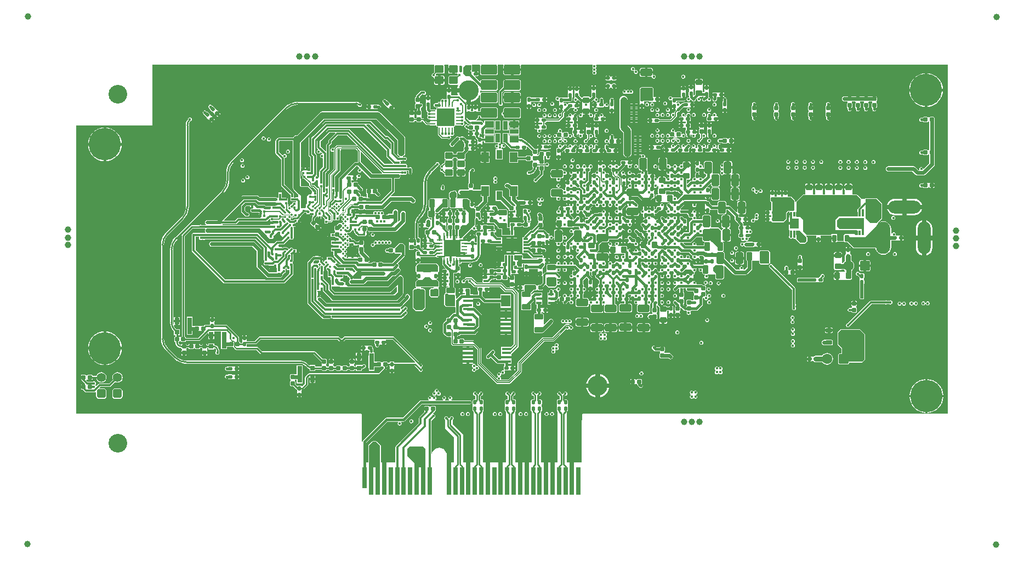
<source format=gbl>
G04 Layer_Physical_Order=12*
G04 Layer_Color=16711680*
%FSLAX44Y44*%
%MOMM*%
G71*
G01*
G75*
%ADD10C,0.3250*%
%ADD11C,0.2000*%
%ADD12C,0.1900*%
%ADD13C,0.1100*%
%ADD14C,0.1400*%
%ADD16C,0.1500*%
%ADD17C,1.0000*%
%ADD19C,0.3500*%
G04:AMPARAMS|DCode=21|XSize=1mm|YSize=0.9mm|CornerRadius=0.1125mm|HoleSize=0mm|Usage=FLASHONLY|Rotation=0.000|XOffset=0mm|YOffset=0mm|HoleType=Round|Shape=RoundedRectangle|*
%AMROUNDEDRECTD21*
21,1,1.0000,0.6750,0,0,0.0*
21,1,0.7750,0.9000,0,0,0.0*
1,1,0.2250,0.3875,-0.3375*
1,1,0.2250,-0.3875,-0.3375*
1,1,0.2250,-0.3875,0.3375*
1,1,0.2250,0.3875,0.3375*
%
%ADD21ROUNDEDRECTD21*%
%ADD26R,0.3000X0.7000*%
%ADD27R,0.7000X0.3000*%
G04:AMPARAMS|DCode=29|XSize=0.6mm|YSize=0.6mm|CornerRadius=0.06mm|HoleSize=0mm|Usage=FLASHONLY|Rotation=0.000|XOffset=0mm|YOffset=0mm|HoleType=Round|Shape=RoundedRectangle|*
%AMROUNDEDRECTD29*
21,1,0.6000,0.4800,0,0,0.0*
21,1,0.4800,0.6000,0,0,0.0*
1,1,0.1200,0.2400,-0.2400*
1,1,0.1200,-0.2400,-0.2400*
1,1,0.1200,-0.2400,0.2400*
1,1,0.1200,0.2400,0.2400*
%
%ADD29ROUNDEDRECTD29*%
G04:AMPARAMS|DCode=34|XSize=0.5mm|YSize=0.6mm|CornerRadius=0.05mm|HoleSize=0mm|Usage=FLASHONLY|Rotation=180.000|XOffset=0mm|YOffset=0mm|HoleType=Round|Shape=RoundedRectangle|*
%AMROUNDEDRECTD34*
21,1,0.5000,0.5000,0,0,180.0*
21,1,0.4000,0.6000,0,0,180.0*
1,1,0.1000,-0.2000,0.2500*
1,1,0.1000,0.2000,0.2500*
1,1,0.1000,0.2000,-0.2500*
1,1,0.1000,-0.2000,-0.2500*
%
%ADD34ROUNDEDRECTD34*%
G04:AMPARAMS|DCode=35|XSize=0.5mm|YSize=0.6mm|CornerRadius=0.05mm|HoleSize=0mm|Usage=FLASHONLY|Rotation=90.000|XOffset=0mm|YOffset=0mm|HoleType=Round|Shape=RoundedRectangle|*
%AMROUNDEDRECTD35*
21,1,0.5000,0.5000,0,0,90.0*
21,1,0.4000,0.6000,0,0,90.0*
1,1,0.1000,0.2500,0.2000*
1,1,0.1000,0.2500,-0.2000*
1,1,0.1000,-0.2500,-0.2000*
1,1,0.1000,-0.2500,0.2000*
%
%ADD35ROUNDEDRECTD35*%
G04:AMPARAMS|DCode=36|XSize=0.6mm|YSize=0.6mm|CornerRadius=0.06mm|HoleSize=0mm|Usage=FLASHONLY|Rotation=270.000|XOffset=0mm|YOffset=0mm|HoleType=Round|Shape=RoundedRectangle|*
%AMROUNDEDRECTD36*
21,1,0.6000,0.4800,0,0,270.0*
21,1,0.4800,0.6000,0,0,270.0*
1,1,0.1200,-0.2400,-0.2400*
1,1,0.1200,-0.2400,0.2400*
1,1,0.1200,0.2400,0.2400*
1,1,0.1200,0.2400,-0.2400*
%
%ADD36ROUNDEDRECTD36*%
G04:AMPARAMS|DCode=37|XSize=1.3mm|YSize=0.8mm|CornerRadius=0.1mm|HoleSize=0mm|Usage=FLASHONLY|Rotation=90.000|XOffset=0mm|YOffset=0mm|HoleType=Round|Shape=RoundedRectangle|*
%AMROUNDEDRECTD37*
21,1,1.3000,0.6000,0,0,90.0*
21,1,1.1000,0.8000,0,0,90.0*
1,1,0.2000,0.3000,0.5500*
1,1,0.2000,0.3000,-0.5500*
1,1,0.2000,-0.3000,-0.5500*
1,1,0.2000,-0.3000,0.5500*
%
%ADD37ROUNDEDRECTD37*%
G04:AMPARAMS|DCode=46|XSize=1.8mm|YSize=1.15mm|CornerRadius=0.1437mm|HoleSize=0mm|Usage=FLASHONLY|Rotation=0.000|XOffset=0mm|YOffset=0mm|HoleType=Round|Shape=RoundedRectangle|*
%AMROUNDEDRECTD46*
21,1,1.8000,0.8625,0,0,0.0*
21,1,1.5125,1.1500,0,0,0.0*
1,1,0.2875,0.7562,-0.4313*
1,1,0.2875,-0.7562,-0.4313*
1,1,0.2875,-0.7562,0.4313*
1,1,0.2875,0.7562,0.4313*
%
%ADD46ROUNDEDRECTD46*%
G04:AMPARAMS|DCode=47|XSize=1.3mm|YSize=0.8mm|CornerRadius=0.1mm|HoleSize=0mm|Usage=FLASHONLY|Rotation=180.000|XOffset=0mm|YOffset=0mm|HoleType=Round|Shape=RoundedRectangle|*
%AMROUNDEDRECTD47*
21,1,1.3000,0.6000,0,0,180.0*
21,1,1.1000,0.8000,0,0,180.0*
1,1,0.2000,-0.5500,0.3000*
1,1,0.2000,0.5500,0.3000*
1,1,0.2000,0.5500,-0.3000*
1,1,0.2000,-0.5500,-0.3000*
%
%ADD47ROUNDEDRECTD47*%
G04:AMPARAMS|DCode=54|XSize=0.5mm|YSize=0.6mm|CornerRadius=0.05mm|HoleSize=0mm|Usage=FLASHONLY|Rotation=45.000|XOffset=0mm|YOffset=0mm|HoleType=Round|Shape=RoundedRectangle|*
%AMROUNDEDRECTD54*
21,1,0.5000,0.5000,0,0,45.0*
21,1,0.4000,0.6000,0,0,45.0*
1,1,0.1000,0.3182,-0.0354*
1,1,0.1000,0.0354,-0.3182*
1,1,0.1000,-0.3182,0.0354*
1,1,0.1000,-0.0354,0.3182*
%
%ADD54ROUNDEDRECTD54*%
G04:AMPARAMS|DCode=60|XSize=0.6mm|YSize=0.6mm|CornerRadius=0.06mm|HoleSize=0mm|Usage=FLASHONLY|Rotation=45.000|XOffset=0mm|YOffset=0mm|HoleType=Round|Shape=RoundedRectangle|*
%AMROUNDEDRECTD60*
21,1,0.6000,0.4800,0,0,45.0*
21,1,0.4800,0.6000,0,0,45.0*
1,1,0.1200,0.3394,0.0000*
1,1,0.1200,0.0000,-0.3394*
1,1,0.1200,-0.3394,0.0000*
1,1,0.1200,0.0000,0.3394*
%
%ADD60ROUNDEDRECTD60*%
G04:AMPARAMS|DCode=69|XSize=1.8mm|YSize=1.15mm|CornerRadius=0.1437mm|HoleSize=0mm|Usage=FLASHONLY|Rotation=270.000|XOffset=0mm|YOffset=0mm|HoleType=Round|Shape=RoundedRectangle|*
%AMROUNDEDRECTD69*
21,1,1.8000,0.8625,0,0,270.0*
21,1,1.5125,1.1500,0,0,270.0*
1,1,0.2875,-0.4313,-0.7562*
1,1,0.2875,-0.4313,0.7562*
1,1,0.2875,0.4313,0.7562*
1,1,0.2875,0.4313,-0.7562*
%
%ADD69ROUNDEDRECTD69*%
%ADD71R,0.7000X4.2000*%
%ADD72R,0.7000X3.2000*%
G04:AMPARAMS|DCode=76|XSize=1mm|YSize=0.9mm|CornerRadius=0.1125mm|HoleSize=0mm|Usage=FLASHONLY|Rotation=90.000|XOffset=0mm|YOffset=0mm|HoleType=Round|Shape=RoundedRectangle|*
%AMROUNDEDRECTD76*
21,1,1.0000,0.6750,0,0,90.0*
21,1,0.7750,0.9000,0,0,90.0*
1,1,0.2250,0.3375,0.3875*
1,1,0.2250,0.3375,-0.3875*
1,1,0.2250,-0.3375,-0.3875*
1,1,0.2250,-0.3375,0.3875*
%
%ADD76ROUNDEDRECTD76*%
%ADD77C,0.5000*%
%ADD83R,0.9500X0.4000*%
%ADD99C,0.4000*%
%ADD100C,0.3000*%
%ADD101C,0.5000*%
%ADD102C,0.3500*%
%ADD103C,0.2500*%
%ADD104C,0.7000*%
%ADD105C,0.6000*%
%ADD106C,0.1300*%
%ADD107C,0.1000*%
%ADD108C,0.4500*%
%ADD109C,1.1000*%
%ADD110C,1.0000*%
%ADD112C,0.6604*%
%ADD113C,2.8800*%
%ADD114C,3.1000*%
%ADD115C,5.0000*%
%ADD116C,1.4000*%
G04:AMPARAMS|DCode=117|XSize=1.4mm|YSize=1.4mm|CornerRadius=0.35mm|HoleSize=0mm|Usage=FLASHONLY|Rotation=90.000|XOffset=0mm|YOffset=0mm|HoleType=Round|Shape=RoundedRectangle|*
%AMROUNDEDRECTD117*
21,1,1.4000,0.7000,0,0,90.0*
21,1,0.7000,1.4000,0,0,90.0*
1,1,0.7000,0.3500,0.3500*
1,1,0.7000,0.3500,-0.3500*
1,1,0.7000,-0.3500,-0.3500*
1,1,0.7000,-0.3500,0.3500*
%
%ADD117ROUNDEDRECTD117*%
%ADD118O,5.0000X2.0000*%
%ADD119O,2.2000X5.0000*%
%ADD120O,2.0000X5.0000*%
G04:AMPARAMS|DCode=121|XSize=1.524mm|YSize=1.524mm|CornerRadius=0.1905mm|HoleSize=0mm|Usage=FLASHONLY|Rotation=270.000|XOffset=0mm|YOffset=0mm|HoleType=Round|Shape=RoundedRectangle|*
%AMROUNDEDRECTD121*
21,1,1.5240,1.1430,0,0,270.0*
21,1,1.1430,1.5240,0,0,270.0*
1,1,0.3810,-0.5715,-0.5715*
1,1,0.3810,-0.5715,0.5715*
1,1,0.3810,0.5715,0.5715*
1,1,0.3810,0.5715,-0.5715*
%
%ADD121ROUNDEDRECTD121*%
%ADD122C,1.6000*%
%ADD123C,0.4000*%
%ADD124C,0.8000*%
%ADD129C,0.2540*%
%ADD130R,0.7000X1.0000*%
%ADD131R,0.7000X0.7000*%
%ADD132R,0.8500X0.4000*%
%ADD133R,1.3500X1.6500*%
G04:AMPARAMS|DCode=134|XSize=0.6mm|YSize=1mm|CornerRadius=0.075mm|HoleSize=0mm|Usage=FLASHONLY|Rotation=180.000|XOffset=0mm|YOffset=0mm|HoleType=Round|Shape=RoundedRectangle|*
%AMROUNDEDRECTD134*
21,1,0.6000,0.8500,0,0,180.0*
21,1,0.4500,1.0000,0,0,180.0*
1,1,0.1500,-0.2250,0.4250*
1,1,0.1500,0.2250,0.4250*
1,1,0.1500,0.2250,-0.4250*
1,1,0.1500,-0.2250,-0.4250*
%
%ADD134ROUNDEDRECTD134*%
%ADD135R,0.3500X0.3000*%
%ADD136R,0.3000X0.3500*%
%ADD137R,2.1000X2.1000*%
%ADD138R,1.2000X1.5000*%
%ADD139R,0.9000X1.4000*%
G04:AMPARAMS|DCode=140|XSize=0.3mm|YSize=0.35mm|CornerRadius=0mm|HoleSize=0mm|Usage=FLASHONLY|Rotation=315.000|XOffset=0mm|YOffset=0mm|HoleType=Round|Shape=Rectangle|*
%AMROTATEDRECTD140*
4,1,4,-0.2298,-0.0177,0.0177,0.2298,0.2298,0.0177,-0.0177,-0.2298,-0.2298,-0.0177,0.0*
%
%ADD140ROTATEDRECTD140*%

G04:AMPARAMS|DCode=141|XSize=0.3mm|YSize=0.35mm|CornerRadius=0mm|HoleSize=0mm|Usage=FLASHONLY|Rotation=45.000|XOffset=0mm|YOffset=0mm|HoleType=Round|Shape=Rectangle|*
%AMROTATEDRECTD141*
4,1,4,0.0177,-0.2298,-0.2298,0.0177,-0.0177,0.2298,0.2298,-0.0177,0.0177,-0.2298,0.0*
%
%ADD141ROTATEDRECTD141*%

G04:AMPARAMS|DCode=142|XSize=1.4mm|YSize=1.2mm|CornerRadius=0.15mm|HoleSize=0mm|Usage=FLASHONLY|Rotation=180.000|XOffset=0mm|YOffset=0mm|HoleType=Round|Shape=RoundedRectangle|*
%AMROUNDEDRECTD142*
21,1,1.4000,0.9000,0,0,180.0*
21,1,1.1000,1.2000,0,0,180.0*
1,1,0.3000,-0.5500,0.4500*
1,1,0.3000,0.5500,0.4500*
1,1,0.3000,0.5500,-0.4500*
1,1,0.3000,-0.5500,-0.4500*
%
%ADD142ROUNDEDRECTD142*%
%ADD143R,2.6000X2.6000*%
%ADD144O,0.9000X0.2500*%
%ADD145O,0.2500X0.9000*%
%ADD146R,1.4000X0.4500*%
%ADD147R,2.7000X2.7000*%
%ADD148R,0.8000X0.2500*%
%ADD149R,0.2500X0.8000*%
G04:AMPARAMS|DCode=150|XSize=0.6mm|YSize=1mm|CornerRadius=0.075mm|HoleSize=0mm|Usage=FLASHONLY|Rotation=90.000|XOffset=0mm|YOffset=0mm|HoleType=Round|Shape=RoundedRectangle|*
%AMROUNDEDRECTD150*
21,1,0.6000,0.8500,0,0,90.0*
21,1,0.4500,1.0000,0,0,90.0*
1,1,0.1500,0.4250,0.2250*
1,1,0.1500,0.4250,-0.2250*
1,1,0.1500,-0.4250,-0.2250*
1,1,0.1500,-0.4250,0.2250*
%
%ADD150ROUNDEDRECTD150*%
G04:AMPARAMS|DCode=151|XSize=2.5mm|YSize=1.5mm|CornerRadius=0.1875mm|HoleSize=0mm|Usage=FLASHONLY|Rotation=0.000|XOffset=0mm|YOffset=0mm|HoleType=Round|Shape=RoundedRectangle|*
%AMROUNDEDRECTD151*
21,1,2.5000,1.1250,0,0,0.0*
21,1,2.1250,1.5000,0,0,0.0*
1,1,0.3750,1.0625,-0.5625*
1,1,0.3750,-1.0625,-0.5625*
1,1,0.3750,-1.0625,0.5625*
1,1,0.3750,1.0625,0.5625*
%
%ADD151ROUNDEDRECTD151*%
%ADD152R,1.3500X1.0000*%
%ADD153R,0.7000X1.3500*%
%ADD154R,1.3500X0.7000*%
G04:AMPARAMS|DCode=155|XSize=1mm|YSize=1.2mm|CornerRadius=0.125mm|HoleSize=0mm|Usage=FLASHONLY|Rotation=270.000|XOffset=0mm|YOffset=0mm|HoleType=Round|Shape=RoundedRectangle|*
%AMROUNDEDRECTD155*
21,1,1.0000,0.9500,0,0,270.0*
21,1,0.7500,1.2000,0,0,270.0*
1,1,0.2500,-0.4750,-0.3750*
1,1,0.2500,-0.4750,0.3750*
1,1,0.2500,0.4750,0.3750*
1,1,0.2500,0.4750,-0.3750*
%
%ADD155ROUNDEDRECTD155*%
%ADD156C,0.3700*%
%ADD157C,0.1700*%
%ADD158C,0.2400*%
%ADD159C,0.2200*%
%ADD160C,0.3400*%
%ADD161C,0.2900*%
%ADD162C,0.2700*%
%ADD163C,0.3100*%
G36*
X621226Y677720D02*
Y670720D01*
X619476Y668970D01*
X621226Y667220D01*
X621226Y660220D01*
X612201D01*
X608201Y664220D01*
Y667420D01*
X609751Y668970D01*
X608201Y670520D01*
X608201Y673720D01*
X612201Y677720D01*
X621226Y677720D01*
D02*
G37*
G36*
X1356668Y138582D02*
X793000D01*
X792234Y138265D01*
X791917Y137500D01*
Y129182D01*
X791558Y128942D01*
X791116Y128280D01*
X790961Y127500D01*
Y63500D01*
X768750D01*
Y140579D01*
X768750Y140579D01*
X768661Y141579D01*
X768794Y142250D01*
Y142498D01*
X769648Y142852D01*
X770124Y144000D01*
Y149000D01*
X769949Y149423D01*
X770000Y149500D01*
X770000D01*
Y153500D01*
X770000D01*
X769949Y153577D01*
X770124Y154000D01*
Y159000D01*
X769648Y160148D01*
X768500Y160623D01*
X765621D01*
X765544Y160700D01*
Y166050D01*
X766482Y166987D01*
X767421Y167174D01*
X768413Y167837D01*
X769076Y168829D01*
X769309Y170000D01*
X769076Y171171D01*
X768413Y172163D01*
X767421Y172826D01*
X766250Y173059D01*
X765079Y172826D01*
X764087Y172163D01*
X763424Y171171D01*
X763237Y170232D01*
X762192Y169186D01*
X762137Y169148D01*
X760863Y169149D01*
X760808Y169186D01*
X759763Y170232D01*
X759576Y171171D01*
X758913Y172163D01*
X757921Y172826D01*
X756750Y173059D01*
X755580Y172826D01*
X754587Y172163D01*
X753924Y171171D01*
X753691Y170000D01*
X753924Y168829D01*
X754587Y167837D01*
X755580Y167174D01*
X756518Y166987D01*
X757456Y166050D01*
Y160700D01*
X757379Y160623D01*
X754500D01*
X753352Y160148D01*
X752877Y159000D01*
Y154000D01*
X753052Y153577D01*
X753000Y153500D01*
X753000D01*
Y149500D01*
X753000D01*
X753052Y149423D01*
X752877Y149000D01*
Y144000D01*
X753352Y142852D01*
X754206Y142498D01*
Y142250D01*
X754339Y141579D01*
X754250Y140579D01*
X754250Y140579D01*
X754250Y140579D01*
Y63500D01*
X728750D01*
Y140579D01*
X728750Y140579D01*
X728661Y141579D01*
X728794Y142250D01*
Y142498D01*
X729648Y142852D01*
X730124Y144000D01*
Y149000D01*
X729949Y149423D01*
X730000Y149500D01*
X730000D01*
Y153500D01*
X730000D01*
X729949Y153577D01*
X730124Y154000D01*
Y159000D01*
X729648Y160148D01*
X728500Y160624D01*
X725621D01*
X725544Y160700D01*
Y166050D01*
X726482Y166987D01*
X727421Y167174D01*
X728413Y167837D01*
X729076Y168829D01*
X729309Y170000D01*
X729076Y171171D01*
X728413Y172163D01*
X727421Y172826D01*
X726250Y173059D01*
X725079Y172826D01*
X724087Y172163D01*
X723424Y171171D01*
X723237Y170232D01*
X722192Y169186D01*
X722137Y169148D01*
X720863Y169149D01*
X720808Y169186D01*
X719763Y170232D01*
X719576Y171171D01*
X718913Y172163D01*
X717921Y172826D01*
X716750Y173059D01*
X715580Y172826D01*
X714587Y172163D01*
X713924Y171171D01*
X713691Y170000D01*
X713924Y168829D01*
X714587Y167837D01*
X715580Y167174D01*
X716518Y166987D01*
X717456Y166050D01*
Y160700D01*
X717379Y160623D01*
X714500D01*
X713352Y160148D01*
X712877Y159000D01*
Y154000D01*
X713052Y153577D01*
X713000Y153500D01*
X713000D01*
Y149500D01*
X713000D01*
X713052Y149423D01*
X712877Y149000D01*
Y144000D01*
X713352Y142852D01*
X714206Y142498D01*
Y142250D01*
X714339Y141579D01*
X714250Y140579D01*
X714250Y140579D01*
X714250Y140579D01*
Y63500D01*
X688750D01*
Y140579D01*
X688750Y140579D01*
X688661Y141579D01*
X688794Y142250D01*
Y142498D01*
X689648Y142852D01*
X690124Y144000D01*
Y149000D01*
X689949Y149423D01*
X690000Y149500D01*
X690000D01*
Y153500D01*
X690000D01*
X689949Y153577D01*
X690124Y154000D01*
Y159000D01*
X689648Y160148D01*
X688500Y160623D01*
X685621D01*
X685544Y160700D01*
Y166050D01*
X686482Y166987D01*
X687421Y167174D01*
X688413Y167837D01*
X689076Y168829D01*
X689309Y170000D01*
X689076Y171171D01*
X688413Y172163D01*
X687421Y172826D01*
X686250Y173059D01*
X685079Y172826D01*
X684087Y172163D01*
X683424Y171171D01*
X683237Y170232D01*
X682191Y169186D01*
X681500Y168710D01*
X680808Y169186D01*
X679763Y170232D01*
X679576Y171171D01*
X678913Y172163D01*
X677921Y172826D01*
X676750Y173059D01*
X675580Y172826D01*
X674587Y172163D01*
X673924Y171171D01*
X673691Y170000D01*
X673924Y168829D01*
X674587Y167837D01*
X675580Y167174D01*
X676518Y166987D01*
X677456Y166050D01*
Y160700D01*
X677379Y160623D01*
X674500D01*
X673352Y160148D01*
X672876Y159000D01*
Y154000D01*
X673052Y153577D01*
X673000Y153500D01*
X673000D01*
Y149500D01*
X673000D01*
X673052Y149423D01*
X672876Y149000D01*
Y144000D01*
X673352Y142852D01*
X674206Y142498D01*
Y142250D01*
X674339Y141579D01*
X674250Y140579D01*
X674250Y140579D01*
X674250Y140579D01*
Y63500D01*
X638750D01*
Y140579D01*
X638750Y140579D01*
X638661Y141579D01*
X638794Y142250D01*
Y142498D01*
X639648Y142852D01*
X640124Y144000D01*
Y149000D01*
X639949Y149423D01*
X640000Y149500D01*
X640000D01*
Y153500D01*
X640000D01*
X639949Y153577D01*
X640124Y154000D01*
Y159000D01*
X639648Y160148D01*
X638500Y160624D01*
X635621D01*
X635544Y160700D01*
Y166050D01*
X636482Y166987D01*
X637421Y167174D01*
X638413Y167837D01*
X639076Y168829D01*
X639309Y170000D01*
X639076Y171171D01*
X638413Y172163D01*
X637421Y172826D01*
X636250Y173059D01*
X635079Y172826D01*
X634087Y172163D01*
X633424Y171171D01*
X633237Y170232D01*
X632192Y169186D01*
X631500Y168710D01*
X630808Y169186D01*
X629763Y170232D01*
X629576Y171171D01*
X628913Y172163D01*
X627921Y172826D01*
X626750Y173059D01*
X625579Y172826D01*
X624587Y172163D01*
X623924Y171171D01*
X623691Y170000D01*
X623924Y168829D01*
X624587Y167837D01*
X625579Y167174D01*
X626518Y166987D01*
X627456Y166050D01*
Y160700D01*
X627379Y160623D01*
X624500D01*
X623352Y160148D01*
X622876Y159000D01*
Y154000D01*
X623052Y153577D01*
X623000Y153500D01*
X623000D01*
Y149500D01*
X623000D01*
X623052Y149423D01*
X622876Y149000D01*
Y144000D01*
X623352Y142852D01*
X624206Y142498D01*
Y142250D01*
X624339Y141579D01*
X624250Y140579D01*
X624250Y140579D01*
X624250Y140579D01*
Y63500D01*
X608750D01*
X608750Y106500D01*
X592750Y122500D01*
X592750Y129728D01*
X592913Y129837D01*
X593576Y130829D01*
X593809Y132000D01*
X593576Y133170D01*
X592913Y134163D01*
X591921Y134826D01*
X590750Y135059D01*
X589579Y134826D01*
X588587Y134163D01*
X587924Y133170D01*
X587795Y132524D01*
X587250Y131750D01*
X586290Y131649D01*
X585863Y131649D01*
X585808Y131686D01*
X585263Y132232D01*
X585076Y133170D01*
X584413Y134163D01*
X583421Y134826D01*
X582250Y135059D01*
X581079Y134826D01*
X580087Y134163D01*
X579424Y133170D01*
X579191Y132000D01*
X579424Y130829D01*
X580087Y129837D01*
X580250Y129728D01*
Y116250D01*
X594250Y102250D01*
Y63500D01*
X583039D01*
Y75123D01*
X583013Y75255D01*
X583022Y75389D01*
X582777Y77246D01*
X582691Y77499D01*
X582639Y77760D01*
X581682Y80071D01*
X581534Y80293D01*
X581416Y80532D01*
X579893Y82517D01*
X579693Y82693D01*
X579517Y82893D01*
X577532Y84416D01*
X577293Y84534D01*
X577071Y84682D01*
X574760Y85639D01*
X574499Y85691D01*
X574246Y85777D01*
X571766Y86104D01*
X571500Y86086D01*
X571234Y86104D01*
X568754Y85777D01*
X568501Y85691D01*
X568240Y85639D01*
X565929Y84682D01*
X565707Y84534D01*
X565468Y84416D01*
X563483Y82893D01*
X563307Y82693D01*
X563107Y82517D01*
X561584Y80532D01*
X561466Y80293D01*
X561318Y80071D01*
X560361Y77760D01*
X560308Y77499D01*
X560223Y77246D01*
X560176Y76892D01*
X559176Y76957D01*
Y128141D01*
X563407Y132372D01*
X563671Y132424D01*
X564663Y133087D01*
X565326Y134079D01*
X565559Y135250D01*
X565326Y136420D01*
X564663Y137413D01*
X563671Y138076D01*
X562715Y138266D01*
X562395Y138884D01*
X562321Y139286D01*
X563892Y140857D01*
X563893Y140857D01*
X564473Y141726D01*
X564630Y142514D01*
X565024Y142593D01*
X565554Y142947D01*
X565907Y143476D01*
X566031Y144100D01*
Y148900D01*
X565907Y149524D01*
X565554Y150054D01*
X565024Y150407D01*
X564400Y150531D01*
X559600D01*
X558976Y150407D01*
X558447Y150054D01*
X558411Y150000D01*
X555589D01*
X555554Y150054D01*
X555024Y150407D01*
X554400Y150531D01*
X549600D01*
X548976Y150407D01*
X548447Y150054D01*
X548093Y149524D01*
X547969Y148900D01*
Y144100D01*
X548093Y143476D01*
X548447Y142947D01*
X548477Y142926D01*
X548672Y141732D01*
X548659Y141694D01*
X540983Y134017D01*
X540402Y133149D01*
X540199Y132125D01*
X540199Y132125D01*
Y124484D01*
X504607Y88892D01*
X504027Y88024D01*
X503823Y87000D01*
X503823Y87000D01*
Y63500D01*
X481082D01*
Y89500D01*
X480765Y90265D01*
X480765Y90265D01*
X475015Y96015D01*
X474250Y96332D01*
X468750D01*
X468750Y96332D01*
X467985Y96015D01*
X462235Y90265D01*
X461918Y89500D01*
Y63500D01*
X459059D01*
Y93983D01*
X491517Y126441D01*
X507496D01*
X507669Y126214D01*
X507939Y125441D01*
X507424Y124670D01*
X507191Y123500D01*
X507424Y122329D01*
X508087Y121337D01*
X509080Y120674D01*
X510250Y120441D01*
X511421Y120674D01*
X512413Y121337D01*
X513076Y122329D01*
X513309Y123500D01*
X513076Y124670D01*
X512561Y125441D01*
X512831Y126214D01*
X513004Y126441D01*
X516250D01*
X516250Y126441D01*
X517421Y126674D01*
X518413Y127337D01*
X544517Y153441D01*
X618250D01*
X618500Y153491D01*
X618750Y153441D01*
X619921Y153674D01*
X620913Y154337D01*
X621576Y155330D01*
X621809Y156500D01*
X621576Y157671D01*
X620913Y158663D01*
X619921Y159326D01*
X618750Y159559D01*
X618500Y159509D01*
X618250Y159559D01*
X590550D01*
X590246Y160559D01*
X590663Y160837D01*
X591326Y161829D01*
X591559Y163000D01*
X591326Y164170D01*
X590663Y165163D01*
X589670Y165826D01*
X588500Y166059D01*
X587329Y165826D01*
X586337Y165163D01*
X585674Y164170D01*
X585441Y163000D01*
X585674Y161829D01*
X586337Y160837D01*
X586754Y160559D01*
X586450Y159559D01*
X580556D01*
X580372Y160559D01*
X581163Y161087D01*
X581826Y162079D01*
X582059Y163250D01*
X581826Y164421D01*
X581163Y165413D01*
X580171Y166076D01*
X579000Y166309D01*
X577830Y166076D01*
X576837Y165413D01*
X576174Y164421D01*
X575941Y163250D01*
X576174Y162079D01*
X576837Y161087D01*
X577628Y160559D01*
X577444Y159559D01*
X566050D01*
X565746Y160559D01*
X566163Y160837D01*
X566826Y161829D01*
X567059Y163000D01*
X566826Y164170D01*
X566163Y165163D01*
X565171Y165826D01*
X564632Y165933D01*
X564345Y165990D01*
Y167010D01*
X564632Y167067D01*
X565171Y167174D01*
X566163Y167837D01*
X566826Y168829D01*
X566865Y169027D01*
X567885D01*
X567924Y168829D01*
X568587Y167837D01*
X569580Y167174D01*
X570750Y166941D01*
X571921Y167174D01*
X572913Y167837D01*
X573576Y168829D01*
X573809Y170000D01*
X573576Y171171D01*
X572913Y172163D01*
X571921Y172826D01*
X571367Y172936D01*
X570572Y173935D01*
X570551Y174039D01*
X570326Y175170D01*
X569663Y176163D01*
X568671Y176826D01*
X567500Y177059D01*
X566329Y176826D01*
X565337Y176163D01*
X564674Y175170D01*
X564441Y174000D01*
X564459Y173909D01*
X563624Y172984D01*
X562830Y172826D01*
X561837Y172163D01*
X561174Y171171D01*
X560941Y170000D01*
X561174Y168829D01*
X561837Y167837D01*
X562830Y167174D01*
X563368Y167067D01*
X563655Y167010D01*
Y165990D01*
X563368Y165933D01*
X562830Y165826D01*
X561837Y165163D01*
X561174Y164170D01*
X561135Y163973D01*
X560115D01*
X560076Y164170D01*
X559413Y165163D01*
X558420Y165826D01*
X557250Y166059D01*
X556079Y165826D01*
X555087Y165163D01*
X554424Y164170D01*
X554191Y163000D01*
X554424Y161829D01*
X555087Y160837D01*
X555504Y160559D01*
X555200Y159559D01*
X543250D01*
X542080Y159326D01*
X541087Y158663D01*
X514983Y132559D01*
X490250D01*
X490250Y132559D01*
X489080Y132326D01*
X488087Y131663D01*
X488087Y131663D01*
X453837Y97413D01*
X453174Y96420D01*
X453039Y95743D01*
X452039Y95841D01*
Y109250D01*
X452039Y109250D01*
Y110147D01*
X452019Y110246D01*
X452029Y110346D01*
X451765Y113027D01*
X451707Y113220D01*
X451687Y113420D01*
X451586Y113753D01*
Y137600D01*
X451504Y137799D01*
Y138014D01*
X451427Y138200D01*
X451275Y138352D01*
X451269Y138366D01*
X451269Y138366D01*
X451192Y138551D01*
X451051Y138693D01*
X450852Y138775D01*
X450700Y138927D01*
X450514Y139004D01*
X450299Y139004D01*
X450100Y139086D01*
X11082D01*
Y583918D01*
X127000D01*
X127765Y584235D01*
X128082Y585000D01*
Y677918D01*
X563239D01*
X563773Y676918D01*
X563645Y676725D01*
X563451Y675750D01*
Y666750D01*
X563561Y666195D01*
X562344Y664978D01*
X561579Y664826D01*
X560587Y664163D01*
X559924Y663171D01*
X559691Y662000D01*
X559924Y660829D01*
X560587Y659837D01*
X561579Y659174D01*
X562750Y658941D01*
X563451Y658061D01*
Y656250D01*
X569500D01*
Y661299D01*
X566689D01*
X566131Y661743D01*
X566031Y662897D01*
X567335Y664201D01*
X577000D01*
X577975Y664395D01*
X578802Y664948D01*
X579355Y665775D01*
X579549Y666750D01*
Y675750D01*
X579355Y676725D01*
X579226Y676918D01*
X579761Y677918D01*
X585239D01*
X585773Y676918D01*
X585645Y676725D01*
X585451Y675750D01*
Y673250D01*
X593500D01*
Y671250D01*
X595500D01*
Y664201D01*
X599000D01*
X599473Y664295D01*
X600074Y663395D01*
X599924Y663171D01*
X599691Y662000D01*
X598980Y661299D01*
X588000D01*
X587024Y661105D01*
X586198Y660552D01*
X585645Y659725D01*
X585451Y658750D01*
Y649750D01*
X585645Y648775D01*
X586198Y647948D01*
X587024Y647395D01*
X588000Y647201D01*
X599000D01*
X599975Y647395D01*
X600271Y647593D01*
X601035Y646900D01*
X600252Y645437D01*
X599221Y642036D01*
X599217Y642000D01*
X617000D01*
Y638500D01*
X620500D01*
Y620717D01*
X620536Y620721D01*
X623937Y621753D01*
X627071Y623428D01*
X629818Y625682D01*
X632072Y628429D01*
X633264Y630659D01*
X634580Y631040D01*
X634694Y630976D01*
Y621875D01*
X634917Y620753D01*
X635552Y619802D01*
X636503Y619167D01*
X637625Y618944D01*
X658875D01*
X659997Y619167D01*
X660948Y619802D01*
X661583Y620753D01*
X661806Y621875D01*
Y633125D01*
X661583Y634247D01*
X660948Y635198D01*
X659997Y635833D01*
X658875Y636056D01*
X637625D01*
X636503Y635833D01*
X635825Y635380D01*
X634908Y635811D01*
X634866Y635850D01*
X635069Y637908D01*
X636120Y638408D01*
X636518Y638143D01*
X637640Y637919D01*
X658890D01*
X660012Y638143D01*
X660963Y638778D01*
X661598Y639729D01*
X661821Y640851D01*
Y652101D01*
X661598Y653223D01*
X660963Y654174D01*
X660012Y654809D01*
X658890Y655032D01*
X637640D01*
X636518Y654809D01*
X635567Y654174D01*
X634932Y653223D01*
X634898Y653053D01*
X633813Y652724D01*
X627099Y659438D01*
X627482Y660361D01*
X630726D01*
X631874Y660837D01*
X632349Y661985D01*
Y661985D01*
X628226D01*
Y663985D01*
X626226D01*
Y667609D01*
X625726D01*
X625303Y667433D01*
X625226Y667485D01*
Y667485D01*
X622198D01*
X621991Y667986D01*
X621991Y667986D01*
X621006Y668970D01*
X621991Y669955D01*
X621991Y669955D01*
X622308Y670720D01*
Y677720D01*
X622440Y677918D01*
X634285D01*
X634871Y676918D01*
X634709Y676101D01*
Y664851D01*
X634932Y663729D01*
X635567Y662778D01*
X636518Y662143D01*
X637640Y661919D01*
X658890D01*
X660012Y662143D01*
X660963Y662778D01*
X661598Y663729D01*
X661821Y664851D01*
Y676101D01*
X661659Y676918D01*
X662245Y677918D01*
X670285D01*
X670871Y676918D01*
X670709Y676101D01*
Y672476D01*
X697821D01*
Y676101D01*
X697659Y676918D01*
X698245Y677918D01*
X807972D01*
X808506Y676918D01*
X808174Y676421D01*
X807941Y675250D01*
X808174Y674080D01*
X808477Y673625D01*
X808758Y672875D01*
X808477Y672125D01*
X808174Y671671D01*
X807941Y670500D01*
X808174Y669330D01*
X808477Y668875D01*
X808758Y668125D01*
X808477Y667375D01*
X808174Y666920D01*
X807941Y665750D01*
X808174Y664579D01*
X808837Y663587D01*
X809829Y662924D01*
X811000Y662691D01*
X812170Y662924D01*
X813163Y663587D01*
X813826Y664579D01*
X814059Y665750D01*
X813826Y666920D01*
X813522Y667375D01*
X813242Y668125D01*
X813522Y668875D01*
X813826Y669330D01*
X814059Y670500D01*
X813826Y671671D01*
X813522Y672125D01*
X813242Y672875D01*
X813522Y673625D01*
X813826Y674080D01*
X814059Y675250D01*
X813826Y676421D01*
X813494Y676918D01*
X814028Y677918D01*
X1356668D01*
Y138582D01*
D02*
G37*
G36*
X546750Y87750D02*
X550000Y84500D01*
X550000Y55500D01*
X539750Y55500D01*
X533000D01*
X533000Y62250D01*
X522500Y72750D01*
Y85000D01*
X525250Y87750D01*
X546750Y87750D01*
D02*
G37*
G36*
X480000Y89500D02*
Y55500D01*
X463000D01*
Y89500D01*
X468750Y95250D01*
X474250D01*
X480000Y89500D01*
D02*
G37*
%LPC*%
G36*
X1205000Y396374D02*
Y394250D01*
X1206624D01*
Y394750D01*
X1206148Y395898D01*
X1205000Y396374D01*
D02*
G37*
G36*
X668250Y397250D02*
X663750D01*
X659250D01*
Y396750D01*
Y396250D01*
X663750D01*
X668250D01*
Y397250D01*
D02*
G37*
G36*
X355540Y392813D02*
Y392313D01*
X355969D01*
Y392383D01*
X355540Y392813D01*
D02*
G37*
G36*
X547500Y395500D02*
X545376D01*
Y395500D01*
X545852Y394352D01*
X547000Y393876D01*
X547500D01*
Y395500D01*
D02*
G37*
G36*
X1201000Y396374D02*
X1199852Y395898D01*
X1199376Y394750D01*
Y394250D01*
X1201000D01*
Y396374D01*
D02*
G37*
G36*
X682250Y410750D02*
X675750D01*
Y401250D01*
X682250D01*
Y410750D01*
D02*
G37*
G36*
X691250D02*
X686250D01*
Y401250D01*
X691250D01*
Y410750D01*
D02*
G37*
G36*
X547500Y401124D02*
X547000D01*
X545852Y400648D01*
X545376Y399500D01*
X547500D01*
Y401124D01*
D02*
G37*
G36*
X1069124Y398250D02*
X1067000D01*
Y396626D01*
X1067500D01*
X1068648Y397102D01*
X1069124Y398250D01*
D02*
G37*
G36*
X741624Y401500D02*
X740000D01*
Y399376D01*
X741148Y399852D01*
X741624Y401000D01*
Y401500D01*
D02*
G37*
G36*
X1029750Y397559D02*
X1028579Y397326D01*
X1027587Y396663D01*
X1026924Y395671D01*
X1026691Y394500D01*
X1026924Y393330D01*
X1027587Y392337D01*
X1028579Y391674D01*
X1029750Y391441D01*
X1030920Y391674D01*
X1031913Y392337D01*
X1032576Y393330D01*
X1032809Y394500D01*
X1032576Y395671D01*
X1031913Y396663D01*
X1030920Y397326D01*
X1029750Y397559D01*
D02*
G37*
G36*
X661750Y387250D02*
X659250D01*
Y386750D01*
X661750D01*
Y387250D01*
D02*
G37*
G36*
X668250D02*
X665750D01*
Y386750D01*
X668250D01*
Y387250D01*
D02*
G37*
G36*
X1191125Y388792D02*
X1189250D01*
Y385250D01*
X1193292D01*
Y386625D01*
X1193127Y387454D01*
X1192657Y388157D01*
X1191954Y388627D01*
X1191125Y388792D01*
D02*
G37*
G36*
X1023750Y390559D02*
X1022579Y390326D01*
X1021587Y389663D01*
X1020924Y388671D01*
X1020691Y387500D01*
X1020924Y386329D01*
X1021587Y385337D01*
X1022579Y384674D01*
X1023750Y384441D01*
X1024921Y384674D01*
X1025913Y385337D01*
X1026576Y386329D01*
X1026809Y387500D01*
X1026576Y388671D01*
X1025913Y389663D01*
X1024921Y390326D01*
X1023750Y390559D01*
D02*
G37*
G36*
X1185250Y388792D02*
X1183375D01*
X1182546Y388627D01*
X1181843Y388157D01*
X1181373Y387454D01*
X1181208Y386625D01*
Y385250D01*
X1185250D01*
Y388792D01*
D02*
G37*
G36*
X355899Y388313D02*
X355540D01*
Y387954D01*
X355899Y388313D01*
D02*
G37*
G36*
X668250Y392250D02*
X663750D01*
X659250D01*
Y391250D01*
X663750D01*
X668250D01*
Y392250D01*
D02*
G37*
G36*
X755500Y394059D02*
X754330Y393826D01*
X753337Y393163D01*
X752674Y392170D01*
X752441Y391000D01*
X752674Y389829D01*
X753337Y388837D01*
X754330Y388174D01*
X755500Y387941D01*
X756671Y388174D01*
X757663Y388837D01*
X758326Y389829D01*
X758559Y391000D01*
X758326Y392170D01*
X757663Y393163D01*
X756671Y393826D01*
X755500Y394059D01*
D02*
G37*
G36*
X682250Y397250D02*
X675750D01*
Y387750D01*
X682250D01*
Y397250D01*
D02*
G37*
G36*
X691250D02*
X686250D01*
Y387750D01*
X695750D01*
Y388750D01*
X691250D01*
Y397250D01*
D02*
G37*
G36*
X409740Y410863D02*
X408990D01*
Y410363D01*
X409740D01*
Y410863D01*
D02*
G37*
G36*
X399190Y412813D02*
X398690D01*
Y412413D01*
X399039Y412063D01*
X399190D01*
Y412813D01*
D02*
G37*
G36*
X404990Y410863D02*
X404240D01*
Y410363D01*
X404990D01*
Y410863D01*
D02*
G37*
G36*
X547500Y410374D02*
X547000D01*
X545852Y409898D01*
X545377Y408750D01*
X547500D01*
Y410374D01*
D02*
G37*
G36*
X613750Y409419D02*
X612500D01*
Y409125D01*
X614807D01*
X614628Y409244D01*
X613750Y409419D01*
D02*
G37*
G36*
X1316750Y437373D02*
X1313926Y436204D01*
X1311306Y434194D01*
X1309296Y431574D01*
X1308033Y428524D01*
X1307602Y425250D01*
Y413750D01*
X1316750D01*
Y437373D01*
D02*
G37*
G36*
X1323750Y437374D02*
Y413750D01*
X1332898D01*
Y425250D01*
X1332467Y428524D01*
X1331204Y431574D01*
X1329194Y434194D01*
X1326574Y436204D01*
X1323750Y437374D01*
D02*
G37*
G36*
X463640Y414013D02*
X463140D01*
Y413263D01*
X463640D01*
Y414013D01*
D02*
G37*
G36*
X1287500Y413874D02*
X1287000D01*
Y412250D01*
X1289124D01*
X1288648Y413398D01*
X1287500Y413874D01*
D02*
G37*
G36*
X468750Y418559D02*
X467579Y418326D01*
X466587Y417663D01*
X465924Y416671D01*
X465691Y415500D01*
X465924Y414330D01*
X466587Y413337D01*
X467579Y412674D01*
X468750Y412441D01*
X469920Y412674D01*
X470913Y413337D01*
X471576Y414330D01*
X471809Y415500D01*
X471576Y416671D01*
X470913Y417663D01*
X469920Y418326D01*
X468750Y418559D01*
D02*
G37*
G36*
X530900Y410031D02*
X530500D01*
Y408000D01*
X532531D01*
Y408400D01*
X532407Y409024D01*
X532053Y409553D01*
X531524Y409907D01*
X530900Y410031D01*
D02*
G37*
G36*
X1179750Y407750D02*
X1177716D01*
Y405500D01*
X1177851Y404817D01*
X1178238Y404238D01*
X1178817Y403852D01*
X1179500Y403716D01*
X1179750D01*
Y407750D01*
D02*
G37*
G36*
X1160874Y406000D02*
X1159250D01*
Y403876D01*
X1159250D01*
X1160398Y404352D01*
X1160874Y405500D01*
Y406000D01*
D02*
G37*
G36*
X547500Y404750D02*
X545376D01*
Y404750D01*
X545852Y403602D01*
X547000Y403126D01*
X547500D01*
Y404750D01*
D02*
G37*
G36*
X1067000Y403874D02*
Y402250D01*
X1069124D01*
Y402250D01*
X1068648Y403398D01*
X1067500Y403874D01*
X1067000D01*
D02*
G37*
G36*
X1055000Y404328D02*
X1045750D01*
X1044189Y404018D01*
X1042866Y403134D01*
X1042551Y402663D01*
X1041663D01*
X1040671Y403326D01*
X1039500Y403559D01*
X1038329Y403326D01*
X1037337Y402663D01*
X1036674Y401670D01*
X1036441Y400500D01*
X1036674Y399329D01*
X1037337Y398337D01*
X1038329Y397674D01*
X1039500Y397441D01*
X1040671Y397674D01*
X1041278Y398080D01*
X1041663Y398337D01*
X1042542Y397852D01*
X1042866Y397366D01*
X1044189Y396482D01*
X1045750Y396172D01*
X1055000D01*
X1056561Y396482D01*
X1056777Y396626D01*
X1057500D01*
X1057923Y396801D01*
X1058000Y396750D01*
Y396750D01*
X1062000D01*
Y396750D01*
X1062077Y396801D01*
X1062500Y396626D01*
X1063000D01*
Y400250D01*
Y403874D01*
X1062949D01*
X1062500Y403874D01*
X1062000Y403750D01*
Y403750D01*
X1058000D01*
Y403750D01*
X1057500Y403874D01*
X1056777Y403874D01*
X1056561Y404018D01*
X1055000Y404328D01*
D02*
G37*
G36*
X1289124Y408250D02*
X1287000D01*
Y406626D01*
X1287500D01*
X1288648Y407102D01*
X1289124Y408250D01*
Y408250D01*
D02*
G37*
G36*
X526500Y410031D02*
X526100D01*
X525476Y409907D01*
X524947Y409553D01*
X524593Y409024D01*
X524469Y408400D01*
Y408000D01*
X526500D01*
Y410031D01*
D02*
G37*
G36*
X484000Y406309D02*
X482830Y406076D01*
X482030Y405542D01*
X481375Y405466D01*
X480720Y405542D01*
X479921Y406076D01*
X478750Y406309D01*
X477579Y406076D01*
X476587Y405413D01*
X476500Y405283D01*
X475637D01*
X475393Y405426D01*
X474421Y406076D01*
X473250Y406309D01*
X472080Y406076D01*
X471087Y405413D01*
X470424Y404421D01*
X470191Y403250D01*
X469332Y402443D01*
X468750Y402559D01*
X467579Y402326D01*
X466587Y401663D01*
X465924Y400671D01*
X465691Y399500D01*
X465924Y398330D01*
X466587Y397337D01*
X467579Y396674D01*
X468750Y396441D01*
X469921Y396674D01*
X470913Y397337D01*
X471576Y398330D01*
X471809Y399500D01*
X472668Y400307D01*
X473250Y400191D01*
X474421Y400424D01*
X475393Y401074D01*
X475637Y401218D01*
X476500D01*
X476587Y401087D01*
X477579Y400424D01*
X478750Y400191D01*
X479921Y400424D01*
X480720Y400959D01*
X481375Y401034D01*
X482030Y400959D01*
X482830Y400424D01*
X484000Y400191D01*
X485171Y400424D01*
X485946Y400942D01*
X487087Y401034D01*
X488079Y400371D01*
X489250Y400138D01*
X490421Y400371D01*
X491196Y400889D01*
X492337Y400981D01*
X493330Y400318D01*
X494500Y400085D01*
X495671Y400318D01*
X496663Y400981D01*
X497326Y401973D01*
X497559Y403144D01*
X497326Y404314D01*
X496663Y405307D01*
X495671Y405970D01*
X494500Y406202D01*
X493330Y405970D01*
X492554Y405452D01*
X491413Y405360D01*
X490421Y406023D01*
X489250Y406256D01*
X488079Y406023D01*
X487304Y405505D01*
X486163Y405413D01*
X485171Y406076D01*
X484000Y406309D01*
D02*
G37*
G36*
X1155250Y406000D02*
X1153626D01*
Y405500D01*
X1154102Y404352D01*
X1155250Y403876D01*
Y406000D01*
D02*
G37*
G36*
X1021548Y412750D02*
X1016750D01*
Y404702D01*
X1019062D01*
X1020014Y404892D01*
X1020820Y405430D01*
X1021359Y406236D01*
X1021548Y407188D01*
Y412750D01*
D02*
G37*
G36*
X698500Y362124D02*
X698000D01*
Y360500D01*
X700124D01*
X699648Y361648D01*
X698500Y362124D01*
D02*
G37*
G36*
X1126750Y363000D02*
X1124719D01*
Y362600D01*
X1124843Y361976D01*
X1125197Y361446D01*
X1125726Y361093D01*
X1126350Y360969D01*
X1126750D01*
Y363000D01*
D02*
G37*
G36*
X1119900Y361531D02*
X1119500D01*
Y359500D01*
X1121531D01*
Y359900D01*
X1121407Y360524D01*
X1121053Y361054D01*
X1120524Y361407D01*
X1119900Y361531D01*
D02*
G37*
G36*
X1226700Y365500D02*
X1220023D01*
Y361785D01*
X1220248Y360652D01*
X1220891Y359691D01*
X1221852Y359049D01*
X1222985Y358823D01*
X1226700D01*
Y365500D01*
D02*
G37*
G36*
X1237377D02*
X1230700D01*
Y358823D01*
X1234415D01*
X1235548Y359049D01*
X1236509Y359691D01*
X1237151Y360652D01*
X1237377Y361785D01*
Y365500D01*
D02*
G37*
G36*
X635500Y371559D02*
X634329Y371326D01*
X633337Y370663D01*
X632674Y369670D01*
X632441Y368500D01*
X632674Y367329D01*
X633337Y366337D01*
X634329Y365674D01*
X635500Y365441D01*
X636670Y365674D01*
X637663Y366337D01*
X638326Y367329D01*
X638559Y368500D01*
X638326Y369670D01*
X637663Y370663D01*
X636670Y371326D01*
X635500Y371559D01*
D02*
G37*
G36*
X661250Y367500D02*
X659127D01*
X659602Y366352D01*
X660750Y365876D01*
X661250D01*
Y367500D01*
D02*
G37*
G36*
X619250Y371059D02*
X618079Y370826D01*
X617087Y370163D01*
X616424Y369170D01*
X616191Y368000D01*
X616424Y366829D01*
X617087Y365837D01*
X618079Y365174D01*
X619250Y364941D01*
X620420Y365174D01*
X621413Y365837D01*
X622076Y366829D01*
X622309Y368000D01*
X622076Y369170D01*
X621413Y370163D01*
X620420Y370826D01*
X619250Y371059D01*
D02*
G37*
G36*
X1132781Y363000D02*
X1130750D01*
Y360969D01*
X1131150D01*
X1131774Y361093D01*
X1132303Y361446D01*
X1132657Y361976D01*
X1132781Y362600D01*
Y363000D01*
D02*
G37*
G36*
X640750Y363281D02*
X640350D01*
X639726Y363157D01*
X639197Y362803D01*
X638843Y362274D01*
X638719Y361650D01*
Y361250D01*
X640750D01*
Y363281D01*
D02*
G37*
G36*
Y357250D02*
X638719D01*
Y356850D01*
X638843Y356226D01*
X639197Y355696D01*
X639726Y355343D01*
X640350Y355219D01*
X640750D01*
Y357250D01*
D02*
G37*
G36*
X704250Y353500D02*
X702626D01*
Y353000D01*
X703102Y351852D01*
X704250Y351376D01*
Y353500D01*
D02*
G37*
G36*
X640500Y353124D02*
X640000D01*
X638852Y352648D01*
X638376Y351500D01*
Y351500D01*
X640500D01*
Y353124D01*
D02*
G37*
G36*
X725500Y353500D02*
X723876D01*
Y353000D01*
X724352Y351852D01*
X725500Y351376D01*
X725500D01*
Y353500D01*
D02*
G37*
G36*
X578000Y352374D02*
X577500D01*
X576352Y351898D01*
X575876Y350750D01*
Y350750D01*
X578000D01*
Y352374D01*
D02*
G37*
G36*
X709874Y353500D02*
X708250D01*
Y351376D01*
X708250D01*
X709398Y351852D01*
X709874Y353000D01*
Y353500D01*
D02*
G37*
G36*
X700124Y356500D02*
X698000D01*
Y354876D01*
X698500D01*
X699648Y355352D01*
X700124Y356500D01*
Y356500D01*
D02*
G37*
G36*
X578000Y356750D02*
X575877D01*
X576352Y355602D01*
X577500Y355126D01*
X578000D01*
Y356750D01*
D02*
G37*
G36*
X1184300Y357842D02*
X1182925D01*
X1182096Y357677D01*
X1181393Y357207D01*
X1180923Y356504D01*
X1180758Y355675D01*
Y353800D01*
X1184300D01*
Y357842D01*
D02*
G37*
G36*
X1107750Y367309D02*
X1106579Y367076D01*
X1105587Y366413D01*
X1104924Y365421D01*
X1104691Y364250D01*
X1104924Y363079D01*
X1105073Y362856D01*
Y361526D01*
X1104476Y361407D01*
X1103947Y361054D01*
X1103593Y360524D01*
X1103469Y359900D01*
Y355100D01*
X1103593Y354476D01*
X1103947Y353946D01*
X1104476Y353593D01*
X1105100Y353469D01*
X1109900D01*
X1110524Y353593D01*
X1111053Y353946D01*
X1111089Y354000D01*
X1113911Y354000D01*
X1113946Y353946D01*
X1114476Y353593D01*
X1115100Y353469D01*
X1115500D01*
Y357500D01*
Y361531D01*
X1115100D01*
X1114476Y361407D01*
X1113946Y361054D01*
X1113911Y361000D01*
X1111089D01*
X1111053Y361054D01*
X1110524Y361407D01*
X1110426Y361427D01*
Y362856D01*
X1110576Y363079D01*
X1110809Y364250D01*
X1110576Y365421D01*
X1109913Y366413D01*
X1108921Y367076D01*
X1107750Y367309D01*
D02*
G37*
G36*
X1121531Y355500D02*
X1119500D01*
Y353469D01*
X1119900D01*
X1120524Y353593D01*
X1121053Y353946D01*
X1121407Y354476D01*
X1121531Y355100D01*
Y355500D01*
D02*
G37*
G36*
X1033250Y389048D02*
X1030937D01*
X1029986Y388859D01*
X1029180Y388320D01*
X1028641Y387514D01*
X1028452Y386562D01*
Y381000D01*
X1033250D01*
Y389048D01*
D02*
G37*
G36*
X1039563D02*
X1037250D01*
Y381000D01*
X1042048D01*
Y386562D01*
X1041859Y387514D01*
X1041320Y388320D01*
X1040514Y388859D01*
X1039563Y389048D01*
D02*
G37*
G36*
X393824Y381063D02*
X393324D01*
Y380313D01*
X393824D01*
Y381063D01*
D02*
G37*
G36*
X740500Y379374D02*
X740000D01*
Y377750D01*
X742124D01*
Y377750D01*
X741648Y378898D01*
X740500Y379374D01*
D02*
G37*
G36*
X755500Y384059D02*
X754330Y383826D01*
X753337Y383163D01*
X752674Y382170D01*
X752441Y381000D01*
X752674Y379829D01*
X753337Y378837D01*
X754330Y378174D01*
X755500Y377941D01*
X756671Y378174D01*
X757663Y378837D01*
X758326Y379829D01*
X758559Y381000D01*
X758326Y382170D01*
X757663Y383163D01*
X756671Y383826D01*
X755500Y384059D01*
D02*
G37*
G36*
X1316750Y406750D02*
X1307602D01*
Y395250D01*
X1308033Y391976D01*
X1309296Y388926D01*
X1311306Y386306D01*
X1313926Y384296D01*
X1316750Y383127D01*
Y406750D01*
D02*
G37*
G36*
X775500Y384059D02*
X774874Y383934D01*
X774779Y384000D01*
X770250D01*
X765867D01*
X765853Y383988D01*
X765500Y384059D01*
X764330Y383826D01*
X763337Y383163D01*
X762674Y382170D01*
X762441Y381000D01*
X762674Y379829D01*
X763337Y378837D01*
X764330Y378174D01*
X765500Y377941D01*
X766671Y378174D01*
X767663Y378837D01*
X768326Y379829D01*
X768559Y381000D01*
X768538Y381103D01*
X769173Y381876D01*
X771596D01*
X772440Y381001D01*
X772451Y380952D01*
X772674Y379829D01*
X773337Y378837D01*
X774330Y378174D01*
X775500Y377941D01*
X776671Y378174D01*
X777663Y378837D01*
X778326Y379829D01*
X778559Y381000D01*
X778326Y382171D01*
X777663Y383163D01*
X776671Y383826D01*
X775500Y384059D01*
D02*
G37*
G36*
X1332898Y406750D02*
X1323750D01*
Y383126D01*
X1326574Y384296D01*
X1329194Y386306D01*
X1331204Y388926D01*
X1332467Y391976D01*
X1332898Y395250D01*
Y406750D01*
D02*
G37*
G36*
X1234000Y388559D02*
X1232830Y388326D01*
X1231837Y387663D01*
X1231174Y386670D01*
X1230941Y385500D01*
X1231174Y384329D01*
X1231837Y383337D01*
X1232830Y382674D01*
X1234000Y382441D01*
X1235171Y382674D01*
X1236163Y383337D01*
X1236826Y384329D01*
X1237059Y385500D01*
X1236826Y386670D01*
X1236163Y387663D01*
X1235171Y388326D01*
X1234000Y388559D01*
D02*
G37*
G36*
X1275250D02*
X1274080Y388326D01*
X1273087Y387663D01*
X1272424Y386670D01*
X1272191Y385500D01*
X1272424Y384329D01*
X1273087Y383337D01*
X1274080Y382674D01*
X1275250Y382441D01*
X1276421Y382674D01*
X1277413Y383337D01*
X1278076Y384329D01*
X1278309Y385500D01*
X1278076Y386670D01*
X1277413Y387663D01*
X1276421Y388326D01*
X1275250Y388559D01*
D02*
G37*
G36*
X1023750Y378559D02*
X1022579Y378326D01*
X1021587Y377663D01*
X1020924Y376670D01*
X1020691Y375500D01*
X1020924Y374329D01*
X1021587Y373337D01*
X1022579Y372674D01*
X1023750Y372441D01*
X1024921Y372674D01*
X1025913Y373337D01*
X1026576Y374329D01*
X1026809Y375500D01*
X1026576Y376670D01*
X1025913Y377663D01*
X1024921Y378326D01*
X1023750Y378559D01*
D02*
G37*
G36*
X1226700Y376177D02*
X1222985D01*
X1221852Y375951D01*
X1220891Y375309D01*
X1220248Y374348D01*
X1220023Y373215D01*
Y369500D01*
X1226700D01*
Y376177D01*
D02*
G37*
G36*
X1234415D02*
X1230700D01*
Y369500D01*
X1237377D01*
Y373215D01*
X1237151Y374348D01*
X1236509Y375309D01*
X1235548Y375951D01*
X1234415Y376177D01*
D02*
G37*
G36*
X1042048Y377000D02*
X1037250D01*
Y368952D01*
X1039563D01*
X1040514Y369142D01*
X1041320Y369680D01*
X1041859Y370486D01*
X1042048Y371437D01*
Y377000D01*
D02*
G37*
G36*
X1128750Y384059D02*
X1127579Y383826D01*
X1126587Y383163D01*
X1125924Y382171D01*
X1125691Y381000D01*
X1125900Y379953D01*
X1125862Y379642D01*
X1125591Y378817D01*
X1125197Y378554D01*
X1124843Y378024D01*
X1124719Y377400D01*
Y372600D01*
X1124843Y371976D01*
X1125197Y371446D01*
X1125250Y371411D01*
Y368589D01*
X1125197Y368554D01*
X1124843Y368024D01*
X1124719Y367400D01*
Y367000D01*
X1132781D01*
Y367400D01*
X1132657Y368024D01*
X1132303Y368554D01*
X1132250Y368589D01*
Y371411D01*
X1132303Y371446D01*
X1132657Y371976D01*
X1132781Y372600D01*
Y377400D01*
X1132657Y378024D01*
X1132303Y378554D01*
X1131909Y378817D01*
X1131638Y379642D01*
X1131600Y379953D01*
X1131809Y381000D01*
X1131576Y382171D01*
X1130913Y383163D01*
X1129921Y383826D01*
X1128750Y384059D01*
D02*
G37*
G36*
X1033250Y377000D02*
X1028452D01*
Y371437D01*
X1028641Y370486D01*
X1029180Y369680D01*
X1029986Y369142D01*
X1030937Y368952D01*
X1033250D01*
Y377000D01*
D02*
G37*
G36*
X542374Y374000D02*
X540750D01*
Y371876D01*
X541898Y372352D01*
X542374Y373500D01*
Y374000D01*
D02*
G37*
G36*
X742124Y373750D02*
X740000D01*
Y372126D01*
X740500D01*
X741648Y372602D01*
X742124Y373750D01*
D02*
G37*
G36*
X536750Y374000D02*
X535126D01*
Y373500D01*
X535602Y372352D01*
X536750Y371876D01*
Y374000D01*
D02*
G37*
G36*
X1206624Y390250D02*
X1199376D01*
Y389750D01*
X1199552Y389327D01*
X1199500Y389250D01*
X1199500D01*
Y385925D01*
X1199395Y385855D01*
X1198290Y384201D01*
X1197902Y382250D01*
Y374702D01*
X1196881Y373919D01*
X1195439Y372039D01*
X1195152Y371348D01*
X1193250D01*
Y378750D01*
X1193250Y378750D01*
X1193266Y379744D01*
X1193292Y379875D01*
Y381250D01*
X1187250D01*
X1181208D01*
Y379875D01*
X1181235Y379744D01*
X1181250Y378750D01*
X1181250Y378750D01*
X1181250Y378750D01*
Y370750D01*
X1181250Y370750D01*
X1181235Y369756D01*
X1181208Y369625D01*
Y362875D01*
X1181373Y362046D01*
X1181843Y361343D01*
X1182546Y360873D01*
X1183375Y360708D01*
X1191125D01*
X1191954Y360873D01*
X1192371Y361152D01*
X1196827D01*
X1196881Y361081D01*
X1198202Y360068D01*
Y357800D01*
X1190800D01*
X1190800Y357800D01*
X1189807Y357816D01*
X1189675Y357842D01*
X1188300D01*
Y351800D01*
Y345758D01*
X1189675D01*
X1189807Y345785D01*
X1190800Y345800D01*
X1190800Y345800D01*
X1190800Y345800D01*
X1198800D01*
X1198800Y345800D01*
X1199794Y345785D01*
X1199925Y345758D01*
X1206675D01*
X1207504Y345923D01*
X1208207Y346393D01*
X1208677Y347096D01*
X1208842Y347925D01*
Y355675D01*
X1208677Y356504D01*
X1208398Y356921D01*
Y360068D01*
X1209719Y361081D01*
X1211161Y362961D01*
X1212068Y365150D01*
X1212378Y367500D01*
X1212068Y369850D01*
X1211161Y372039D01*
X1209719Y373919D01*
X1208098Y375163D01*
Y382250D01*
X1207710Y384201D01*
X1206605Y385855D01*
X1206500Y385925D01*
Y389250D01*
X1206500D01*
X1206449Y389327D01*
X1206624Y389750D01*
Y390250D01*
D02*
G37*
G36*
X661250Y373124D02*
X660750D01*
X659602Y372648D01*
X659127Y371500D01*
D01*
X661250D01*
Y373124D01*
D02*
G37*
G36*
X620500Y416248D02*
X620500D01*
X619352Y415773D01*
X618876Y414625D01*
Y414125D01*
X620500D01*
Y416248D01*
D02*
G37*
G36*
X1026250Y476500D02*
X1021452D01*
Y470938D01*
X1021641Y469986D01*
X1022180Y469180D01*
X1022986Y468642D01*
X1023938Y468452D01*
X1026250D01*
Y476500D01*
D02*
G37*
G36*
X1035048D02*
X1030250D01*
Y468452D01*
X1032562D01*
X1033514Y468642D01*
X1034320Y469180D01*
X1034859Y469986D01*
X1035048Y470938D01*
Y476500D01*
D02*
G37*
G36*
X714250Y468374D02*
X713750D01*
Y466750D01*
X715873D01*
X715398Y467898D01*
X714250Y468374D01*
D02*
G37*
G36*
X624250Y466374D02*
Y464250D01*
X625874D01*
Y464750D01*
X625398Y465898D01*
X624250Y466374D01*
D02*
G37*
G36*
X725250Y472559D02*
X724080Y472326D01*
X723087Y471663D01*
X722424Y470671D01*
X722191Y469500D01*
X722424Y468330D01*
X723087Y467337D01*
X724080Y466674D01*
X725220Y466447D01*
X725238Y466404D01*
X725271Y466316D01*
X725415Y465466D01*
X724587Y464913D01*
X723924Y463921D01*
X723691Y462750D01*
X723924Y461580D01*
X724587Y460587D01*
X725580Y459924D01*
X726750Y459691D01*
X727921Y459924D01*
X728913Y460587D01*
X729576Y461580D01*
X729809Y462750D01*
X729576Y463921D01*
X728913Y464913D01*
X727921Y465576D01*
X726780Y465803D01*
X726762Y465846D01*
X726729Y465934D01*
X726585Y466784D01*
X727048Y467093D01*
X728087Y467337D01*
X729080Y466674D01*
X730250Y466441D01*
X731421Y466674D01*
X732413Y467337D01*
X733076Y468330D01*
X733309Y469500D01*
X733076Y470671D01*
X732413Y471663D01*
X731421Y472326D01*
X730250Y472559D01*
X729080Y472326D01*
X728453Y471907D01*
X727413Y471663D01*
X726421Y472326D01*
X725250Y472559D01*
D02*
G37*
G36*
X1032562Y488548D02*
X1030250D01*
Y480500D01*
X1035048D01*
Y486063D01*
X1034859Y487014D01*
X1034320Y487820D01*
X1033514Y488359D01*
X1032562Y488548D01*
D02*
G37*
G36*
X1104000Y483874D02*
X1102852Y483398D01*
X1102376Y482250D01*
Y481750D01*
X1104000D01*
Y483874D01*
D02*
G37*
G36*
X1026250Y488548D02*
X1023938D01*
X1022986Y488359D01*
X1022180Y487820D01*
X1021641Y487014D01*
X1021452Y486063D01*
Y480500D01*
X1026250D01*
Y488548D01*
D02*
G37*
G36*
X1179042Y486640D02*
X1173000D01*
X1166958D01*
Y485265D01*
X1166985Y485134D01*
X1167000Y484140D01*
X1167000Y484140D01*
X1167000Y484140D01*
Y477332D01*
X1163800Y477332D01*
Y484140D01*
X1163800Y484140D01*
X1163816Y485134D01*
X1163842Y485265D01*
Y486640D01*
X1157800D01*
X1151758D01*
Y485265D01*
X1151785Y485134D01*
X1151800Y484140D01*
X1151800Y484140D01*
X1151800Y484140D01*
Y477332D01*
X1148600D01*
Y484140D01*
X1148600Y484140D01*
X1148615Y485134D01*
X1148642Y485265D01*
Y486640D01*
X1142600D01*
X1136558D01*
Y485265D01*
X1136584Y485134D01*
X1136600Y484140D01*
X1136600Y484140D01*
X1136600Y484140D01*
Y477332D01*
X1133500D01*
X1132735Y477015D01*
X1122235Y466515D01*
X1122228Y466500D01*
X1121082D01*
Y467500D01*
X1121083Y467500D01*
X1120765Y468265D01*
X1120765Y468265D01*
X1115265Y473765D01*
X1114500Y474082D01*
X1109500D01*
X1109500Y476750D01*
X1109500D01*
X1109624Y477250D01*
X1109624Y477699D01*
Y477750D01*
X1102376D01*
Y477250D01*
X1102551Y476827D01*
X1102500Y476750D01*
X1102500D01*
Y474082D01*
X1099500D01*
X1099500Y476077D01*
X1099532Y476878D01*
X1099624Y477250D01*
X1099624Y477699D01*
X1099624Y477699D01*
Y477750D01*
X1092376D01*
Y477250D01*
X1092551Y476827D01*
X1092500Y476750D01*
X1092500D01*
Y474082D01*
X1089500D01*
Y476750D01*
X1089500D01*
X1089448Y476827D01*
X1089624Y477250D01*
Y477750D01*
X1082376D01*
Y477250D01*
X1082552Y476827D01*
X1082500Y476750D01*
X1082500D01*
X1082500Y472750D01*
X1082500D01*
X1082552Y472673D01*
X1082376Y472250D01*
Y467250D01*
X1082852Y466102D01*
X1084000Y465626D01*
X1084668D01*
X1084668Y452750D01*
X1081750D01*
Y452750D01*
X1081673Y452699D01*
X1081250Y452874D01*
X1080750D01*
Y449250D01*
Y445626D01*
X1081250D01*
X1081673Y445802D01*
X1081750Y445750D01*
Y445750D01*
X1083960Y445750D01*
X1084668Y445043D01*
X1084668Y442750D01*
X1081750Y442750D01*
Y442750D01*
X1081250Y442874D01*
X1080801Y442874D01*
X1080750D01*
Y439250D01*
Y435626D01*
X1081250D01*
X1081673Y435802D01*
X1081750Y435750D01*
Y435750D01*
X1084668D01*
X1084985Y434985D01*
X1085750Y434668D01*
X1103000D01*
X1103765Y434985D01*
X1103765Y434985D01*
X1107765Y438985D01*
X1108082Y439750D01*
X1108082Y448802D01*
X1110698Y451418D01*
X1112000D01*
Y449100D01*
X1114500D01*
Y445100D01*
X1112000D01*
Y442896D01*
X1111750Y442000D01*
X1111750Y442000D01*
X1111750Y442000D01*
Y434750D01*
X1119500D01*
Y430750D01*
X1111750D01*
Y423797D01*
X1111750Y423500D01*
X1112000Y422604D01*
Y418646D01*
X1111951Y418400D01*
Y413835D01*
X1111674Y413421D01*
X1111441Y412250D01*
X1111674Y411079D01*
X1112337Y410087D01*
X1113329Y409424D01*
X1114500Y409191D01*
X1115670Y409424D01*
X1116663Y410087D01*
X1117337D01*
X1118329Y409424D01*
X1119500Y409191D01*
X1120670Y409424D01*
X1120918Y409589D01*
X1121918Y409055D01*
Y408750D01*
X1121918Y408750D01*
X1122235Y407985D01*
X1128235Y401985D01*
X1129000Y401668D01*
X1136000D01*
X1136765Y401985D01*
X1139515Y404735D01*
X1139832Y405500D01*
Y411250D01*
X1139833Y411250D01*
X1139515Y412015D01*
X1139515Y412015D01*
X1138304Y413227D01*
X1138870Y414075D01*
X1139250Y413918D01*
X1153750D01*
Y411000D01*
X1153750D01*
X1153802Y410923D01*
X1153626Y410500D01*
Y410000D01*
X1157250D01*
X1160874D01*
Y410500D01*
X1160698Y410923D01*
X1160750Y411000D01*
X1160750D01*
Y413918D01*
X1175750D01*
X1175750Y413918D01*
X1176515Y414235D01*
X1176799Y414519D01*
X1177721Y414026D01*
X1177716Y414000D01*
Y411750D01*
X1181750D01*
Y409750D01*
X1183750D01*
Y403716D01*
X1184000D01*
X1184683Y403852D01*
X1185262Y404238D01*
X1185584Y404721D01*
X1185792Y404844D01*
X1186707Y405012D01*
X1186735Y404985D01*
X1187500Y404668D01*
X1195250D01*
X1195250Y404668D01*
X1195815Y404902D01*
X1196314Y404861D01*
X1197016Y404571D01*
X1197238Y404238D01*
X1197817Y403852D01*
X1198500Y403716D01*
X1201754D01*
X1210485Y394985D01*
X1211250Y394668D01*
X1245355Y394668D01*
X1245559Y393117D01*
X1246768Y390198D01*
X1248691Y387691D01*
X1251198Y385768D01*
X1254117Y384559D01*
X1257250Y384146D01*
X1260383Y384559D01*
X1263302Y385768D01*
X1265808Y387691D01*
X1267732Y390198D01*
X1268941Y393117D01*
X1269354Y396250D01*
Y406172D01*
X1274500D01*
X1276061Y406482D01*
X1276277Y406626D01*
X1277500D01*
X1277923Y406801D01*
X1278000Y406750D01*
Y406750D01*
X1282000D01*
Y406750D01*
X1282077Y406801D01*
X1282500Y406626D01*
X1283000D01*
Y410250D01*
Y413874D01*
X1282500D01*
X1282077Y413699D01*
X1282000Y413750D01*
Y413750D01*
X1278000D01*
Y413750D01*
X1278000Y413750D01*
X1277041Y414041D01*
X1276581Y414822D01*
X1276585Y414874D01*
X1276809Y416000D01*
X1276576Y417170D01*
X1275913Y418163D01*
X1274921Y418826D01*
X1273750Y419059D01*
X1272579Y418826D01*
X1271587Y418163D01*
X1270924Y417170D01*
X1270691Y416000D01*
X1270798Y415464D01*
X1270134Y414700D01*
X1269354Y414939D01*
Y424250D01*
X1268941Y427383D01*
X1267732Y430302D01*
X1265808Y432808D01*
X1263302Y434732D01*
X1260383Y435941D01*
X1257250Y436354D01*
X1254117Y435941D01*
X1251198Y434732D01*
X1250032Y433837D01*
X1249371Y434591D01*
X1255265Y440485D01*
X1255582Y441250D01*
Y463000D01*
X1255582Y463000D01*
X1255265Y463765D01*
X1247515Y471515D01*
X1246750Y471832D01*
X1230250D01*
X1229484Y471515D01*
X1229167Y470750D01*
X1223229D01*
X1223015Y471265D01*
X1223015Y471265D01*
X1217265Y477015D01*
X1217265Y477015D01*
X1216500Y477332D01*
X1209400D01*
Y484140D01*
X1209400Y484140D01*
X1209416Y485134D01*
X1209442Y485265D01*
Y486640D01*
X1203400D01*
X1197358D01*
Y485265D01*
X1197385Y485134D01*
X1197400Y484140D01*
X1197400Y484140D01*
X1197400Y484140D01*
X1197400Y478040D01*
X1196693Y477332D01*
X1194200D01*
Y484140D01*
X1194200Y484140D01*
X1194215Y485134D01*
X1194242Y485265D01*
Y486640D01*
X1188200D01*
X1182158D01*
Y485265D01*
X1182185Y485134D01*
X1182200Y484140D01*
X1182200Y484140D01*
X1182200Y484140D01*
Y477332D01*
X1179000D01*
Y484140D01*
X1179000Y484140D01*
X1179016Y485134D01*
X1179042Y485265D01*
Y486640D01*
D02*
G37*
G36*
X1056500Y488559D02*
X1055330Y488326D01*
X1054337Y487663D01*
X1053674Y486670D01*
X1053441Y485500D01*
X1053674Y484329D01*
X1054337Y483337D01*
X1055330Y482674D01*
X1056500Y482441D01*
X1057343Y482609D01*
X1058069Y482057D01*
X1058209Y481839D01*
X1058191Y481750D01*
X1058424Y480579D01*
X1059087Y479587D01*
X1060079Y478924D01*
X1061250Y478691D01*
X1062421Y478924D01*
X1063413Y479587D01*
X1064076Y480579D01*
X1064224Y481326D01*
X1065286Y481538D01*
X1065587Y481087D01*
X1066580Y480424D01*
X1067750Y480191D01*
X1068921Y480424D01*
X1069913Y481087D01*
X1070576Y482080D01*
X1070809Y483250D01*
X1070576Y484421D01*
X1069913Y485413D01*
X1068921Y486076D01*
X1067750Y486309D01*
X1066580Y486076D01*
X1065587Y485413D01*
X1064924Y484421D01*
X1064775Y483674D01*
X1063714Y483462D01*
X1063413Y483913D01*
X1062421Y484576D01*
X1061250Y484809D01*
X1060407Y484641D01*
X1059681Y485193D01*
X1059541Y485411D01*
X1059559Y485500D01*
X1059326Y486670D01*
X1058663Y487663D01*
X1057671Y488326D01*
X1056500Y488559D01*
D02*
G37*
G36*
X1305250Y470898D02*
X1293750D01*
Y461750D01*
X1317373D01*
X1316204Y464574D01*
X1314194Y467194D01*
X1311574Y469204D01*
X1308524Y470467D01*
X1305250Y470898D01*
D02*
G37*
G36*
X644500Y460374D02*
X644000D01*
X642852Y459898D01*
X642376Y458750D01*
Y458750D01*
X644500D01*
Y460374D01*
D02*
G37*
G36*
X1036250Y467298D02*
X1033938D01*
X1032986Y467109D01*
X1032180Y466570D01*
X1031641Y465764D01*
X1031452Y464813D01*
Y459250D01*
X1036250D01*
Y467298D01*
D02*
G37*
G36*
X644500Y454750D02*
X642376D01*
X642852Y453602D01*
X644000Y453126D01*
X644500D01*
Y454750D01*
D02*
G37*
G36*
X457750Y452350D02*
X457000D01*
Y451850D01*
X457750D01*
Y452350D01*
D02*
G37*
G36*
X447240Y452363D02*
X446490D01*
Y451863D01*
X447240D01*
Y452363D01*
D02*
G37*
G36*
X715874Y462750D02*
X713750D01*
Y461126D01*
X714250D01*
X715398Y461602D01*
X715874Y462750D01*
Y462750D01*
D02*
G37*
G36*
X1286750Y470898D02*
X1275250D01*
X1271976Y470467D01*
X1268926Y469204D01*
X1266306Y467194D01*
X1264296Y464574D01*
X1263127Y461750D01*
X1286750D01*
Y470898D01*
D02*
G37*
G36*
X659000Y460374D02*
X654000D01*
X653577Y460198D01*
X653500Y460250D01*
Y460250D01*
X649500D01*
Y460250D01*
X649423Y460198D01*
X649000Y460374D01*
X648500D01*
Y456750D01*
Y453126D01*
X649000D01*
X649423Y453302D01*
X649500Y453250D01*
Y453250D01*
X653500D01*
Y453250D01*
X653577Y453302D01*
X654000Y453126D01*
X655077D01*
X655931Y452272D01*
Y450978D01*
X655272Y450319D01*
X655133D01*
X655000Y450374D01*
X650000D01*
X649577Y450198D01*
X649500Y450250D01*
Y450250D01*
X645500D01*
Y450250D01*
X645423Y450198D01*
X645000Y450374D01*
X644500D01*
Y446750D01*
Y443126D01*
X645000D01*
X645423Y443302D01*
X645500Y443250D01*
Y443250D01*
X648758D01*
X649293Y442250D01*
X649203Y442116D01*
X648932Y440750D01*
Y440250D01*
X645500D01*
Y440250D01*
X645423Y440198D01*
X645000Y440374D01*
X644500D01*
Y436750D01*
Y433126D01*
X645000D01*
X645423Y433302D01*
X645500Y433250D01*
Y433250D01*
X649500D01*
Y433250D01*
X649577Y433302D01*
X650000Y433126D01*
X655000D01*
X655133Y433181D01*
X655772D01*
X661961Y426992D01*
Y426500D01*
X662116Y425720D01*
X662558Y425058D01*
X663220Y424616D01*
X664000Y424461D01*
X667668D01*
Y414750D01*
X667985Y413985D01*
X668750Y413668D01*
X680750D01*
X680779Y413680D01*
X681750Y413750D01*
X681750Y413750D01*
X681750Y413750D01*
X687250D01*
Y418250D01*
Y422750D01*
X686799D01*
Y426790D01*
X687500Y427500D01*
X691500D01*
Y427500D01*
X691577Y427551D01*
X692000Y427376D01*
X697000D01*
X698148Y427852D01*
X698396Y428451D01*
X700998D01*
X701093Y427976D01*
X701447Y427446D01*
X701976Y427093D01*
X702600Y426969D01*
X707400D01*
X708024Y427093D01*
X708554Y427446D01*
X708589Y427500D01*
X711411D01*
X711447Y427446D01*
X711976Y427093D01*
X712600Y426969D01*
X713000D01*
Y431000D01*
Y435031D01*
X712600D01*
X711976Y434907D01*
X711447Y434553D01*
X711411Y434500D01*
X708589D01*
X708554Y434553D01*
X708024Y434907D01*
X707549Y435002D01*
Y436003D01*
X707802Y436190D01*
X708549Y436446D01*
X709330Y435924D01*
X710500Y435691D01*
X711671Y435924D01*
X712663Y436587D01*
X713326Y437579D01*
X713559Y438750D01*
X713326Y439921D01*
X713052Y440330D01*
X712877Y442104D01*
X711899Y445330D01*
X710464Y448014D01*
X710717Y448845D01*
X710928Y449126D01*
X711171Y449174D01*
X712163Y449837D01*
X712826Y450830D01*
X713059Y452000D01*
X712826Y453171D01*
X712163Y454163D01*
X711171Y454826D01*
X710000Y455059D01*
X708829Y454826D01*
X708465Y454582D01*
X707238Y454930D01*
X707148Y455148D01*
X706000Y455624D01*
X702000D01*
X700852Y455148D01*
X700376Y454000D01*
Y449000D01*
X700552Y448577D01*
X700500Y448500D01*
X700500D01*
Y444500D01*
X700500D01*
X700552Y444423D01*
X700376Y444000D01*
Y439000D01*
X700852Y437852D01*
X702000Y437376D01*
X702451D01*
Y435002D01*
X701976Y434907D01*
X701447Y434553D01*
X701093Y434024D01*
X700998Y433549D01*
X698396D01*
X698148Y434148D01*
X697000Y434624D01*
X692000D01*
X691577Y434448D01*
X691500Y434500D01*
Y434500D01*
X687500D01*
Y434500D01*
X687423Y434448D01*
X687000Y434624D01*
X682000D01*
X680852Y434148D01*
X680377Y433000D01*
Y429000D01*
X680758Y428079D01*
X680315Y427082D01*
X677039D01*
Y432500D01*
X677036Y432515D01*
X677000Y433500D01*
X677000Y433500D01*
X677000Y433500D01*
Y445500D01*
X677000Y445500D01*
X677036Y446485D01*
X677039Y446500D01*
Y452500D01*
X676884Y453280D01*
X676442Y453942D01*
X675780Y454384D01*
X675000Y454539D01*
X664000D01*
X663220Y454384D01*
X662918Y454509D01*
X662797Y455116D01*
X662023Y456273D01*
X660624Y457673D01*
Y458750D01*
X660148Y459898D01*
X659000Y460374D01*
D02*
G37*
G36*
X1042562Y467298D02*
X1040250D01*
Y459250D01*
X1045048D01*
Y464813D01*
X1044858Y465764D01*
X1044320Y466570D01*
X1043513Y467109D01*
X1042562Y467298D01*
D02*
G37*
G36*
X677886Y494933D02*
X675750D01*
X674384Y494661D01*
X673227Y493887D01*
X672453Y492730D01*
X672181Y491364D01*
X672453Y489998D01*
X673227Y488841D01*
X674384Y488067D01*
X675750Y487795D01*
X676408D01*
X679250Y484953D01*
Y474500D01*
X682172D01*
Y469500D01*
X682172Y469500D01*
X682482Y467939D01*
X683366Y466616D01*
X688672Y461311D01*
Y459750D01*
X686339D01*
X686304Y459804D01*
X685774Y460157D01*
X685150Y460281D01*
X684486D01*
X669750Y475018D01*
Y483500D01*
X658750D01*
Y467500D01*
X665732D01*
X678719Y454514D01*
Y453850D01*
X678843Y453226D01*
X679196Y452696D01*
X679726Y452343D01*
X680350Y452219D01*
X682513D01*
X682750Y452172D01*
X682987Y452219D01*
X685150D01*
X685774Y452343D01*
X686304Y452696D01*
X686339Y452750D01*
X688672D01*
Y449250D01*
X685750D01*
Y449250D01*
X685673Y449198D01*
X685250Y449374D01*
X684750D01*
Y445750D01*
Y442126D01*
X685250D01*
X685673Y442302D01*
X685750Y442250D01*
Y442250D01*
X689750D01*
Y442250D01*
X689827Y442302D01*
X690250Y442126D01*
X690973D01*
X691189Y441982D01*
X692750Y441672D01*
X694311Y441982D01*
X694527Y442126D01*
X695250D01*
X696398Y442602D01*
X696874Y443750D01*
Y447750D01*
X696828Y447859D01*
Y456250D01*
X696828Y456250D01*
Y460672D01*
X701750D01*
X703311Y460982D01*
X703527Y461126D01*
X704250D01*
X704673Y461301D01*
X704750Y461250D01*
Y461250D01*
X708750D01*
Y461250D01*
X708827Y461301D01*
X709250Y461126D01*
X709750D01*
Y464750D01*
Y468374D01*
X709250D01*
X708827Y468199D01*
X708750Y468250D01*
Y468250D01*
X704750D01*
Y468250D01*
X704673Y468199D01*
X704250Y468374D01*
X703527D01*
X703311Y468518D01*
X701750Y468828D01*
X694500D01*
X692990Y468528D01*
X690328Y471189D01*
Y474500D01*
X693250D01*
Y491500D01*
X682797D01*
X680409Y493887D01*
X679252Y494661D01*
X677886Y494933D01*
D02*
G37*
G36*
X1186200Y494182D02*
X1184325D01*
X1183496Y494017D01*
X1182793Y493547D01*
X1182323Y492844D01*
X1182158Y492015D01*
Y490640D01*
X1186200D01*
Y494182D01*
D02*
G37*
G36*
X1140600D02*
X1138725D01*
X1137896Y494017D01*
X1137193Y493547D01*
X1136723Y492844D01*
X1136558Y492015D01*
Y490640D01*
X1140600D01*
Y494182D01*
D02*
G37*
G36*
X1207275Y494182D02*
X1205400D01*
Y490640D01*
X1209442D01*
Y492015D01*
X1209277Y492844D01*
X1208807Y493547D01*
X1208104Y494017D01*
X1207275Y494182D01*
D02*
G37*
G36*
X1035048Y497750D02*
X1030250D01*
Y489702D01*
X1032562D01*
X1033513Y489892D01*
X1034320Y490430D01*
X1034858Y491236D01*
X1035048Y492188D01*
Y497750D01*
D02*
G37*
G36*
X1201400Y494182D02*
X1199525D01*
X1198696Y494017D01*
X1197993Y493547D01*
X1197523Y492844D01*
X1197358Y492015D01*
Y490640D01*
X1201400D01*
Y494182D01*
D02*
G37*
G36*
X1161675Y494182D02*
X1159800D01*
Y490640D01*
X1163842D01*
Y492015D01*
X1163677Y492844D01*
X1163207Y493547D01*
X1162504Y494017D01*
X1161675Y494182D01*
D02*
G37*
G36*
X1146475D02*
X1144600D01*
Y490640D01*
X1148642D01*
Y492015D01*
X1148477Y492844D01*
X1148007Y493547D01*
X1147304Y494017D01*
X1146475Y494182D01*
D02*
G37*
G36*
X1176875D02*
X1175000D01*
Y490640D01*
X1179042D01*
Y492015D01*
X1178877Y492844D01*
X1178407Y493547D01*
X1177704Y494017D01*
X1176875Y494182D01*
D02*
G37*
G36*
X1155800D02*
X1153925D01*
X1153096Y494017D01*
X1152393Y493547D01*
X1151923Y492844D01*
X1151758Y492015D01*
Y490640D01*
X1155800D01*
Y494182D01*
D02*
G37*
G36*
X1171000D02*
X1169125D01*
X1168296Y494017D01*
X1167593Y493547D01*
X1167123Y492844D01*
X1166958Y492015D01*
Y490640D01*
X1171000D01*
Y494182D01*
D02*
G37*
G36*
X1026250Y497750D02*
X1021452D01*
Y492188D01*
X1021641Y491236D01*
X1022180Y490430D01*
X1022986Y489892D01*
X1023937Y489702D01*
X1026250D01*
Y497750D01*
D02*
G37*
G36*
X1094000Y483874D02*
X1092852Y483398D01*
X1092376Y482250D01*
Y481750D01*
X1094000D01*
Y483874D01*
D02*
G37*
G36*
X1098000D02*
Y481750D01*
X1099624D01*
Y482250D01*
X1099148Y483398D01*
X1098000Y483874D01*
D02*
G37*
G36*
X1088000D02*
Y481750D01*
X1089624D01*
Y482250D01*
X1089148Y483398D01*
X1088000Y483874D01*
D02*
G37*
G36*
X1108000Y483874D02*
Y481750D01*
X1109624D01*
Y482250D01*
X1109148Y483398D01*
X1108000Y483874D01*
D02*
G37*
G36*
X1084000Y483874D02*
X1082852Y483398D01*
X1082376Y482250D01*
Y481750D01*
X1084000D01*
Y483874D01*
D02*
G37*
G36*
X1336531Y489643D02*
X1334500D01*
Y487612D01*
X1334900D01*
X1335524Y487736D01*
X1336053Y488089D01*
X1336407Y488619D01*
X1336531Y489243D01*
Y489643D01*
D02*
G37*
G36*
X755500Y494059D02*
X754330Y493826D01*
X753337Y493163D01*
X752674Y492170D01*
X752441Y491000D01*
X752674Y489829D01*
X753337Y488837D01*
X754330Y488174D01*
X755500Y487941D01*
X756671Y488174D01*
X757663Y488837D01*
X758326Y489829D01*
X758559Y491000D01*
X758326Y492170D01*
X757663Y493163D01*
X756671Y493826D01*
X755500Y494059D01*
D02*
G37*
G36*
X328290Y485163D02*
X327540D01*
Y484663D01*
X328290D01*
Y485163D01*
D02*
G37*
G36*
X577000Y492676D02*
X575976Y492473D01*
X575107Y491893D01*
X574527Y491024D01*
X574324Y490000D01*
Y488394D01*
X574174Y488171D01*
X573941Y487000D01*
X574174Y485830D01*
X574837Y484837D01*
X575830Y484174D01*
X577000Y483941D01*
X578171Y484174D01*
X579163Y484837D01*
X579826Y485830D01*
X580059Y487000D01*
X579826Y488171D01*
X579676Y488394D01*
Y490000D01*
X579473Y491024D01*
X578893Y491893D01*
X578024Y492473D01*
X577000Y492676D01*
D02*
G37*
G36*
X323540Y485163D02*
X322790D01*
Y484663D01*
X323540D01*
Y485163D01*
D02*
G37*
G36*
X1012250Y445798D02*
X1009938D01*
X1008986Y445609D01*
X1008180Y445070D01*
X1007641Y444264D01*
X1007452Y443312D01*
Y437750D01*
X1012250D01*
Y445798D01*
D02*
G37*
G36*
X1018562D02*
X1016250D01*
Y437750D01*
X1021048D01*
Y443312D01*
X1020859Y444264D01*
X1020320Y445070D01*
X1019514Y445609D01*
X1018562Y445798D01*
D02*
G37*
G36*
X1076750Y437250D02*
X1074626D01*
X1075102Y436102D01*
X1076250Y435626D01*
X1076750D01*
Y437250D01*
D02*
G37*
G36*
X357540Y434813D02*
X357040D01*
Y434063D01*
X357399D01*
X357540Y434204D01*
Y434813D01*
D02*
G37*
G36*
X1048624Y437000D02*
X1046500D01*
Y435376D01*
X1047000D01*
X1048148Y435852D01*
X1048624Y437000D01*
Y437000D01*
D02*
G37*
G36*
X580750Y441124D02*
X580750D01*
Y439000D01*
X582374D01*
Y439500D01*
X581898Y440648D01*
X580750Y441124D01*
D02*
G37*
G36*
X1061750Y448809D02*
X1060580Y448576D01*
X1059587Y447913D01*
X1058924Y446921D01*
X1058691Y445750D01*
X1058924Y444580D01*
X1059266Y444068D01*
X1059337Y442913D01*
X1058674Y441921D01*
X1058441Y440750D01*
X1058534Y440285D01*
X1057634Y439683D01*
X1057421Y439826D01*
X1056250Y440059D01*
X1055079Y439826D01*
X1054087Y439163D01*
X1053424Y438171D01*
X1053191Y437000D01*
X1053424Y435830D01*
X1054087Y434837D01*
X1055079Y434174D01*
X1056250Y433941D01*
X1057421Y434174D01*
X1058413Y434837D01*
X1059076Y435830D01*
X1059309Y437000D01*
X1059216Y437465D01*
X1060116Y438067D01*
X1060330Y437924D01*
X1061500Y437691D01*
X1062671Y437924D01*
X1063663Y438587D01*
X1064326Y439580D01*
X1064559Y440750D01*
X1064326Y441921D01*
X1063984Y442432D01*
X1063913Y443587D01*
X1064576Y444580D01*
X1064809Y445750D01*
X1064576Y446921D01*
X1063913Y447913D01*
X1062921Y448576D01*
X1061750Y448809D01*
D02*
G37*
G36*
X576750Y441124D02*
X575602Y440648D01*
X575126Y439500D01*
Y439000D01*
X576750D01*
Y441124D01*
D02*
G37*
G36*
X1272750Y444559D02*
X1271580Y444326D01*
X1270587Y443663D01*
X1269924Y442671D01*
X1269691Y441500D01*
X1269924Y440330D01*
X1270587Y439337D01*
X1271580Y438674D01*
X1272750Y438441D01*
X1273921Y438674D01*
X1274913Y439337D01*
X1275576Y440330D01*
X1275809Y441500D01*
X1275576Y442671D01*
X1274913Y443663D01*
X1273921Y444326D01*
X1272750Y444559D01*
D02*
G37*
G36*
X640500Y440374D02*
X640000D01*
X638852Y439898D01*
X638377Y438750D01*
Y438750D01*
X640500D01*
Y440374D01*
D02*
G37*
G36*
X1001750Y439809D02*
X1000580Y439576D01*
X999587Y438913D01*
X998924Y437920D01*
X998691Y436750D01*
X998924Y435579D01*
X999587Y434587D01*
X1000580Y433924D01*
X1001750Y433691D01*
X1002921Y433924D01*
X1003913Y434587D01*
X1004576Y435579D01*
X1004809Y436750D01*
X1004576Y437920D01*
X1003913Y438913D01*
X1002921Y439576D01*
X1001750Y439809D01*
D02*
G37*
G36*
X384035Y423636D02*
X382599Y422200D01*
X382882Y421917D01*
X383411Y421563D01*
X384036Y421439D01*
X384660Y421563D01*
X385189Y421917D01*
X385472Y422200D01*
X384035Y423636D01*
D02*
G37*
G36*
X388300Y427901D02*
X386864Y426465D01*
X388300Y425028D01*
X388583Y425311D01*
X388937Y425840D01*
X389061Y426465D01*
X388937Y427089D01*
X388583Y427618D01*
X388300Y427901D01*
D02*
G37*
G36*
X463140Y418763D02*
Y418013D01*
X463640D01*
Y418763D01*
X463140D01*
D02*
G37*
G36*
X624500Y416248D02*
Y414125D01*
X626123D01*
Y414625D01*
X625648Y415773D01*
X624500Y416248D01*
D02*
G37*
G36*
X399190Y417354D02*
X398690Y416854D01*
Y416813D01*
X399190D01*
Y417354D01*
D02*
G37*
G36*
X542500Y433624D02*
X542000D01*
X540852Y433148D01*
X540376Y432000D01*
X542500D01*
Y433624D01*
D02*
G37*
G36*
X640500Y434750D02*
X638377D01*
X638852Y433602D01*
X640000Y433126D01*
X640500D01*
Y434750D01*
D02*
G37*
G36*
X1050475Y429488D02*
X1049975D01*
Y427865D01*
X1052099D01*
X1051623Y429013D01*
X1050475Y429488D01*
D02*
G37*
G36*
X542500Y428000D02*
X540376D01*
Y428000D01*
X540852Y426852D01*
X542000Y426377D01*
X542500D01*
Y428000D01*
D02*
G37*
G36*
X755000Y430500D02*
X751458D01*
Y428625D01*
X751623Y427796D01*
X752093Y427093D01*
X752796Y426623D01*
X753625Y426459D01*
X755000D01*
Y430500D01*
D02*
G37*
G36*
X680750Y449374D02*
X680250D01*
X679102Y448898D01*
X678626Y447750D01*
X680750D01*
Y449374D01*
D02*
G37*
G36*
X640500Y450374D02*
X640000D01*
X638852Y449898D01*
X638377Y448750D01*
Y448750D01*
X640500D01*
Y450374D01*
D02*
G37*
G36*
X973000Y449374D02*
X972500D01*
Y447750D01*
X974624D01*
X974148Y448898D01*
X973000Y449374D01*
D02*
G37*
G36*
X1076750Y447250D02*
X1074626D01*
X1075102Y446102D01*
X1076250Y445626D01*
X1076750D01*
Y447250D01*
D02*
G37*
G36*
X1045048Y455250D02*
X1040250D01*
Y447202D01*
X1042562D01*
X1043513Y447392D01*
X1044320Y447930D01*
X1044858Y448736D01*
X1045048Y449688D01*
Y455250D01*
D02*
G37*
G36*
X1076750Y452874D02*
X1076250D01*
X1075102Y452398D01*
X1074626Y451250D01*
Y451250D01*
X1076750D01*
Y452874D01*
D02*
G37*
G36*
X453000Y452350D02*
X452250D01*
Y451850D01*
X453000D01*
Y452350D01*
D02*
G37*
G36*
X440250Y450900D02*
X439500D01*
Y450400D01*
X440250D01*
Y450900D01*
D02*
G37*
G36*
X983750Y451000D02*
X982126D01*
Y450500D01*
X982602Y449352D01*
X983750Y448876D01*
Y451000D01*
D02*
G37*
G36*
X576250Y451124D02*
X575750D01*
X574602Y450648D01*
X574126Y449500D01*
Y449500D01*
X576250D01*
Y451124D01*
D02*
G37*
G36*
X1317373Y454750D02*
X1293750D01*
Y445602D01*
X1305250D01*
X1308524Y446033D01*
X1311574Y447296D01*
X1314194Y449306D01*
X1316204Y451926D01*
X1317373Y454750D01*
D02*
G37*
G36*
X680750Y443750D02*
X678626D01*
Y443750D01*
X679102Y442602D01*
X680250Y442126D01*
X680750D01*
Y443750D01*
D02*
G37*
G36*
X366813Y443190D02*
X366063D01*
Y442690D01*
X366813D01*
Y443190D01*
D02*
G37*
G36*
X974624Y443750D02*
X972500D01*
Y442126D01*
X973000D01*
X974148Y442602D01*
X974624Y443750D01*
Y443750D01*
D02*
G37*
G36*
X1047000Y442624D02*
X1046500D01*
Y441000D01*
X1048624D01*
X1048148Y442148D01*
X1047000Y442624D01*
D02*
G37*
G36*
X1076750Y442874D02*
X1076250D01*
X1075102Y442398D01*
X1074626Y441250D01*
Y441250D01*
X1076750D01*
Y442874D01*
D02*
G37*
G36*
X570750Y447248D02*
Y445125D01*
X572374D01*
Y445625D01*
X571898Y446773D01*
X570750Y447248D01*
D02*
G37*
G36*
X1286750Y454750D02*
X1263127D01*
X1264296Y451926D01*
X1266306Y449306D01*
X1268926Y447296D01*
X1271976Y446033D01*
X1275250Y445602D01*
X1286750D01*
Y454750D01*
D02*
G37*
G36*
X576250Y445500D02*
X574126D01*
X574602Y444352D01*
X575750Y443876D01*
X576250D01*
Y445500D01*
D02*
G37*
G36*
X371563Y443190D02*
X370813D01*
Y442690D01*
X371563D01*
Y443190D01*
D02*
G37*
G36*
X640500Y444750D02*
X638377D01*
X638852Y443602D01*
X640000Y443126D01*
X640500D01*
Y444750D01*
D02*
G37*
G36*
X604124Y351250D02*
X602500D01*
Y349126D01*
X603648Y349602D01*
X604124Y350750D01*
Y351250D01*
D02*
G37*
G36*
X175250Y230750D02*
X173219D01*
Y230350D01*
X173343Y229726D01*
X173697Y229196D01*
X174226Y228843D01*
X174850Y228719D01*
X175250D01*
Y230750D01*
D02*
G37*
G36*
X181282D02*
X179250D01*
Y228719D01*
X179650D01*
X180275Y228843D01*
X180804Y229196D01*
X181157Y229726D01*
X181282Y230350D01*
Y230750D01*
D02*
G37*
G36*
X624000Y230500D02*
X616000D01*
X608000D01*
Y229250D01*
X608000Y228250D01*
Y228000D01*
X616000D01*
X624000D01*
Y229250D01*
X624000Y230250D01*
Y230500D01*
D02*
G37*
G36*
X1141250Y226874D02*
X1140750D01*
X1139602Y226398D01*
X1139126Y225250D01*
D01*
X1141250D01*
Y226874D01*
D02*
G37*
G36*
X1170550Y232578D02*
X1168201Y232268D01*
X1166011Y231361D01*
X1164131Y229919D01*
X1162926Y228348D01*
X1153250D01*
X1151299Y227960D01*
X1149645Y226855D01*
X1149575Y226750D01*
X1146250Y226750D01*
Y226750D01*
X1146173Y226698D01*
X1145750Y226874D01*
X1145250D01*
Y223250D01*
Y219626D01*
X1145750D01*
X1146173Y219802D01*
X1146250Y219750D01*
Y219750D01*
X1149575D01*
X1149645Y219645D01*
X1151299Y218540D01*
X1153250Y218152D01*
X1163309D01*
X1164131Y217081D01*
X1166011Y215639D01*
X1168201Y214732D01*
X1170550Y214422D01*
X1172899Y214732D01*
X1175089Y215639D01*
X1176969Y217081D01*
X1178411Y218961D01*
X1179318Y221150D01*
X1179628Y223500D01*
X1179318Y225849D01*
X1178411Y228039D01*
X1176969Y229919D01*
X1175089Y231361D01*
X1172899Y232268D01*
X1170550Y232578D01*
D02*
G37*
G36*
X451750Y232750D02*
X449250D01*
Y228750D01*
X451750D01*
Y232750D01*
D02*
G37*
G36*
X624000Y237000D02*
X616000D01*
X608000D01*
Y235750D01*
X608000Y234750D01*
Y234500D01*
X616000D01*
X624000D01*
Y235750D01*
X624000Y236750D01*
Y237000D01*
D02*
G37*
G36*
X445250Y232750D02*
X442750D01*
Y228750D01*
X445250D01*
Y232750D01*
D02*
G37*
G36*
X207250Y230750D02*
X205219D01*
Y230350D01*
X205343Y229726D01*
X205697Y229196D01*
X206226Y228843D01*
X206850Y228719D01*
X207250D01*
Y230750D01*
D02*
G37*
G36*
X213281D02*
X211250D01*
Y228719D01*
X211650D01*
X212274Y228843D01*
X212804Y229196D01*
X213157Y229726D01*
X213281Y230350D01*
Y230750D01*
D02*
G37*
G36*
X902900Y243959D02*
X901730Y243726D01*
X900737Y243063D01*
X900074Y242071D01*
X899841Y240900D01*
X900074Y239729D01*
X900737Y238737D01*
X903137Y236337D01*
X903137Y236337D01*
X904129Y235674D01*
X905300Y235441D01*
X905300Y235441D01*
X912116D01*
X912447Y234946D01*
X912500Y234911D01*
Y232089D01*
X912447Y232054D01*
X912093Y231524D01*
X911969Y230900D01*
Y228736D01*
X911922Y228500D01*
X911969Y228264D01*
Y226100D01*
X912093Y225476D01*
X912447Y224946D01*
X912976Y224593D01*
X913600Y224469D01*
X915764D01*
X916000Y224422D01*
X925061D01*
X925416Y224066D01*
X926739Y223182D01*
X928300Y222872D01*
X929861Y223182D01*
X931184Y224066D01*
X932068Y225389D01*
X932378Y226950D01*
X932068Y228511D01*
X931184Y229834D01*
X929634Y231384D01*
X928311Y232268D01*
X926750Y232578D01*
X926750Y232578D01*
X919500D01*
Y234911D01*
X919554Y234946D01*
X919907Y235476D01*
X920031Y236100D01*
Y240900D01*
X919907Y241524D01*
X919554Y242054D01*
X919024Y242407D01*
X918400Y242531D01*
X913600D01*
X912976Y242407D01*
X912447Y242054D01*
X912116Y241559D01*
X906567D01*
X905063Y243063D01*
X904071Y243726D01*
X902900Y243959D01*
D02*
G37*
G36*
X445250Y224750D02*
X442750D01*
Y220750D01*
X445250D01*
Y224750D01*
D02*
G37*
G36*
X451750D02*
X449250D01*
Y220750D01*
X451750D01*
Y224750D01*
D02*
G37*
G36*
X1141250Y221250D02*
X1139126D01*
X1139602Y220102D01*
X1140750Y219626D01*
X1141250D01*
Y221250D01*
D02*
G37*
G36*
X614000Y217500D02*
X608000D01*
Y216250D01*
X614000D01*
Y217500D01*
D02*
G37*
G36*
X1191500Y269333D02*
X1190735Y269015D01*
Y269015D01*
X1186735Y265015D01*
X1186418Y264250D01*
Y246250D01*
X1186417Y246250D01*
X1186735Y245485D01*
X1186735Y245485D01*
X1192418Y239802D01*
Y232177D01*
X1190235D01*
X1189102Y231952D01*
X1188141Y231309D01*
X1187499Y230348D01*
X1187273Y229215D01*
Y217785D01*
X1187499Y216651D01*
X1188141Y215691D01*
X1189102Y215049D01*
X1190235Y214823D01*
X1201665D01*
X1202798Y215049D01*
X1203759Y215691D01*
X1204401Y216651D01*
X1204627Y217785D01*
Y217918D01*
X1224500D01*
X1224500Y217918D01*
X1225265Y218235D01*
X1228765Y221735D01*
X1229082Y222500D01*
Y261250D01*
X1229082Y261250D01*
X1228765Y262015D01*
X1228765Y262015D01*
X1221765Y269015D01*
X1221000Y269332D01*
X1191500D01*
X1191500Y269333D01*
D02*
G37*
G36*
X439142Y223281D02*
X438742D01*
Y221250D01*
X440774D01*
Y221650D01*
X440650Y222274D01*
X440296Y222803D01*
X439767Y223157D01*
X439142Y223281D01*
D02*
G37*
G36*
X624000Y224000D02*
X616000D01*
X608000D01*
Y222750D01*
X608000Y221750D01*
Y221500D01*
X616000D01*
X624000D01*
Y222750D01*
X624000Y223750D01*
Y224000D01*
D02*
G37*
G36*
X407143Y223281D02*
X406743D01*
Y221250D01*
X408774D01*
Y221650D01*
X408650Y222274D01*
X408296Y222803D01*
X407767Y223157D01*
X407143Y223281D01*
D02*
G37*
G36*
X402743D02*
X402343D01*
X401718Y223157D01*
X401189Y222803D01*
X400835Y222274D01*
X400711Y221650D01*
Y221250D01*
X402743D01*
Y223281D01*
D02*
G37*
G36*
X434743D02*
X434342D01*
X433718Y223157D01*
X433189Y222803D01*
X432835Y222274D01*
X432711Y221650D01*
Y221250D01*
X434743D01*
Y223281D01*
D02*
G37*
G36*
X268500Y260124D02*
X267352Y259648D01*
X266876Y258500D01*
Y258000D01*
X268500D01*
Y260124D01*
D02*
G37*
G36*
X272500D02*
Y258000D01*
X274124D01*
Y258500D01*
X273648Y259648D01*
X272500Y260124D01*
D02*
G37*
G36*
X223750Y258000D02*
X221250D01*
Y254000D01*
X223750D01*
Y258000D01*
D02*
G37*
G36*
X824798Y269500D02*
X816750D01*
Y264702D01*
X820616D01*
X820715Y263702D01*
X820079Y263576D01*
X819087Y262913D01*
X818424Y261921D01*
X818191Y260750D01*
X818424Y259579D01*
X819087Y258587D01*
X819217Y258500D01*
Y257500D01*
X819087Y257413D01*
X818424Y256420D01*
X818191Y255250D01*
X818424Y254079D01*
X819087Y253087D01*
X820079Y252424D01*
X821250Y252191D01*
X822421Y252424D01*
X823413Y253087D01*
X823649Y253440D01*
X824851D01*
X825087Y253087D01*
X826079Y252424D01*
X827250Y252191D01*
X828420Y252424D01*
X829413Y253087D01*
X830076Y254079D01*
X830309Y255250D01*
X830076Y256420D01*
X829426Y257393D01*
X829282Y257637D01*
Y258363D01*
X829426Y258607D01*
X830076Y259579D01*
X830309Y260750D01*
X830076Y261921D01*
X829413Y262913D01*
X828420Y263576D01*
X827250Y263809D01*
X826079Y263576D01*
X825087Y262913D01*
X824851Y262560D01*
X823649D01*
X823413Y262913D01*
X822421Y263576D01*
X821785Y263702D01*
X821883Y264702D01*
X822312D01*
X823264Y264891D01*
X824070Y265430D01*
X824609Y266236D01*
X824798Y267188D01*
Y269500D01*
D02*
G37*
G36*
X217250Y258000D02*
X214750D01*
Y254000D01*
X217250D01*
Y258000D01*
D02*
G37*
G36*
X939250Y267559D02*
X938080Y267326D01*
X937087Y266663D01*
X936424Y265671D01*
X936191Y264500D01*
X936424Y263330D01*
X937087Y262337D01*
X938080Y261674D01*
X939250Y261441D01*
X940421Y261674D01*
X941413Y262337D01*
X942076Y263330D01*
X942309Y264500D01*
X942076Y265671D01*
X941413Y266663D01*
X940421Y267326D01*
X939250Y267559D01*
D02*
G37*
G36*
X1171500Y265750D02*
X1167466D01*
Y265500D01*
X1167602Y264817D01*
X1167988Y264238D01*
X1168567Y263852D01*
X1169250Y263716D01*
X1171500D01*
Y265750D01*
D02*
G37*
G36*
X682500Y262000D02*
X676500D01*
Y260750D01*
X682500D01*
Y262000D01*
D02*
G37*
G36*
X1117500Y272059D02*
X1116329Y271826D01*
X1115337Y271163D01*
X1114674Y270171D01*
X1114441Y269000D01*
X1114674Y267830D01*
X1115337Y266837D01*
X1116329Y266174D01*
X1116527Y266135D01*
Y265115D01*
X1116329Y265076D01*
X1115337Y264413D01*
X1114674Y263421D01*
X1114441Y262250D01*
X1114674Y261080D01*
X1115337Y260087D01*
X1116329Y259424D01*
X1117500Y259191D01*
X1118670Y259424D01*
X1119663Y260087D01*
X1120326Y261080D01*
X1120558Y262250D01*
X1120326Y263421D01*
X1119663Y264413D01*
X1118670Y265076D01*
X1118473Y265115D01*
Y266135D01*
X1118670Y266174D01*
X1119663Y266837D01*
X1120326Y267830D01*
X1120558Y269000D01*
X1120326Y270171D01*
X1119663Y271163D01*
X1118670Y271826D01*
X1117500Y272059D01*
D02*
G37*
G36*
X672500Y262000D02*
X666500D01*
Y260750D01*
X672500D01*
Y262000D01*
D02*
G37*
G36*
X489623Y247250D02*
X487500D01*
Y245626D01*
X488000D01*
X489148Y246102D01*
X489623Y247250D01*
D02*
G37*
G36*
X624000Y242250D02*
X618000D01*
Y241000D01*
X624000D01*
Y242250D01*
D02*
G37*
G36*
X53000Y265929D02*
X49903Y265624D01*
X45002Y264137D01*
X40485Y261723D01*
X36526Y258474D01*
X33277Y254515D01*
X30863Y249998D01*
X29376Y245097D01*
X29071Y242000D01*
X53000D01*
Y265929D01*
D02*
G37*
G36*
X614000Y242250D02*
X608000D01*
Y241000D01*
X614000D01*
Y242250D01*
D02*
G37*
G36*
X452500Y238250D02*
X450377D01*
Y238250D01*
X450852Y237102D01*
X452000Y236626D01*
X452500D01*
Y238250D01*
D02*
G37*
G36*
X1117750Y253809D02*
X1116579Y253576D01*
X1115587Y252913D01*
X1114924Y251921D01*
X1114691Y250750D01*
X1114924Y249580D01*
X1115587Y248587D01*
X1116579Y247924D01*
X1116777Y247885D01*
Y246865D01*
X1116579Y246826D01*
X1115587Y246163D01*
X1114924Y245171D01*
X1114691Y244000D01*
X1114924Y242830D01*
X1115587Y241837D01*
X1116579Y241174D01*
X1117750Y240941D01*
X1118920Y241174D01*
X1119912Y241837D01*
X1120576Y242830D01*
X1120808Y244000D01*
X1120576Y245171D01*
X1119912Y246163D01*
X1118920Y246826D01*
X1118723Y246865D01*
Y247885D01*
X1118920Y247924D01*
X1119912Y248587D01*
X1120576Y249580D01*
X1120808Y250750D01*
X1120576Y251921D01*
X1119912Y252913D01*
X1118920Y253576D01*
X1117750Y253809D01*
D02*
G37*
G36*
X1173500Y252828D02*
X1166000D01*
X1164439Y252518D01*
X1163116Y251634D01*
X1162232Y250311D01*
X1161922Y248750D01*
X1162232Y247189D01*
X1163116Y245866D01*
X1164439Y244982D01*
X1166000Y244672D01*
X1173500D01*
X1173722Y244716D01*
X1177750D01*
X1178433Y244851D01*
X1179012Y245238D01*
X1179398Y245817D01*
X1179534Y246500D01*
Y251000D01*
X1179398Y251683D01*
X1179012Y252262D01*
X1178433Y252649D01*
X1177750Y252784D01*
X1173722D01*
X1173500Y252828D01*
D02*
G37*
G36*
X976250Y251309D02*
X975079Y251076D01*
X974087Y250413D01*
X973424Y249421D01*
X973191Y248250D01*
X973424Y247080D01*
X974087Y246087D01*
X975079Y245424D01*
X976250Y245191D01*
X977421Y245424D01*
X978413Y246087D01*
X979076Y247080D01*
X979309Y248250D01*
X979076Y249421D01*
X978413Y250413D01*
X977421Y251076D01*
X976250Y251309D01*
D02*
G37*
G36*
X452500Y243874D02*
X452000D01*
X450852Y243398D01*
X450377Y242250D01*
X452500D01*
Y243874D01*
D02*
G37*
G36*
X57000Y265929D02*
Y242000D01*
X80929D01*
X80624Y245097D01*
X79137Y249998D01*
X76723Y254515D01*
X73474Y258474D01*
X69515Y261723D01*
X64998Y264137D01*
X60097Y265624D01*
X57000Y265929D01*
D02*
G37*
G36*
X752750Y247809D02*
X751580Y247576D01*
X750587Y246913D01*
X749924Y245921D01*
X749691Y244750D01*
X749924Y243580D01*
X750292Y243029D01*
X750290Y242980D01*
X749768Y242227D01*
X749587Y242148D01*
X749548Y242157D01*
X748921Y242576D01*
X747750Y242809D01*
X746580Y242576D01*
X745587Y241913D01*
X744924Y240921D01*
X744691Y239750D01*
X744924Y238580D01*
X745587Y237587D01*
Y236913D01*
X744924Y235921D01*
X744691Y234750D01*
X744924Y233580D01*
X745587Y232587D01*
X746580Y231924D01*
X747750Y231691D01*
X748921Y231924D01*
X749913Y232587D01*
X750576Y233580D01*
X750809Y234750D01*
X750576Y235921D01*
X750208Y236471D01*
X750210Y236520D01*
X750733Y237273D01*
X750913Y237352D01*
X750953Y237343D01*
X751580Y236924D01*
X752750Y236691D01*
X753921Y236924D01*
X754913Y237587D01*
X755576Y238580D01*
X755809Y239750D01*
X755576Y240921D01*
X754913Y241913D01*
Y242587D01*
X755576Y243580D01*
X755809Y244750D01*
X755576Y245921D01*
X754913Y246913D01*
X753921Y247576D01*
X752750Y247809D01*
D02*
G37*
G36*
X812750Y178500D02*
X798467D01*
X798471Y178463D01*
X799503Y175063D01*
X801178Y171929D01*
X803432Y169182D01*
X806179Y166928D01*
X809313Y165253D01*
X812713Y164221D01*
X812750Y164217D01*
Y178500D01*
D02*
G37*
G36*
X834033D02*
X819750D01*
Y164217D01*
X819787Y164221D01*
X823187Y165253D01*
X826321Y166928D01*
X829068Y169182D01*
X831322Y171929D01*
X832997Y175063D01*
X834029Y178463D01*
X834033Y178500D01*
D02*
G37*
G36*
X359124Y166000D02*
X357500D01*
Y163876D01*
X358648Y164352D01*
X359124Y165500D01*
Y166000D01*
D02*
G37*
G36*
X78000Y177838D02*
X71000D01*
X69244Y177489D01*
X67756Y176494D01*
X66761Y175006D01*
X66412Y173250D01*
Y166250D01*
X66761Y164494D01*
X67756Y163006D01*
X69244Y162011D01*
X71000Y161662D01*
X78000D01*
X79756Y162011D01*
X81244Y163006D01*
X82239Y164494D01*
X82588Y166250D01*
Y173250D01*
X82239Y175006D01*
X81244Y176494D01*
X79756Y177489D01*
X78000Y177838D01*
D02*
G37*
G36*
X353500Y166000D02*
X351876D01*
Y165500D01*
X352352Y164352D01*
X353500Y163876D01*
D01*
Y166000D01*
D02*
G37*
G36*
X868500Y186250D02*
X866469D01*
Y185850D01*
X866593Y185226D01*
X866946Y184697D01*
X867476Y184343D01*
X868100Y184219D01*
X868500D01*
Y186250D01*
D02*
G37*
G36*
X812750Y199783D02*
X812713Y199779D01*
X809313Y198747D01*
X806179Y197072D01*
X803432Y194818D01*
X801178Y192071D01*
X799503Y188937D01*
X798471Y185536D01*
X798467Y185500D01*
X812750D01*
Y199783D01*
D02*
G37*
G36*
X967250Y174559D02*
X966079Y174326D01*
X965087Y173663D01*
X964976Y173497D01*
X963774D01*
X963663Y173663D01*
X962671Y174326D01*
X961500Y174559D01*
X960330Y174326D01*
X959337Y173663D01*
X958674Y172670D01*
X958441Y171500D01*
X958674Y170329D01*
X959337Y169337D01*
X960133Y168806D01*
X960221Y168365D01*
Y168136D01*
X960133Y167694D01*
X959337Y167163D01*
X958674Y166171D01*
X958441Y165000D01*
X958674Y163829D01*
X959337Y162837D01*
X960330Y162174D01*
X961500Y161941D01*
X962671Y162174D01*
X963663Y162837D01*
X963774Y163003D01*
X964976D01*
X965087Y162837D01*
X966079Y162174D01*
X967250Y161941D01*
X968421Y162174D01*
X969413Y162837D01*
X970076Y163829D01*
X970309Y165000D01*
X970076Y166171D01*
X969413Y167163D01*
X968617Y167694D01*
X968529Y168136D01*
Y168365D01*
X968617Y168806D01*
X969413Y169337D01*
X970076Y170329D01*
X970309Y171500D01*
X970076Y172670D01*
X969413Y173663D01*
X968421Y174326D01*
X967250Y174559D01*
D02*
G37*
G36*
X1322000Y191929D02*
X1318903Y191624D01*
X1314002Y190137D01*
X1309485Y187723D01*
X1305526Y184474D01*
X1302277Y180515D01*
X1299863Y175998D01*
X1298376Y171097D01*
X1298071Y168000D01*
X1322000D01*
Y191929D01*
D02*
G37*
G36*
X1326000D02*
Y168000D01*
X1349929D01*
X1349624Y171097D01*
X1348137Y175998D01*
X1345723Y180515D01*
X1342474Y184474D01*
X1338515Y187723D01*
X1333998Y190137D01*
X1329097Y191624D01*
X1326000Y191929D01*
D02*
G37*
G36*
X1349929Y164000D02*
X1326000D01*
Y140071D01*
X1329097Y140376D01*
X1333998Y141863D01*
X1338515Y144277D01*
X1342474Y147526D01*
X1345723Y151485D01*
X1348137Y156002D01*
X1349624Y160903D01*
X1349929Y164000D01*
D02*
G37*
G36*
X697250Y141309D02*
X696079Y141076D01*
X695087Y140413D01*
X694424Y139420D01*
X694191Y138250D01*
X694424Y137079D01*
X695087Y136087D01*
X696079Y135424D01*
X697250Y135191D01*
X698421Y135424D01*
X699413Y136087D01*
X700076Y137079D01*
X700309Y138250D01*
X700076Y139420D01*
X699413Y140413D01*
X698421Y141076D01*
X697250Y141309D01*
D02*
G37*
G36*
X737250D02*
X736079Y141076D01*
X735087Y140413D01*
X734424Y139420D01*
X734191Y138250D01*
X734424Y137079D01*
X735087Y136087D01*
X736079Y135424D01*
X737250Y135191D01*
X738421Y135424D01*
X739413Y136087D01*
X740076Y137079D01*
X740309Y138250D01*
X740076Y139420D01*
X739413Y140413D01*
X738421Y141076D01*
X737250Y141309D01*
D02*
G37*
G36*
X657250D02*
X656079Y141076D01*
X655087Y140413D01*
X654424Y139420D01*
X654191Y138250D01*
X654424Y137079D01*
X655087Y136087D01*
X656079Y135424D01*
X657250Y135191D01*
X658421Y135424D01*
X659413Y136087D01*
X660076Y137079D01*
X660309Y138250D01*
X660076Y139420D01*
X659413Y140413D01*
X658421Y141076D01*
X657250Y141309D01*
D02*
G37*
G36*
X528250Y130059D02*
X527080Y129826D01*
X526087Y129163D01*
X525424Y128170D01*
X525191Y127000D01*
X525424Y125829D01*
X526087Y124837D01*
X527080Y124174D01*
X528250Y123941D01*
X529421Y124174D01*
X530413Y124837D01*
X531076Y125829D01*
X531309Y127000D01*
X531076Y128170D01*
X530413Y129163D01*
X529421Y129826D01*
X528250Y130059D01*
D02*
G37*
G36*
X607250Y141309D02*
X606079Y141076D01*
X605087Y140413D01*
X604424Y139420D01*
X604191Y138250D01*
X604424Y137079D01*
X605087Y136087D01*
X606079Y135424D01*
X607250Y135191D01*
X608421Y135424D01*
X609413Y136087D01*
X610076Y137079D01*
X610309Y138250D01*
X610076Y139420D01*
X609413Y140413D01*
X608421Y141076D01*
X607250Y141309D01*
D02*
G37*
G36*
X745750Y141309D02*
X744579Y141076D01*
X743587Y140413D01*
X742924Y139420D01*
X742691Y138250D01*
X742924Y137079D01*
X743587Y136087D01*
X744579Y135424D01*
X745750Y135191D01*
X746921Y135424D01*
X747913Y136087D01*
X748576Y137079D01*
X748809Y138250D01*
X748576Y139420D01*
X747913Y140413D01*
X746921Y141076D01*
X745750Y141309D01*
D02*
G37*
G36*
X1322000Y164000D02*
X1298071D01*
X1298376Y160903D01*
X1299863Y156002D01*
X1302277Y151485D01*
X1305526Y147526D01*
X1309485Y144277D01*
X1314002Y141863D01*
X1318903Y140376D01*
X1322000Y140071D01*
Y164000D01*
D02*
G37*
G36*
X705750Y141309D02*
X704579Y141076D01*
X703587Y140413D01*
X702924Y139420D01*
X702691Y138250D01*
X702924Y137079D01*
X703587Y136087D01*
X704579Y135424D01*
X705750Y135191D01*
X706920Y135424D01*
X707913Y136087D01*
X708576Y137079D01*
X708809Y138250D01*
X708576Y139420D01*
X707913Y140413D01*
X706920Y141076D01*
X705750Y141309D01*
D02*
G37*
G36*
X615750D02*
X614580Y141076D01*
X613587Y140413D01*
X612924Y139420D01*
X612691Y138250D01*
X612924Y137079D01*
X613587Y136087D01*
X614580Y135424D01*
X615750Y135191D01*
X616921Y135424D01*
X617913Y136087D01*
X618576Y137079D01*
X618809Y138250D01*
X618576Y139420D01*
X617913Y140413D01*
X616921Y141076D01*
X615750Y141309D01*
D02*
G37*
G36*
X665750D02*
X664579Y141076D01*
X663587Y140413D01*
X662924Y139420D01*
X662691Y138250D01*
X662924Y137079D01*
X663587Y136087D01*
X664579Y135424D01*
X665750Y135191D01*
X666920Y135424D01*
X667913Y136087D01*
X668576Y137079D01*
X668809Y138250D01*
X668576Y139420D01*
X667913Y140413D01*
X666920Y141076D01*
X665750Y141309D01*
D02*
G37*
G36*
X624000Y217500D02*
X618000D01*
Y216250D01*
X623136D01*
X623137Y216250D01*
X623137Y216250D01*
X623288Y216250D01*
X623460Y215685D01*
X623460D01*
X623460Y215685D01*
X623039Y214841D01*
X622424Y213920D01*
X622191Y212750D01*
X622424Y211579D01*
X623087Y210587D01*
X623683Y210189D01*
Y209061D01*
X623087Y208663D01*
X622424Y207670D01*
X622191Y206500D01*
X622424Y205329D01*
X623087Y204337D01*
X624080Y203674D01*
X625250Y203441D01*
X626421Y203674D01*
X627413Y204337D01*
X628076Y205329D01*
X628172Y205813D01*
X628501Y206508D01*
X629258Y206539D01*
X629750Y206441D01*
X630920Y206674D01*
X631913Y207337D01*
X632576Y208330D01*
X632809Y209500D01*
X632576Y210671D01*
X631913Y211663D01*
X630920Y212326D01*
X629750Y212559D01*
X629271Y212464D01*
X628418Y212718D01*
X628220Y213196D01*
X628076Y213920D01*
X627413Y214913D01*
X626421Y215576D01*
X625250Y215809D01*
X625224Y215804D01*
X624352Y216189D01*
X624000Y216580D01*
X624000Y216946D01*
Y217500D01*
D02*
G37*
G36*
X260950Y211874D02*
X260450D01*
Y210250D01*
X262573D01*
X262098Y211398D01*
X260950Y211874D01*
D02*
G37*
G36*
X689124Y207000D02*
X687000D01*
Y205376D01*
X687500D01*
X688648Y205852D01*
X689124Y207000D01*
D01*
D02*
G37*
G36*
X502124Y203250D02*
X500500D01*
Y201126D01*
X501648Y201602D01*
X502124Y202750D01*
Y203250D01*
D02*
G37*
G36*
X262573Y206250D02*
X260450D01*
Y204626D01*
X260950D01*
X262098Y205102D01*
X262573Y206250D01*
Y206250D01*
D02*
G37*
G36*
X53000Y238000D02*
X29071D01*
X29376Y234903D01*
X30863Y230002D01*
X33277Y225485D01*
X36526Y221526D01*
X40485Y218277D01*
X45002Y215863D01*
X49903Y214376D01*
X53000Y214071D01*
Y238000D01*
D02*
G37*
G36*
X80929D02*
X57000D01*
Y214071D01*
X60097Y214376D01*
X64998Y215863D01*
X69515Y218277D01*
X73474Y221526D01*
X76723Y225485D01*
X79137Y230002D01*
X80624Y234903D01*
X80929Y238000D01*
D02*
G37*
G36*
X256450Y211874D02*
X255950D01*
X255527Y211698D01*
X255450Y211750D01*
Y211750D01*
X251450D01*
Y211750D01*
X251372Y211698D01*
X250950Y211874D01*
X245950D01*
X244802Y211398D01*
X244765Y211309D01*
X243500D01*
X242330Y211076D01*
X241337Y210413D01*
X240674Y209421D01*
X240441Y208250D01*
X240674Y207079D01*
X241337Y206087D01*
X242330Y205424D01*
X243500Y205191D01*
X244765D01*
X244802Y205102D01*
X245950Y204626D01*
X250950D01*
X251372Y204802D01*
X251450Y204750D01*
Y204750D01*
X255450D01*
Y204750D01*
X255527Y204802D01*
X255950Y204626D01*
X256450D01*
Y208250D01*
Y211874D01*
D02*
G37*
G36*
X1006000Y211809D02*
X1004829Y211576D01*
X1003837Y210913D01*
X1003726Y210747D01*
X1002524D01*
X1002413Y210913D01*
X1001421Y211576D01*
X1000250Y211809D01*
X999080Y211576D01*
X998087Y210913D01*
X997424Y209921D01*
X997191Y208750D01*
X997424Y207579D01*
X998087Y206587D01*
X998253Y206476D01*
Y205274D01*
X998087Y205163D01*
X997424Y204170D01*
X997191Y203000D01*
X997424Y201829D01*
X998087Y200837D01*
X999080Y200174D01*
X1000250Y199941D01*
X1001421Y200174D01*
X1002413Y200837D01*
X1002524Y201003D01*
X1003726D01*
X1003837Y200837D01*
X1004829Y200174D01*
X1006000Y199941D01*
X1007170Y200174D01*
X1008163Y200837D01*
X1008826Y201829D01*
X1009059Y203000D01*
X1008826Y204170D01*
X1008163Y205163D01*
X1007997Y205274D01*
Y206476D01*
X1008163Y206587D01*
X1008826Y207579D01*
X1009059Y208750D01*
X1008826Y209921D01*
X1008163Y210913D01*
X1007170Y211576D01*
X1006000Y211809D01*
D02*
G37*
G36*
X687500Y212624D02*
X687000D01*
Y211000D01*
X689124D01*
X688648Y212148D01*
X687500Y212624D01*
D02*
G37*
G36*
X496500Y203250D02*
X494876D01*
Y202750D01*
X495352Y201602D01*
X496500Y201126D01*
X496500D01*
Y203250D01*
D02*
G37*
G36*
X74500Y202819D02*
X72412Y202544D01*
X70465Y201738D01*
X68794Y200456D01*
X67512Y198785D01*
X66706Y196838D01*
X66431Y194750D01*
X66706Y192662D01*
X67321Y191176D01*
X61194Y185049D01*
X46765D01*
X45789Y184855D01*
X44962Y184302D01*
X41926Y181266D01*
X40841Y181595D01*
X40826Y181670D01*
X40292Y182470D01*
X40216Y183125D01*
X40292Y183780D01*
X40826Y184580D01*
X41059Y185750D01*
X40826Y186921D01*
X40163Y187913D01*
X39170Y188576D01*
X38000Y188809D01*
X36830Y188576D01*
X36415Y188299D01*
X28556D01*
X26355Y190500D01*
X26769Y191500D01*
X28411D01*
X28447Y191446D01*
X28976Y191093D01*
X29600Y190969D01*
X34400D01*
X35024Y191093D01*
X35554Y191446D01*
X35907Y191976D01*
X36031Y192600D01*
Y192706D01*
X41700D01*
X41706Y192662D01*
X42512Y190716D01*
X43794Y189044D01*
X45465Y187762D01*
X47412Y186956D01*
X49500Y186681D01*
X51588Y186956D01*
X53534Y187762D01*
X55206Y189044D01*
X56488Y190716D01*
X57294Y192662D01*
X57569Y194750D01*
X57294Y196838D01*
X56488Y198785D01*
X55206Y200456D01*
X53534Y201738D01*
X51588Y202544D01*
X49500Y202819D01*
X47412Y202544D01*
X45465Y201738D01*
X43794Y200456D01*
X42512Y198785D01*
X41895Y197294D01*
X36031D01*
Y197400D01*
X35907Y198024D01*
X35554Y198554D01*
X35024Y198907D01*
X34400Y199031D01*
X29600D01*
X28976Y198907D01*
X28447Y198554D01*
X28411Y198500D01*
X25589D01*
X25554Y198554D01*
X25024Y198907D01*
X24400Y199031D01*
X19600D01*
X18976Y198907D01*
X18447Y198554D01*
X18093Y198024D01*
X17969Y197400D01*
Y192600D01*
X18093Y191976D01*
X18447Y191446D01*
X18976Y191093D01*
X19503Y190988D01*
X19645Y190275D01*
X20198Y189448D01*
X24643Y185003D01*
X24520Y184512D01*
X24200Y184031D01*
X19600D01*
X18976Y183907D01*
X18447Y183554D01*
X18093Y183024D01*
X17969Y182400D01*
Y177600D01*
X18093Y176976D01*
X18447Y176446D01*
X18976Y176093D01*
X19600Y175969D01*
X20926D01*
X24448Y172448D01*
X25275Y171895D01*
X26250Y171701D01*
X38515D01*
X39490Y171895D01*
X40317Y172448D01*
X40412Y172542D01*
X41412Y172128D01*
Y166250D01*
X41761Y164494D01*
X42756Y163006D01*
X44244Y162011D01*
X46000Y161662D01*
X53000D01*
X54756Y162011D01*
X56244Y163006D01*
X57239Y164494D01*
X57588Y166250D01*
Y173250D01*
X57239Y175006D01*
X56244Y176494D01*
X54756Y177489D01*
X53000Y177838D01*
X47122D01*
X46708Y178838D01*
X47821Y179951D01*
X62250D01*
X63225Y180145D01*
X64052Y180698D01*
X70926Y187571D01*
X72412Y186956D01*
X74500Y186681D01*
X76588Y186956D01*
X78534Y187762D01*
X80206Y189044D01*
X81488Y190716D01*
X82294Y192662D01*
X82569Y194750D01*
X82294Y196838D01*
X81488Y198785D01*
X80206Y200456D01*
X78534Y201738D01*
X76588Y202544D01*
X74500Y202819D01*
D02*
G37*
G36*
X868500Y192281D02*
X868100D01*
X867476Y192157D01*
X866946Y191803D01*
X866593Y191274D01*
X866469Y190650D01*
Y190250D01*
X868500D01*
Y192281D01*
D02*
G37*
G36*
X380265Y190075D02*
X377765D01*
Y186075D01*
X380265D01*
Y190075D01*
D02*
G37*
G36*
X819750Y199783D02*
Y185500D01*
X834033D01*
X834029Y185536D01*
X832997Y188937D01*
X831322Y192071D01*
X829068Y194818D01*
X826321Y197072D01*
X823187Y198747D01*
X819787Y199779D01*
X819750Y199783D01*
D02*
G37*
G36*
X373765Y190075D02*
X371265D01*
Y186075D01*
X373765D01*
Y190075D01*
D02*
G37*
G36*
X883750Y204059D02*
X882579Y203826D01*
X881587Y203163D01*
X880924Y202171D01*
X880691Y201000D01*
X880924Y199830D01*
X881587Y198837D01*
X882579Y198174D01*
X883750Y197941D01*
X884921Y198174D01*
X885913Y198837D01*
X886576Y199830D01*
X886809Y201000D01*
X886576Y202171D01*
X885913Y203163D01*
X884921Y203826D01*
X883750Y204059D01*
D02*
G37*
G36*
X256450Y199374D02*
X255950D01*
X255527Y199198D01*
X255450Y199250D01*
Y199250D01*
X251450D01*
Y199250D01*
X251372Y199198D01*
X250950Y199374D01*
X245950D01*
X244802Y198898D01*
X244765Y198809D01*
X243500D01*
X242330Y198576D01*
X241337Y197913D01*
X240674Y196921D01*
X240441Y195750D01*
X240674Y194580D01*
X241337Y193587D01*
X242330Y192924D01*
X243500Y192691D01*
X244765D01*
X244802Y192602D01*
X245950Y192126D01*
X250950D01*
X251372Y192302D01*
X251450Y192250D01*
Y192250D01*
X255450D01*
Y192250D01*
X255527Y192302D01*
X255950Y192126D01*
X256450D01*
Y195750D01*
Y199374D01*
D02*
G37*
G36*
X260950D02*
X260450D01*
Y197750D01*
X262573D01*
X262098Y198898D01*
X260950Y199374D01*
D02*
G37*
G36*
X882900Y192281D02*
X878100D01*
X877476Y192157D01*
X876946Y191803D01*
X876911Y191750D01*
X874089D01*
X874053Y191803D01*
X873524Y192157D01*
X872900Y192281D01*
X872500D01*
Y188250D01*
Y184219D01*
X872900D01*
X873524Y184343D01*
X874053Y184697D01*
X874089Y184750D01*
X876831D01*
X877441Y184000D01*
X877674Y182829D01*
X878337Y181837D01*
X880587Y179587D01*
X880587Y179587D01*
X881580Y178924D01*
X882750Y178691D01*
X883921Y178924D01*
X884913Y179587D01*
X885576Y180579D01*
X885809Y181750D01*
X885576Y182920D01*
X884913Y183913D01*
X884913Y183913D01*
X884084Y184742D01*
X884407Y185226D01*
X884531Y185850D01*
Y190650D01*
X884407Y191274D01*
X884053Y191803D01*
X883524Y192157D01*
X882900Y192281D01*
D02*
G37*
G36*
X262573Y193750D02*
X260450D01*
Y192126D01*
X260950D01*
X262098Y192602D01*
X262573Y193750D01*
Y193750D01*
D02*
G37*
G36*
X1179534Y265750D02*
X1175500D01*
Y263716D01*
X1177750D01*
X1178433Y263852D01*
X1179012Y264238D01*
X1179398Y264817D01*
X1179534Y265500D01*
Y265750D01*
D02*
G37*
G36*
X1268244Y313814D02*
X1267074Y313582D01*
X1266850Y313432D01*
X1262889D01*
X1262665Y313582D01*
X1261494Y313814D01*
X1260324Y313582D01*
X1260100Y313432D01*
X1238244D01*
X1238244Y313432D01*
X1237220Y313228D01*
X1236352Y312648D01*
X1236352Y312648D01*
X1201838Y278134D01*
X1201574Y278082D01*
X1200582Y277418D01*
X1199918Y276426D01*
X1199686Y275256D01*
X1199918Y274085D01*
X1200582Y273093D01*
X1201574Y272430D01*
X1202744Y272197D01*
X1203915Y272430D01*
X1204907Y273093D01*
X1205570Y274085D01*
X1205623Y274349D01*
X1239353Y308079D01*
X1260100D01*
X1260324Y307930D01*
X1261494Y307697D01*
X1262665Y307930D01*
X1262889Y308079D01*
X1266850D01*
X1267074Y307930D01*
X1268244Y307697D01*
X1269415Y307930D01*
X1270407Y308593D01*
X1271070Y309585D01*
X1271303Y310756D01*
X1271070Y311926D01*
X1270407Y312918D01*
X1269415Y313582D01*
X1268244Y313814D01*
D02*
G37*
G36*
X1217994Y358064D02*
X1216824Y357832D01*
X1215832Y357169D01*
X1215168Y356176D01*
X1214936Y355006D01*
X1215168Y353835D01*
X1215832Y352843D01*
X1216824Y352180D01*
X1217763Y351993D01*
X1219622Y350134D01*
X1219622Y350134D01*
X1220367Y349636D01*
X1220427Y349624D01*
X1220744Y348756D01*
X1220744Y348756D01*
X1220744Y344955D01*
X1220662Y344756D01*
Y344355D01*
X1220621Y344256D01*
Y339256D01*
X1220662Y339156D01*
Y317506D01*
X1220662Y317506D01*
X1220979Y316740D01*
X1221979Y315740D01*
X1222744Y315423D01*
X1225744Y315423D01*
X1226510Y315740D01*
X1226510Y315740D01*
X1227510Y316740D01*
X1227510Y316740D01*
X1227827Y317506D01*
Y339156D01*
X1227868Y339256D01*
Y344256D01*
X1227827Y344355D01*
Y344756D01*
X1227744Y344955D01*
Y348756D01*
X1227744D01*
X1227693Y348833D01*
X1227868Y349256D01*
Y354256D01*
X1227392Y355404D01*
X1226244Y355879D01*
X1222244D01*
X1221925Y355747D01*
X1220820Y356176D01*
X1220157Y357169D01*
X1219165Y357832D01*
X1217994Y358064D01*
D02*
G37*
G36*
X868500Y314500D02*
X866876D01*
Y314000D01*
X867352Y312852D01*
X868500Y312376D01*
Y314500D01*
D02*
G37*
G36*
X1210244Y313037D02*
X1209844D01*
X1209220Y312913D01*
X1208691Y312559D01*
X1208337Y312030D01*
X1208213Y311406D01*
Y311005D01*
X1210244D01*
Y313037D01*
D02*
G37*
G36*
X1214644D02*
X1214244D01*
Y311005D01*
X1216276D01*
Y311406D01*
X1216152Y312030D01*
X1215798Y312559D01*
X1215269Y312913D01*
X1214644Y313037D01*
D02*
G37*
G36*
X603500Y327000D02*
X601376D01*
X601852Y325852D01*
X603000Y325376D01*
X603500D01*
Y327000D01*
D02*
G37*
G36*
X387840Y326500D02*
Y325750D01*
X388340D01*
Y326500D01*
X387840D01*
D02*
G37*
G36*
X388340Y321750D02*
X387840D01*
Y321000D01*
X388340D01*
Y321750D01*
D02*
G37*
G36*
X1010500Y324059D02*
X1009329Y323826D01*
X1008337Y323163D01*
X1007674Y322170D01*
X1007441Y321000D01*
X1007674Y319829D01*
X1008337Y318837D01*
X1009329Y318174D01*
X1010500Y317941D01*
X1011670Y318174D01*
X1012663Y318837D01*
X1013326Y319829D01*
X1013559Y321000D01*
X1013326Y322170D01*
X1012663Y323163D01*
X1011670Y323826D01*
X1010500Y324059D01*
D02*
G37*
G36*
X935500Y324059D02*
X934330Y323826D01*
X933337Y323163D01*
X932674Y322170D01*
X932441Y321000D01*
X932674Y319830D01*
X933337Y318837D01*
X934330Y318174D01*
X935500Y317941D01*
X936671Y318174D01*
X937663Y318837D01*
X938326Y319830D01*
X938559Y321000D01*
X938326Y322170D01*
X937663Y323163D01*
X936671Y323826D01*
X935500Y324059D01*
D02*
G37*
G36*
X1325744Y312314D02*
X1324574Y312081D01*
X1323581Y311418D01*
X1322918Y310426D01*
X1322879Y310228D01*
X1321859D01*
X1321820Y310426D01*
X1321157Y311418D01*
X1320165Y312081D01*
X1318994Y312314D01*
X1317824Y312081D01*
X1316831Y311418D01*
X1316168Y310426D01*
X1315936Y309255D01*
X1316168Y308085D01*
X1316831Y307092D01*
X1317824Y306429D01*
X1318994Y306196D01*
X1320165Y306429D01*
X1321157Y307092D01*
X1321820Y308085D01*
X1321859Y308282D01*
X1322879D01*
X1322918Y308085D01*
X1323581Y307092D01*
X1324574Y306429D01*
X1325744Y306196D01*
X1326915Y306429D01*
X1327907Y307092D01*
X1328570Y308085D01*
X1328803Y309255D01*
X1328570Y310426D01*
X1327907Y311418D01*
X1326915Y312081D01*
X1325744Y312314D01*
D02*
G37*
G36*
X737890Y302194D02*
X737390D01*
Y300570D01*
X739514D01*
X739038Y301718D01*
X737890Y302194D01*
D02*
G37*
G36*
X1216276Y307006D02*
X1212244D01*
X1208213D01*
Y306606D01*
X1208337Y305981D01*
X1208691Y305452D01*
X1208744Y305416D01*
Y302595D01*
X1208691Y302559D01*
X1208337Y302030D01*
X1208318Y301932D01*
X1206889D01*
X1206665Y302082D01*
X1205494Y302314D01*
X1204324Y302082D01*
X1203332Y301418D01*
X1202668Y300426D01*
X1202436Y299256D01*
X1202668Y298085D01*
X1203332Y297093D01*
X1204324Y296430D01*
X1205494Y296197D01*
X1206665Y296430D01*
X1206889Y296579D01*
X1208218D01*
X1208337Y295981D01*
X1208691Y295452D01*
X1209220Y295098D01*
X1209844Y294974D01*
X1214644D01*
X1215269Y295098D01*
X1215798Y295452D01*
X1216152Y295981D01*
X1216276Y296606D01*
Y301406D01*
X1216152Y302030D01*
X1215798Y302559D01*
X1215744Y302595D01*
Y305416D01*
X1215798Y305452D01*
X1216152Y305981D01*
X1216276Y306606D01*
Y307006D01*
D02*
G37*
G36*
X1083750Y370059D02*
X1082579Y369826D01*
X1081587Y369163D01*
X1080924Y368171D01*
X1080691Y367000D01*
X1080924Y365830D01*
X1081587Y364837D01*
X1082579Y364174D01*
X1082843Y364122D01*
X1116573Y330391D01*
Y308144D01*
X1116424Y307920D01*
X1116191Y306750D01*
X1116424Y305579D01*
X1116573Y305356D01*
Y302894D01*
X1116424Y302671D01*
X1116191Y301500D01*
X1116424Y300329D01*
X1117087Y299337D01*
X1118079Y298674D01*
X1119250Y298441D01*
X1120421Y298674D01*
X1121413Y299337D01*
X1122076Y300329D01*
X1122309Y301500D01*
X1122076Y302671D01*
X1121926Y302894D01*
Y305356D01*
X1122076Y305579D01*
X1122309Y306750D01*
X1122076Y307920D01*
X1121926Y308144D01*
Y331500D01*
X1121926Y331500D01*
X1121723Y332524D01*
X1121143Y333393D01*
X1121142Y333393D01*
X1086628Y367907D01*
X1086576Y368171D01*
X1085913Y369163D01*
X1084920Y369826D01*
X1083750Y370059D01*
D02*
G37*
G36*
X672500Y298250D02*
X666500D01*
Y297000D01*
X672500D01*
Y298250D01*
D02*
G37*
G36*
X682500D02*
X676500D01*
Y297000D01*
X682500D01*
Y298250D01*
D02*
G37*
G36*
X1289244Y311814D02*
X1288074Y311581D01*
X1287081Y310918D01*
X1286418Y309926D01*
X1286379Y309728D01*
X1285359D01*
X1285320Y309926D01*
X1284657Y310918D01*
X1283665Y311581D01*
X1282494Y311814D01*
X1281324Y311581D01*
X1280331Y310918D01*
X1279668Y309926D01*
X1279436Y308755D01*
X1279668Y307585D01*
X1280331Y306592D01*
X1281324Y305929D01*
X1282494Y305697D01*
X1283665Y305929D01*
X1284657Y306592D01*
X1285320Y307585D01*
X1285359Y307782D01*
X1286379D01*
X1286418Y307585D01*
X1287081Y306592D01*
X1288074Y305929D01*
X1289244Y305697D01*
X1290415Y305929D01*
X1291407Y306592D01*
X1292070Y307585D01*
X1292303Y308755D01*
X1292070Y309926D01*
X1291407Y310918D01*
X1290415Y311581D01*
X1289244Y311814D01*
D02*
G37*
G36*
X1307494Y312064D02*
X1306324Y311831D01*
X1305331Y311168D01*
X1304668Y310176D01*
X1304629Y309978D01*
X1303609D01*
X1303570Y310176D01*
X1302907Y311168D01*
X1301915Y311831D01*
X1300744Y312064D01*
X1299574Y311831D01*
X1298581Y311168D01*
X1297918Y310176D01*
X1297686Y309005D01*
X1297918Y307835D01*
X1298581Y306842D01*
X1299574Y306179D01*
X1300744Y305947D01*
X1301915Y306179D01*
X1302907Y306842D01*
X1303570Y307835D01*
X1303609Y308032D01*
X1304629D01*
X1304668Y307835D01*
X1305331Y306842D01*
X1306324Y306179D01*
X1307494Y305947D01*
X1308665Y306179D01*
X1309657Y306842D01*
X1310320Y307835D01*
X1310553Y309005D01*
X1310320Y310176D01*
X1309657Y311168D01*
X1308665Y311831D01*
X1307494Y312064D01*
D02*
G37*
G36*
X925500Y314059D02*
X924330Y313826D01*
X923337Y313163D01*
X922674Y312171D01*
X922441Y311000D01*
X922674Y309830D01*
X923337Y308837D01*
X924330Y308174D01*
X925500Y307941D01*
X926671Y308174D01*
X927663Y308837D01*
X928326Y309830D01*
X928559Y311000D01*
X928326Y312171D01*
X927663Y313163D01*
X926671Y313826D01*
X925500Y314059D01*
D02*
G37*
G36*
X631750Y311809D02*
X630579Y311576D01*
X629587Y310913D01*
X628924Y309921D01*
X628691Y308750D01*
X628924Y307579D01*
X629587Y306587D01*
X630579Y305924D01*
X631750Y305691D01*
X632920Y305924D01*
X633913Y306587D01*
X634576Y307579D01*
X634809Y308750D01*
X634576Y309921D01*
X633913Y310913D01*
X632920Y311576D01*
X631750Y311809D01*
D02*
G37*
G36*
X988250Y314059D02*
X987080Y313826D01*
X986087Y313163D01*
X985424Y312171D01*
X985191Y311000D01*
X985424Y309829D01*
X986087Y308837D01*
X987080Y308174D01*
X988250Y307941D01*
X989421Y308174D01*
X990413Y308837D01*
X991076Y309829D01*
X991309Y311000D01*
X991076Y312171D01*
X990413Y313163D01*
X989421Y313826D01*
X988250Y314059D01*
D02*
G37*
G36*
X578000Y342374D02*
X577500D01*
X576352Y341898D01*
X575876Y340750D01*
Y340750D01*
X578000D01*
Y342374D01*
D02*
G37*
G36*
X430590Y342063D02*
X430090D01*
Y341313D01*
X430590D01*
Y342063D01*
D02*
G37*
G36*
X599500Y346309D02*
X598330Y346076D01*
X597337Y345413D01*
X596674Y344421D01*
X596441Y343250D01*
X596674Y342079D01*
X597337Y341087D01*
X598330Y340424D01*
X599500Y340191D01*
X600671Y340424D01*
X601663Y341087D01*
X602326Y342079D01*
X602559Y343250D01*
X602326Y344421D01*
X601663Y345413D01*
X600671Y346076D01*
X599500Y346309D01*
D02*
G37*
G36*
X925500Y344059D02*
X924330Y343826D01*
X923337Y343163D01*
X922674Y342170D01*
X922441Y341000D01*
X922674Y339829D01*
X923337Y338837D01*
X924330Y338174D01*
X925500Y337941D01*
X926671Y338174D01*
X927663Y338837D01*
X928326Y339829D01*
X928559Y341000D01*
X928326Y342170D01*
X927663Y343163D01*
X926671Y343826D01*
X925500Y344059D01*
D02*
G37*
G36*
X983000Y344309D02*
X981830Y344076D01*
X980837Y343413D01*
X980174Y342421D01*
X979941Y341250D01*
X980174Y340079D01*
X980837Y339087D01*
X981830Y338424D01*
X983000Y338191D01*
X984171Y338424D01*
X985163Y339087D01*
X985826Y340079D01*
X986059Y341250D01*
X985826Y342421D01*
X985163Y343413D01*
X984171Y344076D01*
X983000Y344309D01*
D02*
G37*
G36*
X1163500Y354809D02*
X1162329Y354576D01*
X1161337Y353913D01*
X1160674Y352921D01*
X1160487Y351982D01*
X1158628Y350122D01*
X1158131Y349378D01*
X1158119Y349318D01*
X1157250Y349000D01*
X1157250Y349000D01*
X1153449Y349000D01*
X1153250Y349082D01*
X1152849D01*
X1152750Y349124D01*
X1147750D01*
X1147651Y349082D01*
X1126000D01*
X1126000Y349082D01*
X1125552Y348897D01*
X1125235Y348765D01*
X1125235Y348765D01*
X1124235Y347765D01*
X1124234Y347765D01*
X1123917Y347000D01*
X1123917Y344000D01*
X1124026Y343737D01*
X1124234Y343235D01*
X1124235Y343235D01*
X1125235Y342235D01*
X1125235Y342235D01*
X1126000Y341918D01*
X1147651D01*
X1147750Y341876D01*
X1152750D01*
X1152849Y341918D01*
X1153250D01*
X1153449Y342000D01*
X1157250D01*
Y342000D01*
X1157327Y342052D01*
X1157750Y341876D01*
X1162750D01*
X1163898Y342352D01*
X1164374Y343500D01*
Y347500D01*
X1164241Y347819D01*
X1164671Y348924D01*
X1165663Y349587D01*
X1166326Y350579D01*
X1166559Y351750D01*
X1166326Y352921D01*
X1165663Y353913D01*
X1164670Y354576D01*
X1163500Y354809D01*
D02*
G37*
G36*
X598500Y351250D02*
X596876D01*
Y350750D01*
X597352Y349602D01*
X598500Y349126D01*
Y351250D01*
D02*
G37*
G36*
X426000Y348400D02*
X425250D01*
Y347900D01*
X426000D01*
Y348400D01*
D02*
G37*
G36*
X578000Y346750D02*
X575876D01*
X576352Y345602D01*
X577500Y345126D01*
X578000D01*
Y346750D01*
D02*
G37*
G36*
X1184300Y349800D02*
X1180758D01*
Y347925D01*
X1180923Y347096D01*
X1181393Y346393D01*
X1182096Y345923D01*
X1182925Y345758D01*
X1184300D01*
Y349800D01*
D02*
G37*
G36*
X765500Y344059D02*
X764329Y343826D01*
X763337Y343163D01*
X762674Y342170D01*
X762441Y341000D01*
X762674Y339829D01*
X763337Y338837D01*
X764329Y338174D01*
X765500Y337941D01*
X766671Y338174D01*
X767663Y338837D01*
X768326Y339829D01*
X768559Y341000D01*
X768326Y342170D01*
X767663Y343163D01*
X766671Y343826D01*
X765500Y344059D01*
D02*
G37*
G36*
X694610Y331600D02*
X692486D01*
Y331600D01*
X692962Y330452D01*
X694110Y329977D01*
X694610D01*
Y331600D01*
D02*
G37*
G36*
X603500Y332624D02*
X603000D01*
X601852Y332148D01*
X601376Y331000D01*
Y331000D01*
X603500D01*
Y332624D01*
D02*
G37*
G36*
X925500Y334059D02*
X924330Y333826D01*
X923337Y333163D01*
X922674Y332170D01*
X922441Y331000D01*
X922674Y329829D01*
X923337Y328837D01*
X924330Y328174D01*
X925500Y327941D01*
X926671Y328174D01*
X927663Y328837D01*
X928326Y329829D01*
X928559Y331000D01*
X928326Y332170D01*
X927663Y333163D01*
X926671Y333826D01*
X925500Y334059D01*
D02*
G37*
G36*
X648874Y328750D02*
X646750D01*
Y327126D01*
X647250D01*
X648398Y327602D01*
X648874Y328750D01*
D02*
G37*
G36*
X987750Y334059D02*
X986580Y333826D01*
X985587Y333163D01*
X984924Y332170D01*
X984691Y331000D01*
X984924Y329829D01*
X985587Y328837D01*
X986580Y328174D01*
X987750Y327941D01*
X988921Y328174D01*
X989913Y328837D01*
X990576Y329829D01*
X990809Y331000D01*
X990576Y332170D01*
X989913Y333163D01*
X988921Y333826D01*
X987750Y334059D01*
D02*
G37*
G36*
X1003000Y343309D02*
X1001830Y343076D01*
X1000837Y342413D01*
X1000174Y341421D01*
X999941Y340250D01*
X1000174Y339080D01*
X1000837Y338087D01*
X1001830Y337424D01*
X1003000Y337191D01*
X1004171Y337424D01*
X1005163Y338087D01*
X1005826Y339080D01*
X1006059Y340250D01*
X1005826Y341421D01*
X1005163Y342413D01*
X1004171Y343076D01*
X1003000Y343309D01*
D02*
G37*
G36*
X990750Y343809D02*
X989579Y343576D01*
X988587Y342913D01*
X987924Y341921D01*
X987691Y340750D01*
X987924Y339580D01*
X988587Y338587D01*
X989579Y337924D01*
X990750Y337691D01*
X991920Y337924D01*
X992913Y338587D01*
X993576Y339580D01*
X993809Y340750D01*
X993576Y341921D01*
X992913Y342913D01*
X991920Y343576D01*
X990750Y343809D01*
D02*
G37*
G36*
X694610Y337224D02*
X694110D01*
X692962Y336748D01*
X692486Y335600D01*
X694610D01*
Y337224D01*
D02*
G37*
G36*
X567000Y370832D02*
X539000D01*
X538235Y370515D01*
X535485Y367765D01*
X535168Y367000D01*
Y358750D01*
X535168Y358750D01*
X535485Y357985D01*
X535485Y357985D01*
X536250Y357219D01*
X536250Y355423D01*
X536218Y354622D01*
X536126Y354250D01*
X536126Y353801D01*
X536126Y353801D01*
Y353750D01*
X539750D01*
Y349750D01*
X536126D01*
Y349250D01*
X536602Y348102D01*
X537750Y347626D01*
X538554D01*
X538753Y346626D01*
X538485Y346515D01*
X538485Y346515D01*
X535235Y343265D01*
X534918Y342500D01*
Y335250D01*
X535235Y334484D01*
X536000Y334167D01*
Y332332D01*
X533500D01*
X533500Y332332D01*
X532734Y332015D01*
X532734Y332015D01*
X530735Y330015D01*
X530418Y329250D01*
Y302500D01*
X530735Y301735D01*
X530735Y301735D01*
X534735Y297735D01*
X535500Y297418D01*
X545000Y297418D01*
X545000Y297418D01*
X545765Y297735D01*
X550015Y301985D01*
X550332Y302750D01*
X550332Y329000D01*
X550015Y329765D01*
X550015Y329765D01*
X547766Y332015D01*
X547766Y332015D01*
X547000Y332332D01*
X543000D01*
Y334168D01*
X553000Y334168D01*
X563000Y334168D01*
Y332332D01*
X558750D01*
X558750Y332332D01*
X557985Y332015D01*
X556735Y330765D01*
X556418Y330000D01*
Y321500D01*
X556735Y320735D01*
X556735Y320735D01*
X558485Y318985D01*
X559250Y318668D01*
X568500D01*
X569265Y318985D01*
X569265Y318985D01*
X570765Y320485D01*
X571082Y321250D01*
X571082Y331250D01*
X570765Y332015D01*
X570000Y332332D01*
Y334167D01*
X570765Y334484D01*
X571082Y335250D01*
Y342500D01*
X570765Y343265D01*
X570765Y343265D01*
X567515Y346515D01*
X567247Y346626D01*
X567446Y347626D01*
X568250D01*
X569398Y348102D01*
X569874Y349250D01*
Y349750D01*
X566250D01*
Y353750D01*
X569874D01*
Y354250D01*
X569698Y354673D01*
X569750Y354750D01*
X569750D01*
Y357219D01*
X570515Y357985D01*
X570832Y358750D01*
Y367000D01*
X570515Y367765D01*
X567765Y370515D01*
X567000Y370832D01*
D02*
G37*
G36*
X578000Y336750D02*
X575876D01*
X576352Y335602D01*
X577500Y335126D01*
X578000D01*
Y336750D01*
D02*
G37*
G36*
X822312Y278298D02*
X816750D01*
Y273500D01*
X824798D01*
Y275812D01*
X824609Y276764D01*
X824070Y277570D01*
X823264Y278109D01*
X822312Y278298D01*
D02*
G37*
G36*
X834000D02*
X828438D01*
X827486Y278109D01*
X826680Y277570D01*
X826142Y276764D01*
X825952Y275812D01*
Y273500D01*
X834000D01*
Y278298D01*
D02*
G37*
G36*
X812750D02*
X807188D01*
X806236Y278109D01*
X805430Y277570D01*
X804892Y276764D01*
X804702Y275812D01*
Y273500D01*
X812750D01*
Y278298D01*
D02*
G37*
G36*
X551500Y276559D02*
X550330Y276326D01*
X549337Y275663D01*
X548674Y274671D01*
X548441Y273500D01*
X548674Y272330D01*
X549337Y271337D01*
X550330Y270674D01*
X551500Y270441D01*
X552671Y270674D01*
X553663Y271337D01*
X554326Y272330D01*
X554559Y273500D01*
X554326Y274671D01*
X553663Y275663D01*
X552671Y276326D01*
X551500Y276559D01*
D02*
G37*
G36*
X682500Y275000D02*
X674500D01*
X666500D01*
Y273750D01*
X666500Y272750D01*
Y272500D01*
X674500D01*
X682500D01*
Y273750D01*
X682500Y274750D01*
Y275000D01*
D02*
G37*
G36*
X885250Y278548D02*
X879688D01*
X878736Y278359D01*
X877930Y277820D01*
X877392Y277014D01*
X877202Y276063D01*
Y273750D01*
X885250D01*
Y278548D01*
D02*
G37*
G36*
X894812D02*
X889250D01*
Y273750D01*
X897298D01*
Y276063D01*
X897109Y277014D01*
X896570Y277820D01*
X895764Y278359D01*
X894812Y278548D01*
D02*
G37*
G36*
X802298Y278500D02*
X794250D01*
Y273702D01*
X799812D01*
X800764Y273891D01*
X801570Y274430D01*
X802109Y275236D01*
X802298Y276187D01*
Y278500D01*
D02*
G37*
G36*
X843562Y278298D02*
X838000D01*
Y273500D01*
X846048D01*
Y275812D01*
X845859Y276764D01*
X845320Y277570D01*
X844514Y278109D01*
X843562Y278298D01*
D02*
G37*
G36*
X790250Y278500D02*
X782202D01*
Y276187D01*
X782392Y275236D01*
X782930Y274430D01*
X783736Y273891D01*
X784688Y273702D01*
X790250D01*
Y278500D01*
D02*
G37*
G36*
X1177750Y271784D02*
X1175500D01*
Y269750D01*
X1179534D01*
Y270000D01*
X1179398Y270683D01*
X1179012Y271262D01*
X1178433Y271649D01*
X1177750Y271784D01*
D02*
G37*
G36*
X846048Y269500D02*
X838000D01*
Y264702D01*
X843562D01*
X844514Y264891D01*
X845320Y265430D01*
X845859Y266236D01*
X846048Y267188D01*
Y269500D01*
D02*
G37*
G36*
X885250Y269750D02*
X877202D01*
Y267437D01*
X877392Y266486D01*
X877930Y265680D01*
X878736Y265141D01*
X879688Y264952D01*
X885250D01*
Y269750D01*
D02*
G37*
G36*
X834000Y269500D02*
X825952D01*
Y267188D01*
X826142Y266236D01*
X826680Y265430D01*
X827486Y264891D01*
X828438Y264702D01*
X834000D01*
Y269500D01*
D02*
G37*
G36*
X557500Y270559D02*
X556329Y270326D01*
X555337Y269663D01*
X554674Y268671D01*
X554441Y267500D01*
X554674Y266329D01*
X555337Y265337D01*
X556329Y264674D01*
X557500Y264441D01*
X558671Y264674D01*
X559663Y265337D01*
X560326Y266329D01*
X560559Y267500D01*
X560326Y268671D01*
X559663Y269663D01*
X558671Y270326D01*
X557500Y270559D01*
D02*
G37*
G36*
X812750Y269500D02*
X804702D01*
Y267188D01*
X804892Y266236D01*
X805430Y265430D01*
X806236Y264891D01*
X807188Y264702D01*
X812750D01*
Y269500D01*
D02*
G37*
G36*
X682500Y268500D02*
X674500D01*
X666500D01*
Y267250D01*
X666500Y266250D01*
Y266000D01*
X674500D01*
X682500D01*
Y267250D01*
X682500Y268250D01*
Y268500D01*
D02*
G37*
G36*
X1171500Y271784D02*
X1169250D01*
X1168567Y271649D01*
X1167988Y271262D01*
X1167602Y270683D01*
X1167466Y270000D01*
Y269750D01*
X1171500D01*
Y271784D01*
D02*
G37*
G36*
X869048Y270250D02*
X861000D01*
Y265452D01*
X866562D01*
X867514Y265641D01*
X868320Y266180D01*
X868859Y266986D01*
X869048Y267938D01*
Y270250D01*
D02*
G37*
G36*
X897298Y269750D02*
X889250D01*
Y264952D01*
X894812D01*
X895764Y265141D01*
X896570Y265680D01*
X897109Y266486D01*
X897298Y267437D01*
Y269750D01*
D02*
G37*
G36*
X857000Y270250D02*
X848952D01*
Y267938D01*
X849141Y266986D01*
X849680Y266180D01*
X850487Y265641D01*
X851438Y265452D01*
X857000D01*
Y270250D01*
D02*
G37*
G36*
X223000Y288124D02*
Y286000D01*
X224624D01*
Y286500D01*
X224148Y287648D01*
X223000Y288124D01*
D02*
G37*
G36*
X932874Y289000D02*
X931250D01*
Y286876D01*
X931250D01*
X932398Y287352D01*
X932874Y288500D01*
Y289000D01*
D02*
G37*
G36*
X219000Y288124D02*
X217852Y287648D01*
X217376Y286500D01*
Y286000D01*
X219000D01*
Y288124D01*
D02*
G37*
G36*
X672500Y286750D02*
X666500D01*
Y285500D01*
X672500D01*
Y286750D01*
D02*
G37*
G36*
X682500D02*
X676500D01*
Y285500D01*
X682500D01*
Y286750D01*
D02*
G37*
G36*
X883000Y292809D02*
X881830Y292576D01*
X880837Y291913D01*
X880726Y291747D01*
X879524D01*
X879413Y291913D01*
X878420Y292576D01*
X877250Y292809D01*
X876079Y292576D01*
X875087Y291913D01*
X874424Y290921D01*
X874191Y289750D01*
X874424Y288580D01*
X875087Y287587D01*
X876079Y286924D01*
X877250Y286691D01*
X878420Y286924D01*
X879413Y287587D01*
X879524Y287753D01*
X880726D01*
X880837Y287587D01*
X881830Y286924D01*
X883000Y286691D01*
X884171Y286924D01*
X885163Y287587D01*
X885826Y288580D01*
X886059Y289750D01*
X885826Y290921D01*
X885163Y291913D01*
X884171Y292576D01*
X883000Y292809D01*
D02*
G37*
G36*
X739514Y296570D02*
X737390D01*
Y294946D01*
X737890D01*
X739038Y295422D01*
X739514Y296570D01*
Y296570D01*
D02*
G37*
G36*
X943781Y289000D02*
X941750D01*
Y286969D01*
X942150D01*
X942774Y287093D01*
X943304Y287446D01*
X943657Y287976D01*
X943781Y288600D01*
Y289000D01*
D02*
G37*
G36*
X927250Y289000D02*
X925626D01*
Y288500D01*
X926102Y287352D01*
X927250Y286876D01*
Y289000D01*
D02*
G37*
G36*
X937750Y289000D02*
X935719D01*
Y288600D01*
X935843Y287976D01*
X936197Y287446D01*
X936726Y287093D01*
X937350Y286969D01*
X937750D01*
Y289000D01*
D02*
G37*
G36*
X799812Y287298D02*
X794250D01*
Y282500D01*
X802298D01*
Y284813D01*
X802109Y285764D01*
X801570Y286570D01*
X800764Y287109D01*
X799812Y287298D01*
D02*
G37*
G36*
X1117250Y290309D02*
X1116079Y290076D01*
X1115087Y289413D01*
X1114424Y288421D01*
X1114191Y287250D01*
X1114424Y286080D01*
X1115087Y285087D01*
X1116079Y284424D01*
X1116277Y284385D01*
Y283365D01*
X1116079Y283326D01*
X1115087Y282663D01*
X1114424Y281671D01*
X1114191Y280500D01*
X1114424Y279330D01*
X1115087Y278337D01*
X1116079Y277674D01*
X1117250Y277441D01*
X1118420Y277674D01*
X1119413Y278337D01*
X1120076Y279330D01*
X1120309Y280500D01*
X1120076Y281671D01*
X1119413Y282663D01*
X1118420Y283326D01*
X1118223Y283365D01*
Y284385D01*
X1118420Y284424D01*
X1119413Y285087D01*
X1120076Y286080D01*
X1120309Y287250D01*
X1120076Y288421D01*
X1119413Y289413D01*
X1118420Y290076D01*
X1117250Y290309D01*
D02*
G37*
G36*
X915250Y281250D02*
X911208D01*
Y279875D01*
X911373Y279046D01*
X911843Y278343D01*
X912546Y277873D01*
X913375Y277708D01*
X915250D01*
Y281250D01*
D02*
G37*
G36*
X557500Y282059D02*
X556329Y281826D01*
X555337Y281163D01*
X554674Y280170D01*
X554441Y279000D01*
X554674Y277829D01*
X555337Y276837D01*
X556329Y276174D01*
X557500Y275941D01*
X558671Y276174D01*
X559663Y276837D01*
X560326Y277829D01*
X560559Y279000D01*
X560326Y280170D01*
X559663Y281163D01*
X558671Y281826D01*
X557500Y282059D01*
D02*
G37*
G36*
X857000Y279048D02*
X851438D01*
X850487Y278859D01*
X849680Y278320D01*
X849141Y277514D01*
X848952Y276562D01*
Y274250D01*
X857000D01*
Y279048D01*
D02*
G37*
G36*
X866562D02*
X861000D01*
Y274250D01*
X869048D01*
Y276562D01*
X868859Y277514D01*
X868320Y278320D01*
X867514Y278859D01*
X866562Y279048D01*
D02*
G37*
G36*
X985350Y286309D02*
X984180Y286076D01*
X983187Y285413D01*
X982524Y284421D01*
X982291Y283250D01*
X982524Y282079D01*
X983187Y281087D01*
X984180Y280424D01*
X985350Y280191D01*
X986521Y280424D01*
X987513Y281087D01*
X988176Y282079D01*
X988409Y283250D01*
X988176Y284421D01*
X987513Y285413D01*
X986521Y286076D01*
X985350Y286309D01*
D02*
G37*
G36*
X790250Y287298D02*
X784688D01*
X783736Y287109D01*
X782930Y286570D01*
X782392Y285764D01*
X782202Y284813D01*
Y282500D01*
X790250D01*
Y287298D01*
D02*
G37*
G36*
X682500Y281500D02*
X674500D01*
X666500D01*
Y280250D01*
X666500Y279250D01*
Y279000D01*
X674500D01*
X682500D01*
Y280250D01*
X682500Y281250D01*
Y281500D01*
D02*
G37*
G36*
X923292Y281250D02*
X919250D01*
Y277708D01*
X921125D01*
X921954Y277873D01*
X922657Y278343D01*
X923127Y279046D01*
X923292Y279875D01*
Y281250D01*
D02*
G37*
G36*
X762500Y284559D02*
X761329Y284326D01*
X760337Y283663D01*
X759674Y282671D01*
X759441Y281500D01*
X759674Y280329D01*
X760337Y279337D01*
X761329Y278674D01*
X762500Y278441D01*
X763671Y278674D01*
X764643Y279324D01*
X764887Y279468D01*
X765750D01*
X765837Y279337D01*
X766830Y278674D01*
X768000Y278441D01*
X769171Y278674D01*
X770163Y279337D01*
X770837D01*
X771830Y278674D01*
X773000Y278441D01*
X774171Y278674D01*
X775163Y279337D01*
X775826Y280329D01*
X776059Y281500D01*
X775826Y282670D01*
X775163Y283663D01*
X774171Y284326D01*
X773000Y284559D01*
X771830Y284326D01*
X770837Y283663D01*
X770163D01*
X769171Y284326D01*
X768000Y284559D01*
X766830Y284326D01*
X765857Y283676D01*
X765613Y283533D01*
X764750D01*
X764663Y283663D01*
X763671Y284326D01*
X762500Y284559D01*
D02*
G37*
G36*
X804292Y604500D02*
X800250D01*
Y600958D01*
X802125D01*
X802962Y600105D01*
X802941Y600000D01*
X803174Y598829D01*
X803837Y597837D01*
X804829Y597174D01*
X806000Y596941D01*
X807170Y597174D01*
X808163Y597837D01*
X808826Y598829D01*
X809059Y600000D01*
X808826Y601171D01*
X808163Y602163D01*
X807170Y602826D01*
X806000Y603059D01*
X805269Y602913D01*
X805143Y602941D01*
X804395Y603500D01*
X804292Y603661D01*
Y604500D01*
D02*
G37*
G36*
X908500Y603559D02*
X907329Y603326D01*
X906337Y602663D01*
X905674Y601670D01*
X905441Y600500D01*
X905674Y599329D01*
X906337Y598337D01*
X907329Y597674D01*
X908500Y597441D01*
X909671Y597674D01*
X910663Y598337D01*
X911326Y599329D01*
X911559Y600500D01*
X911326Y601670D01*
X910663Y602663D01*
X909671Y603326D01*
X908500Y603559D01*
D02*
G37*
G36*
X916500D02*
X915330Y603326D01*
X914337Y602663D01*
X913674Y601670D01*
X913441Y600500D01*
X913674Y599329D01*
X914337Y598337D01*
X915330Y597674D01*
X916500Y597441D01*
X917671Y597674D01*
X918663Y598337D01*
X919326Y599329D01*
X919559Y600500D01*
X919326Y601670D01*
X918663Y602663D01*
X917671Y603326D01*
X916500Y603559D01*
D02*
G37*
G36*
X734000Y603059D02*
X732830Y602826D01*
X731837Y602163D01*
X731174Y601171D01*
X730941Y600000D01*
X731174Y598829D01*
X731837Y597837D01*
X732830Y597174D01*
X734000Y596941D01*
X735171Y597174D01*
X736163Y597837D01*
X736826Y598829D01*
X737059Y600000D01*
X736826Y601171D01*
X736163Y602163D01*
X735171Y602826D01*
X734000Y603059D01*
D02*
G37*
G36*
X742000D02*
X740829Y602826D01*
X739837Y602163D01*
X739174Y601171D01*
X738941Y600000D01*
X739174Y598829D01*
X739837Y597837D01*
X740829Y597174D01*
X742000Y596941D01*
X743170Y597174D01*
X744163Y597837D01*
X744826Y598829D01*
X745059Y600000D01*
X744826Y601171D01*
X744163Y602163D01*
X743170Y602826D01*
X742000Y603059D01*
D02*
G37*
G36*
X750000D02*
X748829Y602826D01*
X747837Y602163D01*
X747174Y601171D01*
X746941Y600000D01*
X747174Y598829D01*
X747837Y597837D01*
X748829Y597174D01*
X750000Y596941D01*
X751171Y597174D01*
X752163Y597837D01*
X752826Y598829D01*
X753059Y600000D01*
X752826Y601171D01*
X752163Y602163D01*
X751171Y602826D01*
X750000Y603059D01*
D02*
G37*
G36*
X956500Y603559D02*
X955330Y603326D01*
X954337Y602663D01*
X953337Y601663D01*
X952674Y600671D01*
X952441Y599500D01*
X952441Y599500D01*
Y597500D01*
X951210D01*
X950956Y597889D01*
X950772Y598500D01*
X951326Y599329D01*
X951559Y600500D01*
X951326Y601670D01*
X950663Y602663D01*
X949671Y603326D01*
X948500Y603559D01*
X947329Y603326D01*
X946337Y602663D01*
X945674Y601670D01*
X945441Y600500D01*
X945674Y599329D01*
X946146Y598624D01*
X945775Y597705D01*
X945703Y597624D01*
X943000D01*
X941852Y597148D01*
X941376Y596000D01*
Y596000D01*
X945500D01*
Y594000D01*
X947500D01*
Y590376D01*
X948000D01*
X948423Y590551D01*
X948500Y590500D01*
Y590500D01*
X952441D01*
Y587500D01*
X948500D01*
Y587500D01*
X948423Y587448D01*
X948000Y587623D01*
X947500D01*
Y584000D01*
Y580376D01*
X948000D01*
X948423Y580551D01*
X948500Y580500D01*
Y580500D01*
X952441D01*
Y577392D01*
X951852Y577148D01*
X951376Y576000D01*
Y572000D01*
X951852Y570852D01*
X952441Y570608D01*
Y569500D01*
X952441Y569500D01*
X952674Y568330D01*
X953337Y567337D01*
X954337Y566337D01*
X955330Y565674D01*
X956500Y565441D01*
X957671Y565674D01*
X958663Y566337D01*
X959326Y567329D01*
X959559Y568500D01*
X959360Y569500D01*
X959883Y570500D01*
X961117D01*
X961640Y569500D01*
X961441Y568500D01*
X961674Y567329D01*
X962337Y566337D01*
X963329Y565674D01*
X964500Y565441D01*
X965671Y565674D01*
X966663Y566337D01*
X967326Y567329D01*
X967559Y568500D01*
X967384Y569376D01*
X967941Y570335D01*
X968045Y570395D01*
X969148Y570852D01*
X969624Y572000D01*
Y572000D01*
X965500D01*
Y574000D01*
X963500D01*
Y577623D01*
X963000D01*
X962577Y577448D01*
X962500Y577500D01*
Y577500D01*
X958559D01*
Y580608D01*
X959148Y580852D01*
X959624Y582000D01*
Y586000D01*
X959148Y587148D01*
X958559Y587392D01*
Y590608D01*
X959148Y590852D01*
X959624Y592000D01*
Y596000D01*
X959148Y597148D01*
X958751Y597313D01*
X958642Y598316D01*
X958663Y598337D01*
X959326Y599329D01*
X959559Y600500D01*
X959326Y601670D01*
X958663Y602663D01*
X957671Y603326D01*
X956500Y603559D01*
D02*
G37*
G36*
X822000Y603059D02*
X820829Y602826D01*
X819837Y602163D01*
X819174Y601171D01*
X818941Y600000D01*
X819174Y598829D01*
X819227Y598750D01*
X818693Y597750D01*
X817250D01*
X817059Y598671D01*
Y600000D01*
X816826Y601171D01*
X816163Y602163D01*
X815171Y602826D01*
X814000Y603059D01*
X812830Y602826D01*
X811837Y602163D01*
X811174Y601171D01*
X810941Y600000D01*
Y597539D01*
X810602Y597398D01*
X810126Y596250D01*
Y592250D01*
X810602Y591102D01*
X811750Y590626D01*
X816750D01*
X817173Y590802D01*
X817250Y590750D01*
Y590750D01*
X821250D01*
Y590750D01*
X821327Y590802D01*
X821750Y590626D01*
X822250D01*
Y594250D01*
X824250D01*
Y596250D01*
X828374D01*
X827898Y597398D01*
X826750Y597874D01*
X825340D01*
X824821Y598697D01*
X824835Y598874D01*
X825059Y600000D01*
X824826Y601171D01*
X824163Y602163D01*
X823170Y602826D01*
X822000Y603059D01*
D02*
G37*
G36*
X228659Y599851D02*
X227511Y598703D01*
X227864Y598350D01*
X229012Y597874D01*
X230161Y598350D01*
X228659Y599851D01*
D02*
G37*
G36*
X924500Y603559D02*
X923329Y603326D01*
X922337Y602663D01*
X921674Y601670D01*
X921441Y600500D01*
X921674Y599329D01*
X922337Y598337D01*
X923329Y597674D01*
X924500Y597441D01*
X925671Y597674D01*
X926663Y598337D01*
X927326Y599329D01*
X927559Y600500D01*
X927326Y601670D01*
X926663Y602663D01*
X925671Y603326D01*
X924500Y603559D01*
D02*
G37*
G36*
X964500D02*
X963329Y603326D01*
X962337Y602663D01*
X961674Y601670D01*
X961441Y600500D01*
X961674Y599329D01*
X962337Y598337D01*
X963329Y597674D01*
X964500Y597441D01*
X965671Y597674D01*
X966663Y598337D01*
X967326Y599329D01*
X967559Y600500D01*
X967326Y601670D01*
X966663Y602663D01*
X965671Y603326D01*
X964500Y603559D01*
D02*
G37*
G36*
X980500D02*
X979330Y603326D01*
X978337Y602663D01*
X977674Y601670D01*
X977441Y600500D01*
X977674Y599329D01*
X978337Y598337D01*
X979330Y597674D01*
X980500Y597441D01*
X981671Y597674D01*
X982663Y598337D01*
X983326Y599329D01*
X983559Y600500D01*
X983326Y601670D01*
X982663Y602663D01*
X981671Y603326D01*
X980500Y603559D01*
D02*
G37*
G36*
X209249Y607471D02*
X208079Y607238D01*
X207086Y606575D01*
X206423Y605583D01*
X206190Y604412D01*
X206423Y603242D01*
X207086Y602249D01*
X207980Y601355D01*
X207943Y601266D01*
X208419Y600118D01*
X211954Y596582D01*
X212377Y596407D01*
X212395Y596316D01*
Y596316D01*
X215224Y593488D01*
X215224D01*
X215315Y593469D01*
X215490Y593047D01*
X215844Y592693D01*
X218406Y595255D01*
X220968Y597818D01*
X220615Y598171D01*
X220192Y598346D01*
X220174Y598437D01*
Y598437D01*
X217345Y601266D01*
X217345D01*
X217254Y601284D01*
X217079Y601707D01*
X213543Y605242D01*
X212395Y605718D01*
X212306Y605681D01*
X211412Y606575D01*
X210420Y607238D01*
X209249Y607471D01*
D02*
G37*
G36*
X870250Y594250D02*
X866500D01*
Y593250D01*
X870250D01*
Y594250D01*
D02*
G37*
G36*
X878000D02*
X874250D01*
Y593250D01*
X878000D01*
Y594250D01*
D02*
G37*
G36*
X1117950Y620309D02*
X1116779Y620076D01*
X1115787Y619413D01*
X1115124Y618420D01*
X1114891Y617250D01*
Y615134D01*
X1114396Y614803D01*
X1114042Y614274D01*
X1113918Y613650D01*
Y608850D01*
X1114042Y608226D01*
X1114396Y607696D01*
X1114449Y607660D01*
Y604839D01*
X1114396Y604803D01*
X1114042Y604274D01*
X1113918Y603650D01*
Y598850D01*
X1114042Y598226D01*
X1114396Y597696D01*
X1114891Y597366D01*
Y595250D01*
X1115124Y594079D01*
X1115787Y593087D01*
X1116779Y592424D01*
X1117950Y592191D01*
X1119120Y592424D01*
X1120112Y593087D01*
X1120775Y594079D01*
X1121008Y595250D01*
Y597366D01*
X1121503Y597696D01*
X1121857Y598226D01*
X1121981Y598850D01*
Y603650D01*
X1121857Y604274D01*
X1121503Y604803D01*
X1121450Y604839D01*
Y607660D01*
X1121503Y607696D01*
X1121857Y608226D01*
X1121981Y608850D01*
Y613650D01*
X1121857Y614274D01*
X1121503Y614803D01*
X1121008Y615134D01*
Y617250D01*
X1120775Y618420D01*
X1120112Y619413D01*
X1119120Y620076D01*
X1117950Y620309D01*
D02*
G37*
G36*
X1092000Y620309D02*
X1090829Y620076D01*
X1089837Y619413D01*
X1089174Y618420D01*
X1088941Y617250D01*
Y615134D01*
X1088447Y614803D01*
X1088093Y614274D01*
X1087969Y613650D01*
Y608850D01*
X1088093Y608226D01*
X1088447Y607696D01*
X1088500Y607661D01*
Y604839D01*
X1088447Y604803D01*
X1088093Y604274D01*
X1087969Y603650D01*
Y598850D01*
X1088093Y598226D01*
X1088447Y597696D01*
X1088941Y597366D01*
Y595250D01*
X1089174Y594079D01*
X1089837Y593087D01*
X1090829Y592424D01*
X1092000Y592191D01*
X1093170Y592424D01*
X1094163Y593087D01*
X1094826Y594079D01*
X1095059Y595250D01*
Y597366D01*
X1095554Y597696D01*
X1095907Y598226D01*
X1096031Y598850D01*
Y603650D01*
X1095907Y604274D01*
X1095554Y604803D01*
X1095500Y604839D01*
X1095500Y607661D01*
X1095554Y607696D01*
X1095907Y608226D01*
X1096031Y608850D01*
Y613650D01*
X1095907Y614274D01*
X1095554Y614803D01*
X1095059Y615134D01*
Y617250D01*
X1094826Y618420D01*
X1094163Y619413D01*
X1093170Y620076D01*
X1092000Y620309D01*
D02*
G37*
G36*
X223797Y594989D02*
X222649Y593841D01*
X224150Y592340D01*
X224626Y593488D01*
X224150Y594636D01*
X223797Y594989D01*
D02*
G37*
G36*
X870250Y597250D02*
X866500D01*
Y596250D01*
X870250D01*
Y597250D01*
D02*
G37*
G36*
X878000D02*
X874250D01*
Y596250D01*
X878000D01*
Y597250D01*
D02*
G37*
G36*
X1332500Y597435D02*
X1332264Y597388D01*
X1330100D01*
X1329476Y597264D01*
X1328947Y596911D01*
X1328911Y596857D01*
X1326089D01*
X1326054Y596911D01*
X1325524Y597264D01*
X1324900Y597388D01*
X1320100D01*
X1319476Y597264D01*
X1318947Y596911D01*
X1318616Y596416D01*
X1316000D01*
X1314830Y596183D01*
X1313837Y595520D01*
X1313174Y594528D01*
X1312941Y593357D01*
X1313174Y592187D01*
X1313837Y591194D01*
X1314830Y590531D01*
X1316000Y590298D01*
X1318616D01*
X1318947Y589804D01*
X1319476Y589450D01*
X1320100Y589326D01*
X1324900D01*
X1325524Y589450D01*
X1326054Y589804D01*
X1326089Y589857D01*
X1328422D01*
Y546000D01*
X1326089D01*
X1326054Y546054D01*
X1325524Y546407D01*
X1324900Y546531D01*
X1320100D01*
X1319476Y546407D01*
X1318947Y546054D01*
X1318616Y545559D01*
X1316000D01*
X1314830Y545326D01*
X1313837Y544663D01*
X1313174Y543671D01*
X1312941Y542500D01*
X1313174Y541329D01*
X1313837Y540337D01*
X1314830Y539674D01*
X1316000Y539441D01*
X1318616D01*
X1318947Y538946D01*
X1319476Y538593D01*
X1320100Y538469D01*
X1324900D01*
X1325524Y538593D01*
X1326054Y538946D01*
X1326089Y539000D01*
X1328422D01*
Y525939D01*
X1319991Y517509D01*
X1318906Y517838D01*
X1318826Y518242D01*
X1318163Y519234D01*
X1317171Y519897D01*
X1316000Y520130D01*
X1314830Y519897D01*
X1313837Y519234D01*
X1313174Y518242D01*
X1312941Y517071D01*
X1313139Y516078D01*
X1312655Y515160D01*
X1311685Y515083D01*
X1306812Y519955D01*
X1305489Y520839D01*
X1303929Y521150D01*
X1303928Y521150D01*
X1265000D01*
X1263439Y520839D01*
X1262116Y519955D01*
X1261232Y518632D01*
X1260922Y517071D01*
X1261232Y515511D01*
X1262116Y514188D01*
X1263439Y513303D01*
X1265000Y512993D01*
X1302239D01*
X1307116Y508116D01*
X1308439Y507232D01*
X1310000Y506922D01*
X1319250D01*
X1319250Y506922D01*
X1320811Y507232D01*
X1322134Y508116D01*
X1335384Y521366D01*
X1335384Y521366D01*
X1336268Y522689D01*
X1336578Y524250D01*
X1336578Y524250D01*
Y542500D01*
X1336578Y542500D01*
Y593357D01*
X1336531Y593593D01*
Y595757D01*
X1336407Y596381D01*
X1336053Y596911D01*
X1335524Y597264D01*
X1334900Y597388D01*
X1332736D01*
X1332500Y597435D01*
D02*
G37*
G36*
X895500Y595374D02*
X895000D01*
X893852Y594898D01*
X893376Y593750D01*
X895500D01*
Y595374D01*
D02*
G37*
G36*
X720750Y595874D02*
X720250D01*
X719102Y595398D01*
X718626Y594250D01*
X720750D01*
Y595874D01*
D02*
G37*
G36*
X694875Y612056D02*
X673625D01*
X672503Y611833D01*
X671552Y611198D01*
X670917Y610247D01*
X670694Y609125D01*
Y605548D01*
X669579Y605326D01*
X668587Y604663D01*
X667924Y603671D01*
X667691Y602500D01*
X667924Y601329D01*
X668587Y600337D01*
X669579Y599674D01*
X670694Y599452D01*
Y597875D01*
X670917Y596753D01*
X671552Y595802D01*
X672503Y595167D01*
X673625Y594944D01*
X694875D01*
X695997Y595167D01*
X696948Y595802D01*
X697583Y596753D01*
X697806Y597875D01*
Y609125D01*
X697583Y610247D01*
X696948Y611198D01*
X695997Y611833D01*
X694875Y612056D01*
D02*
G37*
G36*
X814000Y611059D02*
X812830Y610826D01*
X811837Y610163D01*
X811174Y609170D01*
X810941Y608000D01*
X811174Y606829D01*
X811837Y605837D01*
X812830Y605174D01*
X814000Y604941D01*
X815171Y605174D01*
X816163Y605837D01*
X816826Y606829D01*
X817059Y608000D01*
X816826Y609170D01*
X816163Y610163D01*
X815171Y610826D01*
X814000Y611059D01*
D02*
G37*
G36*
X726000Y611059D02*
X724829Y610826D01*
X723837Y610163D01*
X723174Y609170D01*
X722941Y608000D01*
X723174Y606829D01*
X723837Y605837D01*
X724829Y605174D01*
X726000Y604941D01*
X727171Y605174D01*
X728163Y605837D01*
X728826Y606829D01*
X729059Y608000D01*
X728826Y609170D01*
X728163Y610163D01*
X727171Y610826D01*
X726000Y611059D01*
D02*
G37*
G36*
X527250Y607281D02*
X526850D01*
X526226Y607157D01*
X525696Y606804D01*
X525343Y606274D01*
X525219Y605650D01*
Y605250D01*
X527250D01*
Y607281D01*
D02*
G37*
G36*
X878000Y605250D02*
X874250D01*
Y604250D01*
X878000D01*
Y605250D01*
D02*
G37*
G36*
X734000Y611059D02*
X732830Y610826D01*
X731837Y610163D01*
X731174Y609170D01*
X730941Y608000D01*
X731174Y606829D01*
X731837Y605837D01*
X732830Y605174D01*
X734000Y604941D01*
X735171Y605174D01*
X736163Y605837D01*
X736826Y606829D01*
X737059Y608000D01*
X736826Y609170D01*
X736163Y610163D01*
X735171Y610826D01*
X734000Y611059D01*
D02*
G37*
G36*
X750000D02*
X748829Y610826D01*
X747837Y610163D01*
X747174Y609170D01*
X746941Y608000D01*
X747174Y606829D01*
X747837Y605837D01*
X748829Y605174D01*
X750000Y604941D01*
X751171Y605174D01*
X752163Y605837D01*
X752826Y606829D01*
X753059Y608000D01*
X752826Y609170D01*
X752163Y610163D01*
X751171Y610826D01*
X750000Y611059D01*
D02*
G37*
G36*
X988500Y611559D02*
X987329Y611326D01*
X986337Y610663D01*
X985674Y609670D01*
X985441Y608500D01*
X985674Y607329D01*
X986337Y606337D01*
X987329Y605674D01*
X988500Y605441D01*
X989671Y605674D01*
X990663Y606337D01*
X991326Y607329D01*
X991559Y608500D01*
X991326Y609670D01*
X990663Y610663D01*
X989671Y611326D01*
X988500Y611559D01*
D02*
G37*
G36*
X900500Y611559D02*
X899330Y611326D01*
X898337Y610663D01*
X897674Y609670D01*
X897441Y608500D01*
X897674Y607329D01*
X898337Y606337D01*
X899330Y605674D01*
X900500Y605441D01*
X901671Y605674D01*
X902663Y606337D01*
X903326Y607329D01*
X903559Y608500D01*
X903326Y609670D01*
X902663Y610663D01*
X901671Y611326D01*
X900500Y611559D01*
D02*
G37*
G36*
X1243401Y629328D02*
X1197250D01*
X1195689Y629018D01*
X1194366Y628134D01*
X1193482Y626811D01*
X1193172Y625250D01*
X1193482Y623689D01*
X1194366Y622366D01*
X1195689Y621482D01*
X1197250Y621172D01*
X1201801D01*
Y618839D01*
X1201747Y618804D01*
X1201394Y618274D01*
X1201269Y617650D01*
Y612850D01*
X1201394Y612226D01*
X1201747Y611697D01*
X1202242Y611366D01*
Y609250D01*
X1202475Y608079D01*
X1203138Y607087D01*
X1204130Y606424D01*
X1205301Y606191D01*
X1206471Y606424D01*
X1207464Y607087D01*
X1208127Y608079D01*
X1208359Y609250D01*
Y611366D01*
X1208854Y611697D01*
X1209208Y612226D01*
X1209332Y612850D01*
Y617650D01*
X1209208Y618274D01*
X1208854Y618804D01*
X1208801Y618839D01*
Y621172D01*
X1213794D01*
X1214501Y620465D01*
X1214501Y618839D01*
X1214447Y618804D01*
X1214093Y618274D01*
X1213969Y617650D01*
Y612850D01*
X1214093Y612226D01*
X1214447Y611697D01*
X1214942Y611366D01*
Y609250D01*
X1215175Y608079D01*
X1215838Y607087D01*
X1216830Y606424D01*
X1218001Y606191D01*
X1219171Y606424D01*
X1220163Y607087D01*
X1220827Y608079D01*
X1221059Y609250D01*
Y611366D01*
X1221554Y611697D01*
X1221908Y612226D01*
X1222032Y612850D01*
Y617650D01*
X1221908Y618274D01*
X1221554Y618804D01*
X1221501Y618839D01*
Y621172D01*
X1227201D01*
Y618839D01*
X1227147Y618804D01*
X1226794Y618274D01*
X1226669Y617650D01*
Y612850D01*
X1226794Y612226D01*
X1227147Y611697D01*
X1227642Y611366D01*
Y609250D01*
X1227875Y608079D01*
X1228538Y607087D01*
X1229530Y606424D01*
X1230701Y606191D01*
X1231871Y606424D01*
X1232863Y607087D01*
X1233527Y608079D01*
X1233759Y609250D01*
Y611366D01*
X1234254Y611697D01*
X1234608Y612226D01*
X1234732Y612850D01*
Y617650D01*
X1234608Y618274D01*
X1234254Y618804D01*
X1234201Y618839D01*
X1234201Y620465D01*
X1234908Y621172D01*
X1239901D01*
Y618839D01*
X1239847Y618804D01*
X1239493Y618274D01*
X1239369Y617650D01*
Y612850D01*
X1239493Y612226D01*
X1239847Y611697D01*
X1240342Y611366D01*
Y609250D01*
X1240575Y608079D01*
X1241238Y607087D01*
X1242230Y606424D01*
X1243401Y606191D01*
X1244571Y606424D01*
X1245564Y607087D01*
X1246227Y608079D01*
X1246459Y609250D01*
Y611366D01*
X1246954Y611697D01*
X1247308Y612226D01*
X1247432Y612850D01*
Y617650D01*
X1247308Y618274D01*
X1246954Y618804D01*
X1246901Y618839D01*
Y621661D01*
X1246954Y621697D01*
X1247308Y622226D01*
X1247432Y622850D01*
Y625014D01*
X1247479Y625250D01*
X1247432Y625486D01*
Y627650D01*
X1247308Y628274D01*
X1246954Y628804D01*
X1246425Y629157D01*
X1245801Y629281D01*
X1243637D01*
X1243401Y629328D01*
D02*
G37*
G36*
X531650Y607281D02*
X531250D01*
Y605250D01*
X533281D01*
Y605650D01*
X533157Y606274D01*
X532804Y606804D01*
X532274Y607157D01*
X531650Y607281D01*
D02*
G37*
G36*
X908500Y611559D02*
X907329Y611326D01*
X906337Y610663D01*
X905674Y609670D01*
X905441Y608500D01*
X905674Y607329D01*
X906337Y606337D01*
X907329Y605674D01*
X908500Y605441D01*
X909671Y605674D01*
X910663Y606337D01*
X911326Y607329D01*
X911559Y608500D01*
X911326Y609670D01*
X910663Y610663D01*
X909671Y611326D01*
X908500Y611559D01*
D02*
G37*
G36*
X924500D02*
X923329Y611326D01*
X922337Y610663D01*
X921674Y609670D01*
X921441Y608500D01*
X921674Y607329D01*
X922337Y606337D01*
X923329Y605674D01*
X924500Y605441D01*
X925671Y605674D01*
X926663Y606337D01*
X927326Y607329D01*
X927559Y608500D01*
X927326Y609670D01*
X926663Y610663D01*
X925671Y611326D01*
X924500Y611559D01*
D02*
G37*
G36*
X870250Y602250D02*
X866500D01*
Y601250D01*
X870250D01*
Y602250D01*
D02*
G37*
G36*
X878000D02*
X874250D01*
Y601250D01*
X878000D01*
Y602250D01*
D02*
G37*
G36*
X218088Y616310D02*
X216917Y616077D01*
X215925Y615414D01*
X215262Y614421D01*
X215029Y613251D01*
X215262Y612080D01*
X215925Y611088D01*
X216819Y610194D01*
X216782Y610104D01*
X217258Y608956D01*
X220793Y605421D01*
X221216Y605246D01*
X221234Y605155D01*
Y605155D01*
X224063Y602326D01*
X224063D01*
X224154Y602308D01*
X224329Y601885D01*
X224682Y601532D01*
X227245Y604094D01*
X229807Y606656D01*
X229453Y607010D01*
X229031Y607185D01*
X229012Y607276D01*
Y607276D01*
X226184Y610104D01*
X226184D01*
X226093Y610123D01*
X225918Y610546D01*
X222382Y614081D01*
X221234Y614557D01*
X221145Y614520D01*
X220251Y615414D01*
X219258Y616077D01*
X218088Y616310D01*
D02*
G37*
G36*
X782000Y603059D02*
X780829Y602826D01*
X779837Y602163D01*
X778837Y601163D01*
X778174Y600171D01*
X777941Y599000D01*
X777941Y599000D01*
Y598123D01*
X777479Y598007D01*
X776826Y598829D01*
X777059Y600000D01*
X776826Y601171D01*
X776163Y602163D01*
X775171Y602826D01*
X774000Y603059D01*
X772830Y602826D01*
X771837Y602163D01*
X771174Y601171D01*
X770941Y600000D01*
X771174Y598829D01*
X771312Y598624D01*
X770777Y597624D01*
X768500D01*
X767352Y597148D01*
X766876Y596000D01*
Y596000D01*
X771000D01*
Y594000D01*
X773000D01*
Y590376D01*
X773500D01*
X773923Y590551D01*
X774000Y590500D01*
Y590500D01*
X777941D01*
Y587500D01*
X774000D01*
Y587500D01*
X773923Y587448D01*
X773500Y587624D01*
X773000D01*
Y584000D01*
Y580376D01*
X773500D01*
X773923Y580551D01*
X774000Y580500D01*
Y580500D01*
X777941D01*
Y577392D01*
X777352Y577148D01*
X776876Y576000D01*
Y572000D01*
X777352Y570852D01*
X777941Y570608D01*
Y569000D01*
X777941Y569000D01*
X778174Y567830D01*
X778837Y566837D01*
X779837Y565837D01*
X780829Y565174D01*
X782000Y564941D01*
X783170Y565174D01*
X784163Y565837D01*
X784826Y566829D01*
X785059Y568000D01*
X784826Y569170D01*
X784606Y569500D01*
X785140Y570500D01*
X786860D01*
X787394Y569500D01*
X787174Y569170D01*
X786941Y568000D01*
X787174Y566829D01*
X787837Y565837D01*
X788829Y565174D01*
X790000Y564941D01*
X791171Y565174D01*
X792163Y565837D01*
X792826Y566829D01*
X793059Y568000D01*
X792826Y569170D01*
X792688Y569376D01*
X793223Y570376D01*
X793500D01*
X794648Y570852D01*
X795124Y572000D01*
D01*
X791000D01*
Y574000D01*
X789000D01*
Y577623D01*
X788500D01*
X788077Y577448D01*
X788000Y577500D01*
Y577500D01*
X784059D01*
Y580608D01*
X784648Y580852D01*
X785124Y582000D01*
Y586000D01*
X784648Y587148D01*
X784059Y587392D01*
Y590608D01*
X784648Y590852D01*
X785124Y592000D01*
Y596000D01*
X784648Y597148D01*
X784474Y598303D01*
X784826Y598829D01*
X785059Y600000D01*
X784826Y601171D01*
X784163Y602163D01*
X783170Y602826D01*
X782000Y603059D01*
D02*
G37*
G36*
X996500Y603559D02*
X995330Y603326D01*
X994337Y602663D01*
X993674Y601670D01*
X993441Y600500D01*
X993674Y599329D01*
X993727Y599250D01*
X993193Y598250D01*
X991750D01*
X991559Y599171D01*
Y600500D01*
X991326Y601670D01*
X990663Y602663D01*
X989671Y603326D01*
X988500Y603559D01*
X987329Y603326D01*
X986337Y602663D01*
X985674Y601670D01*
X985441Y600500D01*
Y598039D01*
X985102Y597898D01*
X984626Y596750D01*
Y592750D01*
X985102Y591602D01*
X986250Y591126D01*
X991250D01*
X991673Y591301D01*
X991750Y591250D01*
Y591250D01*
X995750D01*
Y591250D01*
X995827Y591301D01*
X996250Y591126D01*
X996750D01*
Y594750D01*
X998750D01*
Y596750D01*
X1002874D01*
X1002398Y597898D01*
X1001250Y598374D01*
X999840D01*
X999321Y599197D01*
X999335Y599374D01*
X999559Y600500D01*
X999326Y601670D01*
X998663Y602663D01*
X997671Y603326D01*
X996500Y603559D01*
D02*
G37*
G36*
X232635Y603828D02*
X231487Y602680D01*
X232989Y601178D01*
X232989Y601178D01*
X233465Y602326D01*
X232989Y603474D01*
X232635Y603828D01*
D02*
G37*
G36*
X1016124Y605500D02*
X1014500D01*
Y603376D01*
X1014500D01*
X1015648Y603852D01*
X1016124Y605000D01*
Y605500D01*
D02*
G37*
G36*
X1010500D02*
X1008876D01*
Y605000D01*
X1009352Y603852D01*
X1010500Y603377D01*
Y605500D01*
D02*
G37*
G36*
X870250Y605250D02*
X866500D01*
Y604250D01*
X870250D01*
Y605250D01*
D02*
G37*
G36*
X796250Y604500D02*
X792208D01*
Y603335D01*
X791720Y602940D01*
X791260Y602766D01*
X791171Y602826D01*
X790000Y603059D01*
X788829Y602826D01*
X787837Y602163D01*
X787174Y601171D01*
X786941Y600000D01*
X787174Y598829D01*
X787837Y597837D01*
X788829Y597174D01*
X790000Y596941D01*
X791171Y597174D01*
X792163Y597837D01*
X792826Y598829D01*
X793059Y600000D01*
X793001Y600290D01*
X793149Y600516D01*
X793868Y601059D01*
X794375Y600958D01*
X796250D01*
Y604500D01*
D02*
G37*
G36*
X841624Y605000D02*
X840000D01*
Y602876D01*
X840000D01*
X841148Y603352D01*
X841624Y604500D01*
Y605000D01*
D02*
G37*
G36*
X836000D02*
X834376D01*
Y604500D01*
X834852Y603352D01*
X836000Y602877D01*
Y605000D01*
D02*
G37*
G36*
X1172000Y620309D02*
X1170829Y620076D01*
X1169837Y619413D01*
X1169174Y618420D01*
X1168941Y617250D01*
Y615134D01*
X1168447Y614803D01*
X1168093Y614274D01*
X1167969Y613650D01*
Y608850D01*
X1168093Y608226D01*
X1168447Y607696D01*
X1168500Y607660D01*
Y604839D01*
X1168447Y604803D01*
X1168093Y604274D01*
X1167969Y603650D01*
Y598850D01*
X1168093Y598226D01*
X1168447Y597696D01*
X1168941Y597366D01*
Y595250D01*
X1169174Y594079D01*
X1169837Y593087D01*
X1170829Y592424D01*
X1172000Y592191D01*
X1173170Y592424D01*
X1174163Y593087D01*
X1174826Y594079D01*
X1175059Y595250D01*
Y597366D01*
X1175554Y597696D01*
X1175907Y598226D01*
X1176031Y598850D01*
Y603650D01*
X1175907Y604274D01*
X1175554Y604803D01*
X1175500Y604839D01*
Y607660D01*
X1175554Y607696D01*
X1175907Y608226D01*
X1176031Y608850D01*
Y613650D01*
X1175907Y614274D01*
X1175554Y614803D01*
X1175059Y615134D01*
Y617250D01*
X1174826Y618420D01*
X1174163Y619413D01*
X1173170Y620076D01*
X1172000Y620309D01*
D02*
G37*
G36*
X618000Y575124D02*
X617500D01*
X616352Y574648D01*
X615876Y573500D01*
Y573500D01*
X618000D01*
Y575124D01*
D02*
G37*
G36*
X793500Y577623D02*
X793000D01*
Y576000D01*
X795124D01*
X794648Y577148D01*
X793500Y577623D01*
D02*
G37*
G36*
X968000Y577623D02*
X967500D01*
Y576000D01*
X969624D01*
X969148Y577148D01*
X968000Y577623D01*
D02*
G37*
G36*
X932500Y579559D02*
X931329Y579326D01*
X930337Y578663D01*
X929674Y577671D01*
X929441Y576500D01*
X929634Y575531D01*
X929238Y574789D01*
X929016Y574515D01*
X928476Y574407D01*
X927946Y574054D01*
X927593Y573524D01*
X927469Y572900D01*
Y571236D01*
X927167Y571021D01*
X926469Y570793D01*
X925671Y571326D01*
X924500Y571559D01*
X923329Y571326D01*
X922337Y570663D01*
X921674Y569670D01*
X921441Y568500D01*
X921674Y567329D01*
X922337Y566337D01*
X923329Y565674D01*
X924500Y565441D01*
X925671Y565674D01*
X926663Y566337D01*
X926907Y566702D01*
X927939Y566945D01*
X928109Y566838D01*
X928476Y566593D01*
X929100Y566469D01*
X933235D01*
X933876Y565827D01*
Y564300D01*
X932876Y563484D01*
X932500Y563559D01*
X931329Y563326D01*
X930337Y562663D01*
X929674Y561670D01*
X929441Y560500D01*
X929674Y559329D01*
X930337Y558337D01*
X931329Y557674D01*
X932500Y557441D01*
X933671Y557674D01*
X934663Y558337D01*
X935326Y559329D01*
X935500Y560204D01*
X936500Y561204D01*
X937500Y560204D01*
X937674Y559329D01*
X938337Y558337D01*
X939330Y557674D01*
X940500Y557441D01*
X941671Y557674D01*
X942663Y558337D01*
X943326Y559329D01*
X943559Y560500D01*
X943326Y561670D01*
X942663Y562663D01*
X941671Y563326D01*
X940500Y563559D01*
X940124Y563484D01*
X939124Y564300D01*
Y565827D01*
X939765Y566469D01*
X943900D01*
X944524Y566593D01*
X944891Y566838D01*
X945061Y566945D01*
X946093Y566702D01*
X946337Y566337D01*
X947329Y565674D01*
X948500Y565441D01*
X949671Y565674D01*
X950663Y566337D01*
X951326Y567329D01*
X951559Y568500D01*
X951326Y569670D01*
X950663Y570663D01*
X949671Y571326D01*
X948500Y571559D01*
X947329Y571326D01*
X946531Y570793D01*
X945833Y571021D01*
X945531Y571236D01*
Y572900D01*
X945407Y573524D01*
X945054Y574054D01*
X944524Y574407D01*
X943900Y574531D01*
X939100D01*
X938476Y574407D01*
X937946Y574054D01*
X937911Y574000D01*
X935640D01*
X935170Y574880D01*
X935208Y575153D01*
X935326Y575329D01*
X935559Y576500D01*
X935326Y577671D01*
X934663Y578663D01*
X933671Y579326D01*
X932500Y579559D01*
D02*
G37*
G36*
X830000Y579059D02*
X828829Y578826D01*
X827837Y578163D01*
X827174Y577170D01*
X826941Y576000D01*
X827174Y574829D01*
X827837Y573837D01*
X828829Y573174D01*
X830000Y572941D01*
X831171Y573174D01*
X832163Y573837D01*
X832826Y574829D01*
X833059Y576000D01*
X832826Y577170D01*
X832163Y578163D01*
X831171Y578826D01*
X830000Y579059D01*
D02*
G37*
G36*
X908500Y579559D02*
X907329Y579326D01*
X906337Y578663D01*
X905674Y577671D01*
X905441Y576500D01*
X905674Y575329D01*
X906337Y574337D01*
X907329Y573674D01*
X908500Y573441D01*
X909671Y573674D01*
X910663Y574337D01*
X911326Y575329D01*
X911559Y576500D01*
X911326Y577671D01*
X910663Y578663D01*
X909671Y579326D01*
X908500Y579559D01*
D02*
G37*
G36*
X695000Y584000D02*
X689250D01*
Y580000D01*
X695000D01*
Y584000D01*
D02*
G37*
G36*
X943500Y582000D02*
X941376D01*
X941852Y580852D01*
X943000Y580376D01*
X943500D01*
Y582000D01*
D02*
G37*
G36*
X769000Y582000D02*
X766876D01*
Y582000D01*
X767352Y580852D01*
X768500Y580376D01*
X769000D01*
Y582000D01*
D02*
G37*
G36*
X678500Y592000D02*
X669500D01*
Y576500D01*
X678500D01*
Y592000D01*
D02*
G37*
G36*
X666500Y592000D02*
X657500D01*
Y576500D01*
X666500D01*
Y592000D01*
D02*
G37*
G36*
X685250Y584000D02*
X679500D01*
Y580000D01*
X685250D01*
Y584000D01*
D02*
G37*
G36*
X980531Y582500D02*
X976500D01*
X972469D01*
Y582100D01*
X972593Y581476D01*
X972946Y580946D01*
X973000Y580911D01*
Y578089D01*
X972946Y578054D01*
X972593Y577524D01*
X972469Y576900D01*
Y572100D01*
X972593Y571476D01*
X972946Y570947D01*
X973476Y570593D01*
X974100Y570469D01*
X974461D01*
Y565345D01*
X972646Y563530D01*
X972500Y563559D01*
X971329Y563326D01*
X970337Y562663D01*
X969674Y561670D01*
X969441Y560500D01*
X969674Y559329D01*
X970337Y558337D01*
X971329Y557674D01*
X972500Y557441D01*
X973671Y557674D01*
X974663Y558337D01*
X975326Y559329D01*
X975559Y560500D01*
X975530Y560646D01*
X977942Y563058D01*
X977942Y563058D01*
X978384Y563720D01*
X978539Y564500D01*
Y565091D01*
X979539Y565632D01*
X980500Y565441D01*
X981671Y565674D01*
X982663Y566337D01*
X983326Y567329D01*
X983559Y568500D01*
X983326Y569670D01*
X982663Y570663D01*
X981671Y571326D01*
X980500Y571559D01*
X980516Y572020D01*
X980531Y572100D01*
Y576900D01*
X980407Y577524D01*
X980054Y578054D01*
X980000Y578089D01*
Y580911D01*
X980054Y580946D01*
X980407Y581476D01*
X980531Y582100D01*
Y582500D01*
D02*
G37*
G36*
X992124D02*
X984876D01*
Y582000D01*
X985052Y581577D01*
X985000Y581500D01*
X985000D01*
Y577500D01*
X985000D01*
X985052Y577423D01*
X984876Y577000D01*
Y572000D01*
X985352Y570852D01*
X985441Y570815D01*
Y568500D01*
X985441Y568500D01*
X985674Y567329D01*
X986337Y566337D01*
X987329Y565674D01*
X988500Y565441D01*
X989671Y565674D01*
X990663Y566337D01*
X991326Y567329D01*
X991559Y568500D01*
X991559Y568500D01*
Y570815D01*
X991648Y570852D01*
X992124Y572000D01*
Y577000D01*
X991948Y577423D01*
X992000Y577500D01*
X992000D01*
Y581500D01*
X992000D01*
X991948Y581577D01*
X992124Y582000D01*
Y582500D01*
D02*
G37*
G36*
X996500Y571559D02*
X995330Y571326D01*
X994337Y570663D01*
X993674Y569670D01*
X993441Y568500D01*
X993674Y567329D01*
X994337Y566337D01*
X995330Y565674D01*
X996500Y565441D01*
X997671Y565674D01*
X998663Y566337D01*
X999326Y567329D01*
X999559Y568500D01*
X999326Y569670D01*
X998663Y570663D01*
X997671Y571326D01*
X996500Y571559D01*
D02*
G37*
G36*
X726000Y571059D02*
X724829Y570826D01*
X723837Y570163D01*
X723174Y569170D01*
X722941Y568000D01*
X723174Y566829D01*
X723837Y565837D01*
X724829Y565174D01*
X726000Y564941D01*
X727171Y565174D01*
X728163Y565837D01*
X728826Y566829D01*
X729059Y568000D01*
X728826Y569170D01*
X728163Y570163D01*
X727171Y570826D01*
X726000Y571059D01*
D02*
G37*
G36*
X908500Y571559D02*
X907329Y571326D01*
X906337Y570663D01*
X905674Y569670D01*
X905441Y568500D01*
X905674Y567329D01*
X906337Y566337D01*
X907329Y565674D01*
X908500Y565441D01*
X909671Y565674D01*
X910663Y566337D01*
X911326Y567329D01*
X911559Y568500D01*
X911326Y569670D01*
X910663Y570663D01*
X909671Y571326D01*
X908500Y571559D01*
D02*
G37*
G36*
X916500Y571559D02*
X915330Y571326D01*
X914337Y570663D01*
X913674Y569670D01*
X913441Y568500D01*
X913674Y567329D01*
X914337Y566337D01*
X915330Y565674D01*
X916500Y565441D01*
X917671Y565674D01*
X918663Y566337D01*
X919326Y567329D01*
X919559Y568500D01*
X919326Y569670D01*
X918663Y570663D01*
X917671Y571326D01*
X916500Y571559D01*
D02*
G37*
G36*
X618000Y569500D02*
X615876D01*
X616352Y568352D01*
X617500Y567876D01*
X618000D01*
Y569500D01*
D02*
G37*
G36*
X695000Y579000D02*
X679500D01*
Y570000D01*
X695000D01*
Y579000D01*
D02*
G37*
G36*
X758000Y579059D02*
X756830Y578826D01*
X755837Y578163D01*
X755174Y577170D01*
X754941Y576000D01*
X755134Y575031D01*
X754738Y574289D01*
X754516Y574015D01*
X753976Y573907D01*
X753447Y573554D01*
X753093Y573024D01*
X752969Y572400D01*
Y570736D01*
X752667Y570521D01*
X751969Y570293D01*
X751171Y570826D01*
X750000Y571059D01*
X748829Y570826D01*
X747837Y570163D01*
X747174Y569170D01*
X746941Y568000D01*
X747174Y566829D01*
X747837Y565837D01*
X748829Y565174D01*
X750000Y564941D01*
X751171Y565174D01*
X752163Y565837D01*
X752407Y566202D01*
X753439Y566445D01*
X753609Y566338D01*
X753976Y566093D01*
X754600Y565969D01*
X758735D01*
X759376Y565327D01*
Y563800D01*
X758376Y562984D01*
X758000Y563059D01*
X756830Y562826D01*
X755837Y562163D01*
X755174Y561171D01*
X754941Y560000D01*
X755174Y558829D01*
X755837Y557837D01*
X756830Y557174D01*
X758000Y556941D01*
X759171Y557174D01*
X760163Y557837D01*
X760826Y558829D01*
X761000Y559704D01*
X762000Y560704D01*
X763000Y559704D01*
X763174Y558829D01*
X763837Y557837D01*
X764829Y557174D01*
X766000Y556941D01*
X767171Y557174D01*
X768163Y557837D01*
X768826Y558829D01*
X769059Y560000D01*
X768826Y561171D01*
X768163Y562163D01*
X767171Y562826D01*
X766000Y563059D01*
X765624Y562984D01*
X764624Y563800D01*
Y565327D01*
X765265Y565969D01*
X769400D01*
X770024Y566093D01*
X770391Y566338D01*
X770561Y566445D01*
X771593Y566202D01*
X771837Y565837D01*
X772830Y565174D01*
X774000Y564941D01*
X775171Y565174D01*
X776163Y565837D01*
X776826Y566829D01*
X777059Y568000D01*
X776826Y569170D01*
X776163Y570163D01*
X775171Y570826D01*
X774000Y571059D01*
X772830Y570826D01*
X772031Y570293D01*
X771333Y570521D01*
X771031Y570736D01*
Y572400D01*
X770907Y573024D01*
X770554Y573554D01*
X770024Y573907D01*
X769400Y574031D01*
X764600D01*
X763976Y573907D01*
X763447Y573554D01*
X763411Y573500D01*
X761140D01*
X760670Y574380D01*
X760708Y574653D01*
X760826Y574829D01*
X761059Y576000D01*
X760826Y577170D01*
X760163Y578163D01*
X759171Y578826D01*
X758000Y579059D01*
D02*
G37*
G36*
X900500Y571559D02*
X899330Y571326D01*
X898337Y570663D01*
X897674Y569670D01*
X897441Y568500D01*
X897674Y567329D01*
X898337Y566337D01*
X899330Y565674D01*
X900500Y565441D01*
X901671Y565674D01*
X902663Y566337D01*
X903326Y567329D01*
X903559Y568500D01*
X903326Y569670D01*
X902663Y570663D01*
X901671Y571326D01*
X900500Y571559D01*
D02*
G37*
G36*
X876000Y568250D02*
X872250D01*
Y567250D01*
X876000D01*
Y568250D01*
D02*
G37*
G36*
X883750D02*
X880000D01*
Y567250D01*
X883750D01*
Y568250D01*
D02*
G37*
G36*
X878000Y589250D02*
X874250D01*
Y588250D01*
X878000D01*
Y589250D01*
D02*
G37*
G36*
X720750Y590250D02*
X718626D01*
Y590250D01*
X719102Y589102D01*
X720250Y588626D01*
X720750D01*
Y590250D01*
D02*
G37*
G36*
X219820Y591013D02*
X218672Y589865D01*
X219026Y589511D01*
X220174Y589035D01*
X221322Y589511D01*
X221322Y589511D01*
X219820Y591013D01*
D02*
G37*
G36*
X695000Y592000D02*
X689250D01*
Y588000D01*
X695000D01*
Y592000D01*
D02*
G37*
G36*
X895500Y589750D02*
X893376D01*
Y589750D01*
X893852Y588602D01*
X895000Y588126D01*
X895500D01*
Y589750D01*
D02*
G37*
G36*
X870250Y589250D02*
X866500D01*
Y588250D01*
X870250D01*
Y589250D01*
D02*
G37*
G36*
X1002874Y592750D02*
X1000750D01*
Y591126D01*
X1001250D01*
X1002398Y591602D01*
X1002874Y592750D01*
Y592750D01*
D02*
G37*
G36*
X1057699Y620309D02*
X1056529Y620076D01*
X1055536Y619413D01*
X1054874Y618420D01*
X1054641Y617250D01*
Y615134D01*
X1054146Y614803D01*
X1053792Y614274D01*
X1053668Y613650D01*
Y608850D01*
X1053792Y608226D01*
X1054146Y607696D01*
X1054199Y607660D01*
Y604839D01*
X1054146Y604803D01*
X1053792Y604274D01*
X1053668Y603650D01*
Y598850D01*
X1053792Y598226D01*
X1054146Y597696D01*
X1054641Y597366D01*
Y595250D01*
X1054874Y594079D01*
X1055536Y593087D01*
X1056529Y592424D01*
X1057699Y592191D01*
X1058870Y592424D01*
X1059862Y593087D01*
X1060525Y594079D01*
X1060758Y595250D01*
Y597366D01*
X1061253Y597696D01*
X1061607Y598226D01*
X1061731Y598850D01*
Y603650D01*
X1061607Y604274D01*
X1061253Y604803D01*
X1061199Y604839D01*
Y607660D01*
X1061253Y607696D01*
X1061607Y608226D01*
X1061731Y608850D01*
Y613650D01*
X1061607Y614274D01*
X1061253Y614803D01*
X1060758Y615134D01*
Y617250D01*
X1060525Y618420D01*
X1059862Y619413D01*
X1058870Y620076D01*
X1057699Y620309D01*
D02*
G37*
G36*
X1145000D02*
X1143829Y620076D01*
X1142837Y619413D01*
X1142174Y618420D01*
X1141941Y617250D01*
Y615134D01*
X1141447Y614803D01*
X1141093Y614274D01*
X1140969Y613650D01*
Y608850D01*
X1141093Y608226D01*
X1141447Y607696D01*
X1141500Y607660D01*
Y604839D01*
X1141447Y604803D01*
X1141093Y604274D01*
X1140969Y603650D01*
Y598850D01*
X1141093Y598226D01*
X1141447Y597696D01*
X1141941Y597366D01*
Y595250D01*
X1142174Y594079D01*
X1142837Y593087D01*
X1143829Y592424D01*
X1145000Y592191D01*
X1146171Y592424D01*
X1147163Y593087D01*
X1147826Y594079D01*
X1148059Y595250D01*
Y597366D01*
X1148553Y597696D01*
X1148907Y598226D01*
X1149031Y598850D01*
Y603650D01*
X1148907Y604274D01*
X1148553Y604803D01*
X1148500Y604839D01*
Y607660D01*
X1148553Y607696D01*
X1148907Y608226D01*
X1149031Y608850D01*
Y613650D01*
X1148907Y614274D01*
X1148553Y614803D01*
X1148059Y615134D01*
Y617250D01*
X1147826Y618420D01*
X1147163Y619413D01*
X1146171Y620076D01*
X1145000Y620309D01*
D02*
G37*
G36*
X769000Y592000D02*
X766876D01*
X767352Y590852D01*
X768500Y590376D01*
X769000D01*
Y592000D01*
D02*
G37*
G36*
X943500D02*
X941376D01*
X941852Y590852D01*
X943000Y590376D01*
X943500D01*
Y592000D01*
D02*
G37*
G36*
X828374Y592250D02*
X826250D01*
Y590626D01*
X826750D01*
X827898Y591102D01*
X828374Y592250D01*
Y592250D01*
D02*
G37*
G36*
X816000Y588124D02*
Y586000D01*
X817624D01*
Y586500D01*
X817148Y587648D01*
X816000Y588124D01*
D02*
G37*
G36*
X800000Y588031D02*
X799600D01*
X798976Y587907D01*
X798447Y587553D01*
X798093Y587024D01*
X797969Y586400D01*
Y586000D01*
X800000D01*
Y588031D01*
D02*
G37*
G36*
X769000Y587624D02*
X768500D01*
X767352Y587148D01*
X766876Y586000D01*
X769000D01*
Y587624D01*
D02*
G37*
G36*
X720750Y585624D02*
X720250D01*
X719102Y585148D01*
X718626Y584000D01*
X720750D01*
Y585624D01*
D02*
G37*
G36*
X943500Y587623D02*
X943000D01*
X941852Y587148D01*
X941376Y586000D01*
D01*
X943500D01*
Y587623D01*
D02*
G37*
G36*
X812000Y588124D02*
X810852Y587648D01*
X810376Y586500D01*
Y586000D01*
X812000D01*
Y588124D01*
D02*
G37*
G36*
X990500Y588624D02*
Y586500D01*
X992124D01*
Y587000D01*
X991648Y588148D01*
X990500Y588624D01*
D02*
G37*
G36*
X978900Y588531D02*
X978500D01*
Y586500D01*
X980531D01*
Y586900D01*
X980407Y587524D01*
X980054Y588054D01*
X979524Y588407D01*
X978900Y588531D01*
D02*
G37*
G36*
X685250Y592000D02*
X679500D01*
Y588000D01*
X685250D01*
Y592000D01*
D02*
G37*
G36*
X804400Y588031D02*
X804000D01*
Y586000D01*
X806031D01*
Y586400D01*
X805907Y587024D01*
X805554Y587553D01*
X805024Y587907D01*
X804400Y588031D01*
D02*
G37*
G36*
X974500Y588531D02*
X974100D01*
X973476Y588407D01*
X972946Y588054D01*
X972593Y587524D01*
X972469Y586900D01*
Y586500D01*
X974500D01*
Y588531D01*
D02*
G37*
G36*
X986500Y588624D02*
X985352Y588148D01*
X984876Y587000D01*
Y586500D01*
X986500D01*
Y588624D01*
D02*
G37*
G36*
X497465Y608545D02*
X496317Y607397D01*
X496671Y607043D01*
X497819Y606568D01*
X498967Y607043D01*
X498967Y607043D01*
X497465Y608545D01*
D02*
G37*
G36*
X830000Y643000D02*
X828162D01*
X828898Y641898D01*
X830000Y641162D01*
Y643000D01*
D02*
G37*
G36*
X842185Y649250D02*
X836750D01*
X831315D01*
X830322Y649052D01*
X828898Y648102D01*
X828162Y647000D01*
X832000D01*
Y645000D01*
X834000D01*
Y641162D01*
X835102Y641898D01*
X836052Y643321D01*
X836240Y644266D01*
X837260D01*
X837448Y643321D01*
X838399Y641898D01*
X839500Y641162D01*
Y645000D01*
X841500D01*
Y647000D01*
X845338D01*
X844602Y648102D01*
X843179Y649052D01*
X842185Y649250D01*
D02*
G37*
G36*
X845338Y643000D02*
X843500D01*
Y641162D01*
X844602Y641898D01*
X845338Y643000D01*
D02*
G37*
G36*
X588500Y642624D02*
Y640500D01*
X590124D01*
Y641000D01*
X589648Y642148D01*
X588500Y642624D01*
D02*
G37*
G36*
X1321500Y664929D02*
X1318403Y664624D01*
X1313502Y663137D01*
X1308985Y660723D01*
X1305026Y657474D01*
X1301777Y653515D01*
X1299363Y648998D01*
X1297876Y644097D01*
X1297571Y641000D01*
X1321500D01*
Y664929D01*
D02*
G37*
G36*
X1325500D02*
Y641000D01*
X1349429D01*
X1349124Y644097D01*
X1347637Y648998D01*
X1345223Y653515D01*
X1341974Y657474D01*
X1338015Y660723D01*
X1333498Y663137D01*
X1328597Y664624D01*
X1325500Y664929D01*
D02*
G37*
G36*
X776000Y645124D02*
Y643000D01*
X777624D01*
Y643500D01*
X777148Y644648D01*
X776000Y645124D01*
D02*
G37*
G36*
X946500Y645624D02*
X945352Y645148D01*
X944876Y644000D01*
Y643500D01*
X946500D01*
Y645624D01*
D02*
G37*
G36*
X950500D02*
Y643500D01*
X952124D01*
Y644000D01*
X951648Y645148D01*
X950500Y645624D01*
D02*
G37*
G36*
X782000Y645124D02*
X780852Y644648D01*
X780376Y643500D01*
Y643000D01*
X782000D01*
Y645124D01*
D02*
G37*
G36*
X786000D02*
Y643000D01*
X787624D01*
Y643500D01*
X787148Y644648D01*
X786000Y645124D01*
D02*
G37*
G36*
X772000Y645124D02*
X770852Y644648D01*
X770376Y643500D01*
Y643000D01*
X772000D01*
Y645124D01*
D02*
G37*
G36*
X556250Y630624D02*
Y628500D01*
X557874D01*
Y629000D01*
X557398Y630148D01*
X556250Y630624D01*
D02*
G37*
G36*
X682250Y636056D02*
X673625D01*
X672503Y635833D01*
X671552Y635198D01*
X670917Y634247D01*
X670694Y633125D01*
Y629500D01*
X682250D01*
Y636056D01*
D02*
G37*
G36*
X694875D02*
X686250D01*
Y629500D01*
X697806D01*
Y633125D01*
X697583Y634247D01*
X696948Y635198D01*
X695997Y635833D01*
X694875Y636056D01*
D02*
G37*
G36*
X1000000Y635124D02*
X999551Y635124D01*
X995000D01*
X993852Y634648D01*
X993376Y633500D01*
Y629500D01*
X993852Y628352D01*
X994441Y628108D01*
Y626767D01*
X994337Y626663D01*
X993674Y625671D01*
X993441Y624500D01*
X993674Y623329D01*
X994337Y622337D01*
X995330Y621674D01*
X996500Y621441D01*
X997671Y621674D01*
X998663Y622337D01*
X999663Y623337D01*
X999663Y623337D01*
X1000326Y624329D01*
X1000559Y625500D01*
X1000559Y625500D01*
Y628000D01*
X1003827D01*
X1004628Y627968D01*
X1005000Y627876D01*
X1005449Y627876D01*
X1005449Y627876D01*
X1005500D01*
Y631500D01*
Y635124D01*
X1005000D01*
X1004577Y634949D01*
X1004500Y635000D01*
Y635000D01*
X1000500Y635000D01*
X1000500Y635000D01*
X1000500D01*
X1000000Y635124D01*
D02*
G37*
G36*
X1011624Y629500D02*
X1009500D01*
Y627876D01*
X1010000D01*
X1011148Y628352D01*
X1011624Y629500D01*
Y629500D01*
D02*
G37*
G36*
X552250Y630624D02*
X551102Y630148D01*
X550626Y629000D01*
Y628500D01*
X552250D01*
Y630624D01*
D02*
G37*
G36*
X694890Y655032D02*
X673640D01*
X672518Y654809D01*
X671567Y654174D01*
X670932Y653223D01*
X670709Y652101D01*
Y643994D01*
X664358Y637643D01*
X663777Y636774D01*
X663574Y635750D01*
X663574Y635750D01*
Y619144D01*
X663424Y618920D01*
X663191Y617750D01*
X663424Y616579D01*
X664087Y615587D01*
X665079Y614924D01*
X666250Y614691D01*
X667421Y614924D01*
X668413Y615587D01*
X669076Y616579D01*
X669309Y617750D01*
X669076Y618920D01*
X668926Y619144D01*
Y634641D01*
X672464Y638179D01*
X672518Y638143D01*
X673640Y637919D01*
X694890D01*
X696012Y638143D01*
X696963Y638778D01*
X697598Y639729D01*
X697821Y640851D01*
Y652101D01*
X697598Y653223D01*
X696963Y654174D01*
X696012Y654809D01*
X694890Y655032D01*
D02*
G37*
G36*
X868000Y639559D02*
X866830Y639326D01*
X865837Y638663D01*
X865163D01*
X864171Y639326D01*
X863000Y639559D01*
X861830Y639326D01*
X861030Y638792D01*
X860375Y638716D01*
X859720Y638792D01*
X858921Y639326D01*
X857750Y639559D01*
X856580Y639326D01*
X855587Y638663D01*
X854924Y637671D01*
X854691Y636500D01*
X854924Y635330D01*
X855587Y634337D01*
X856580Y633674D01*
X857750Y633441D01*
X858921Y633674D01*
X859720Y634208D01*
X860375Y634284D01*
X861030Y634208D01*
X861830Y633674D01*
X863000Y633441D01*
X864171Y633674D01*
X865163Y634337D01*
X865837D01*
X866830Y633674D01*
X868000Y633441D01*
X869171Y633674D01*
X870163Y634337D01*
X870826Y635330D01*
X871059Y636500D01*
X870826Y637671D01*
X870163Y638663D01*
X869171Y639326D01*
X868000Y639559D01*
D02*
G37*
G36*
X584500Y642624D02*
X583352Y642148D01*
X582876Y641000D01*
Y640500D01*
X584500D01*
Y642624D01*
D02*
G37*
G36*
X978542Y649000D02*
X972500D01*
X966458D01*
Y647625D01*
X966485Y647494D01*
X966500Y646500D01*
X966500Y646500D01*
X966500Y646500D01*
Y638500D01*
X966500Y638500D01*
X966485Y637506D01*
X966458Y637375D01*
Y632284D01*
X965088Y630914D01*
X964124Y631364D01*
Y636000D01*
X963949Y636423D01*
X964000Y636500D01*
X964000D01*
Y640500D01*
X964000D01*
X963949Y640577D01*
X964124Y641000D01*
Y641500D01*
X956876D01*
Y641000D01*
X957052Y640577D01*
X957000Y640500D01*
X957000D01*
Y636500D01*
X957000D01*
X957052Y636423D01*
X956876Y636000D01*
Y631000D01*
X957352Y629852D01*
X957441Y629815D01*
Y628500D01*
X957441Y628500D01*
X957464Y628387D01*
X956613Y627536D01*
X956500Y627559D01*
X955330Y627326D01*
X954337Y626663D01*
X953674Y625671D01*
X953441Y624500D01*
X953674Y623329D01*
X954337Y622337D01*
X955330Y621674D01*
X956500Y621441D01*
X957671Y621674D01*
X958663Y622337D01*
X959326Y623329D01*
X959426Y623834D01*
X960511Y624163D01*
X962337Y622337D01*
X962337Y622337D01*
X963329Y621674D01*
X964500Y621441D01*
X965671Y621674D01*
X966663Y622337D01*
X967326Y623329D01*
X967559Y624500D01*
X967559Y624500D01*
Y624733D01*
X968697Y625872D01*
X969615Y625375D01*
X969441Y624500D01*
X969674Y623329D01*
X970337Y622337D01*
X971329Y621674D01*
X972500Y621441D01*
X973671Y621674D01*
X974663Y622337D01*
X975326Y623329D01*
X975559Y624500D01*
X975326Y625671D01*
X974663Y626663D01*
X973671Y627326D01*
X973005Y627458D01*
X973103Y628458D01*
X976375D01*
X977204Y628623D01*
X977907Y629093D01*
X978140Y629441D01*
X979701D01*
X980116Y628441D01*
X978337Y626663D01*
X977674Y625671D01*
X977441Y624500D01*
X977674Y623329D01*
X978337Y622337D01*
X979330Y621674D01*
X980500Y621441D01*
X981671Y621674D01*
X982663Y622337D01*
X984489Y624163D01*
X985574Y623834D01*
X985674Y623329D01*
X986337Y622337D01*
X987329Y621674D01*
X988500Y621441D01*
X989671Y621674D01*
X990663Y622337D01*
X991326Y623329D01*
X991559Y624500D01*
X991326Y625671D01*
X990663Y626663D01*
X989671Y627326D01*
X988500Y627559D01*
X988387Y627536D01*
X988005Y627918D01*
X987648Y628852D01*
X988124Y630000D01*
Y634551D01*
X988124Y635000D01*
X988000Y635500D01*
X988000D01*
Y639500D01*
X988000D01*
X987949Y639577D01*
X988124Y640000D01*
Y640500D01*
X980876D01*
Y640449D01*
X980876Y640449D01*
X980876Y640000D01*
X980968Y639628D01*
X981000Y638827D01*
Y635559D01*
X978542D01*
Y637375D01*
X978515Y637506D01*
X978500Y638500D01*
X978500Y638500D01*
X978500Y638500D01*
Y646500D01*
X978500Y646500D01*
X978515Y647494D01*
X978542Y647625D01*
Y649000D01*
D02*
G37*
G36*
X1010000Y635124D02*
X1009500D01*
Y633500D01*
X1011624D01*
X1011148Y634648D01*
X1010000Y635124D01*
D02*
G37*
G36*
X547750Y637809D02*
X546580Y637576D01*
X546356Y637426D01*
X543750D01*
X543750Y637426D01*
X542726Y637223D01*
X541857Y636642D01*
X541857Y636642D01*
X536092Y630878D01*
X535512Y630009D01*
X535309Y628985D01*
X534961Y628132D01*
X534431Y627779D01*
X534078Y627249D01*
X533954Y626625D01*
Y621825D01*
X534078Y621201D01*
X534431Y620672D01*
X534485Y620636D01*
X534485Y617814D01*
X534431Y617779D01*
X534078Y617249D01*
X533954Y616625D01*
Y611825D01*
X534078Y611201D01*
X534431Y610671D01*
X534961Y610318D01*
X535585Y610194D01*
X537574D01*
Y607226D01*
X537226Y607157D01*
X536696Y606804D01*
X536343Y606274D01*
X536219Y605650D01*
Y600850D01*
X536343Y600226D01*
X536696Y599696D01*
X536750Y599661D01*
Y596839D01*
X536696Y596804D01*
X536343Y596274D01*
X536219Y595650D01*
Y595289D01*
X533281D01*
Y595650D01*
X533157Y596274D01*
X532804Y596804D01*
X532750Y596839D01*
Y599661D01*
X532804Y599696D01*
X533157Y600226D01*
X533281Y600850D01*
Y601250D01*
X525219D01*
Y600850D01*
X525343Y600226D01*
X525696Y599696D01*
X525750Y599661D01*
Y596839D01*
X525696Y596804D01*
X525343Y596274D01*
X525219Y595650D01*
Y590850D01*
X525343Y590226D01*
X525696Y589697D01*
X526226Y589343D01*
X526850Y589219D01*
X531650D01*
X532274Y589343D01*
X532804Y589697D01*
X533157Y590226D01*
X533281Y590850D01*
Y591211D01*
X536219D01*
Y590850D01*
X536343Y590226D01*
X536696Y589697D01*
X537226Y589343D01*
X537850Y589219D01*
X542650D01*
X543274Y589343D01*
X543803Y589697D01*
X544157Y590226D01*
X544281Y590850D01*
Y591211D01*
X545655D01*
X551558Y585308D01*
X551558Y585308D01*
X552220Y584866D01*
X553000Y584711D01*
X557250D01*
Y584500D01*
X567000D01*
Y582250D01*
X569250D01*
Y572500D01*
X569461D01*
Y570593D01*
X569616Y569813D01*
X570058Y569151D01*
X574901Y564308D01*
X575563Y563866D01*
X576343Y563711D01*
X576343Y563711D01*
X584254D01*
X584337Y563587D01*
X585330Y562924D01*
X586500Y562691D01*
X587671Y562924D01*
X588663Y563587D01*
X589326Y564580D01*
X589559Y565750D01*
X589326Y566921D01*
X588676Y567893D01*
X588647Y567943D01*
X588760Y568360D01*
X589533Y568883D01*
X589702Y568843D01*
X590330Y568424D01*
X591500Y568191D01*
X592671Y568424D01*
X593663Y569087D01*
X594326Y570079D01*
X594559Y571250D01*
X594326Y572421D01*
X593750Y573283D01*
Y582250D01*
X596000D01*
Y584500D01*
X604967D01*
X605830Y583924D01*
X607000Y583691D01*
X608171Y583924D01*
X609163Y584587D01*
X609826Y585579D01*
X610059Y586750D01*
X609826Y587920D01*
X609163Y588913D01*
Y589587D01*
X609826Y590579D01*
X609981Y591360D01*
X610994Y591754D01*
X611002Y591754D01*
X615952Y586804D01*
X616696Y586306D01*
X617574Y586132D01*
X619765D01*
Y585926D01*
X620071D01*
X620179Y585781D01*
X619675Y584781D01*
X617600D01*
X616976Y584657D01*
X616446Y584304D01*
X616070D01*
X615663Y584913D01*
X614670Y585576D01*
X613500Y585809D01*
X612329Y585576D01*
X611337Y584913D01*
X610674Y583921D01*
X610441Y582750D01*
X610674Y581580D01*
X611337Y580587D01*
X612329Y579924D01*
X612818Y579827D01*
X613698Y578948D01*
X614524Y578395D01*
X615500Y578201D01*
X615998D01*
X616093Y577726D01*
X616446Y577197D01*
X616976Y576843D01*
X617600Y576719D01*
X622400D01*
X623024Y576843D01*
X623554Y577197D01*
X623589Y577250D01*
X626411D01*
X626446Y577197D01*
X626976Y576843D01*
X627451Y576748D01*
Y575813D01*
X627000Y575000D01*
X623000D01*
Y575000D01*
X622923Y574949D01*
X622500Y575124D01*
X622000D01*
Y571500D01*
Y567876D01*
X622500D01*
X622923Y568051D01*
X623000Y568000D01*
Y568000D01*
X626494Y568000D01*
X627451Y567187D01*
Y566750D01*
X627645Y565774D01*
X628198Y564948D01*
X630626Y562519D01*
Y560000D01*
X630802Y559577D01*
X630750Y559500D01*
X630750D01*
X630750Y556173D01*
X630718Y555372D01*
X630626Y555000D01*
X630626Y554551D01*
X630626Y554551D01*
Y554500D01*
X637874D01*
Y555000D01*
X637698Y555423D01*
X637750Y555500D01*
X637750D01*
Y559500D01*
X638563Y559951D01*
X641000D01*
Y557000D01*
X656500D01*
Y569000D01*
X641000D01*
Y565049D01*
X637853D01*
X637398Y566148D01*
X636250Y566624D01*
X634040D01*
X633400Y567360D01*
X633615Y568338D01*
X633648Y568352D01*
X634124Y569500D01*
Y571727D01*
X635124Y572031D01*
X635587Y571337D01*
X636580Y570674D01*
X637750Y570441D01*
X638921Y570674D01*
X639913Y571337D01*
X640000Y571468D01*
X641000Y571164D01*
Y570000D01*
X656500D01*
Y579000D01*
X644835D01*
X644300Y580000D01*
X644300Y580000D01*
X656500D01*
Y592000D01*
X641000D01*
Y586348D01*
X640423Y585851D01*
X639908Y586142D01*
X639602Y586463D01*
X639809Y587500D01*
X639576Y588671D01*
X638913Y589663D01*
X638913Y589663D01*
X637987Y590589D01*
X636995Y591252D01*
X635824Y591484D01*
X635824Y591484D01*
X629219D01*
X628805Y592485D01*
X632030Y595710D01*
X632347Y596476D01*
Y598422D01*
X634694D01*
Y597875D01*
X634917Y596753D01*
X635552Y595802D01*
X636503Y595167D01*
X637625Y594944D01*
X658875D01*
X659997Y595167D01*
X660948Y595802D01*
X661583Y596753D01*
X661806Y597875D01*
Y609125D01*
X661583Y610247D01*
X660948Y611198D01*
X659997Y611833D01*
X658875Y612056D01*
X637625D01*
X636503Y611833D01*
X635552Y611198D01*
X634917Y610247D01*
X634694Y609125D01*
Y606578D01*
X631275D01*
X631265Y606582D01*
X631015D01*
Y609500D01*
X631015D01*
X630963Y609577D01*
X631139Y610000D01*
Y610500D01*
X623891D01*
Y610000D01*
X624067Y609577D01*
X624015Y609500D01*
X624015D01*
Y606578D01*
X620775D01*
X620765Y606582D01*
Y609500D01*
X620765D01*
X620713Y609577D01*
X620889Y610000D01*
Y610500D01*
X617265D01*
Y612500D01*
X615265D01*
Y616623D01*
X615265D01*
X614809Y616435D01*
X613809Y617103D01*
Y617735D01*
X613634Y618613D01*
X613137Y619357D01*
X612492Y620002D01*
X613007Y620859D01*
X613464Y620721D01*
X613500Y620717D01*
Y635000D01*
X599217D01*
X599221Y634963D01*
X600182Y631794D01*
X599688Y630794D01*
X590708D01*
X590000Y631743D01*
X590000Y635500D01*
X590000D01*
X589949Y635577D01*
X590124Y636000D01*
Y636500D01*
X582876D01*
Y636449D01*
X582876Y636000D01*
X583000Y635500D01*
X583000D01*
Y631500D01*
X583000D01*
X583052Y631423D01*
X582876Y631000D01*
Y626000D01*
X582132Y625183D01*
X581500Y625309D01*
X580330Y625076D01*
X579702Y624657D01*
X579000Y624492D01*
X578298Y624657D01*
X577671Y625076D01*
X576500Y625309D01*
X575330Y625076D01*
X574337Y624413D01*
X573674Y623421D01*
X573441Y622250D01*
X573491Y622000D01*
X572670Y621000D01*
X569250D01*
Y618559D01*
X566000D01*
X564829Y618326D01*
X563837Y617663D01*
X563174Y616670D01*
X562941Y615500D01*
X563174Y614329D01*
X563837Y613337D01*
X564829Y612674D01*
X566000Y612441D01*
X569250D01*
Y611250D01*
X567000D01*
Y609000D01*
X558076D01*
X557309Y609767D01*
Y612815D01*
X557398Y612852D01*
X557874Y614000D01*
Y619000D01*
X557698Y619423D01*
X557750Y619500D01*
X557750D01*
Y623500D01*
X557750D01*
X557698Y623577D01*
X557874Y624000D01*
Y624500D01*
X550626D01*
Y624000D01*
X550802Y623577D01*
X550750Y623500D01*
X550750D01*
Y619500D01*
X550750D01*
X550626Y619000D01*
X550626Y618551D01*
Y614000D01*
X551102Y612852D01*
X551191Y612815D01*
Y608500D01*
X551191Y608500D01*
X551424Y607330D01*
X552087Y606337D01*
X553521Y604904D01*
X553746Y604198D01*
X553593Y603548D01*
X553174Y602921D01*
X552941Y601750D01*
X553174Y600579D01*
X553837Y599587D01*
Y598913D01*
X553174Y597921D01*
X552941Y596750D01*
X553174Y595579D01*
X553837Y594587D01*
X554829Y593924D01*
X556000Y593691D01*
X556250Y593741D01*
X557250Y592920D01*
Y589500D01*
X556552Y588789D01*
X553845D01*
X547942Y594692D01*
X547280Y595134D01*
X546500Y595289D01*
X544281D01*
Y595650D01*
X544157Y596274D01*
X543803Y596804D01*
X543750Y596839D01*
Y599661D01*
X543803Y599696D01*
X544157Y600226D01*
X544281Y600850D01*
Y605650D01*
X544157Y606274D01*
X543803Y606804D01*
X543274Y607157D01*
X542926Y607226D01*
Y611391D01*
X543907Y612372D01*
X544170Y612424D01*
X545163Y613087D01*
X545826Y614080D01*
X545941Y614659D01*
X546082Y615000D01*
Y616250D01*
X546082Y616250D01*
X545765Y617015D01*
X545765Y617015D01*
X544790Y617990D01*
X544025Y618307D01*
X543007D01*
X543000Y618309D01*
X542993Y618307D01*
X541485D01*
Y620636D01*
X541539Y620672D01*
X541892Y621201D01*
X542016Y621825D01*
Y626625D01*
X541892Y627249D01*
X541539Y627779D01*
X541675Y628890D01*
X544859Y632074D01*
X546356D01*
X546580Y631924D01*
X547750Y631691D01*
X548921Y631924D01*
X549913Y632587D01*
X550576Y633579D01*
X550809Y634750D01*
X550576Y635920D01*
X549913Y636913D01*
X548921Y637576D01*
X547750Y637809D01*
D02*
G37*
G36*
X830000Y661338D02*
X828898Y660602D01*
X828162Y659500D01*
X830000D01*
Y661338D01*
D02*
G37*
G36*
X843500D02*
Y659500D01*
X845338D01*
X844602Y660602D01*
X843500Y661338D01*
D02*
G37*
G36*
X682265Y668476D02*
X670709D01*
Y664851D01*
X670932Y663729D01*
X671567Y662778D01*
X672518Y662143D01*
X673640Y661919D01*
X682265D01*
Y668476D01*
D02*
G37*
G36*
X901298Y664250D02*
X893250D01*
Y659452D01*
X898812D01*
X899001Y659490D01*
X899816Y659499D01*
X900088Y658764D01*
X900174Y658329D01*
X900837Y657337D01*
X901830Y656674D01*
X903000Y656441D01*
X904171Y656674D01*
X905163Y657337D01*
X905826Y658329D01*
X906059Y659500D01*
X905826Y660670D01*
X905163Y661663D01*
X904171Y662326D01*
X903000Y662559D01*
X902298Y662419D01*
X901298Y663082D01*
Y664250D01*
D02*
G37*
G36*
X948250Y662559D02*
X947079Y662326D01*
X946087Y661663D01*
X945424Y660670D01*
X945191Y659500D01*
X945424Y658329D01*
X946087Y657337D01*
X947079Y656674D01*
X948250Y656441D01*
X949420Y656674D01*
X950413Y657337D01*
X951076Y658329D01*
X951309Y659500D01*
X951076Y660670D01*
X950413Y661663D01*
X949420Y662326D01*
X948250Y662559D01*
D02*
G37*
G36*
X889250Y664250D02*
X881202D01*
Y661937D01*
X881391Y660986D01*
X881930Y660180D01*
X882736Y659641D01*
X883688Y659452D01*
X889250D01*
Y664250D01*
D02*
G37*
G36*
X630726Y667609D02*
X630226D01*
Y665985D01*
X632349D01*
X631874Y667133D01*
X630726Y667609D01*
D02*
G37*
G36*
X889250Y673048D02*
X883688D01*
X882736Y672859D01*
X881930Y672320D01*
X881391Y671514D01*
X881202Y670563D01*
Y668250D01*
X889250D01*
Y673048D01*
D02*
G37*
G36*
X898812D02*
X893250D01*
Y668250D01*
X901298D01*
Y670563D01*
X901108Y671514D01*
X900570Y672320D01*
X899763Y672859D01*
X898812Y673048D01*
D02*
G37*
G36*
X697821Y668476D02*
X686265D01*
Y661919D01*
X694890D01*
X696012Y662143D01*
X696963Y662778D01*
X697598Y663729D01*
X697821Y664851D01*
Y668476D01*
D02*
G37*
G36*
X870750Y674559D02*
X869579Y674326D01*
X868587Y673663D01*
X867924Y672671D01*
X867691Y671500D01*
X867924Y670330D01*
X868587Y669337D01*
X869579Y668674D01*
X870750Y668441D01*
X871568Y668604D01*
X871664Y668555D01*
X872305Y667914D01*
X872354Y667818D01*
X872191Y667000D01*
X872424Y665829D01*
X873087Y664837D01*
X874080Y664174D01*
X875250Y663941D01*
X876421Y664174D01*
X877413Y664837D01*
X878076Y665829D01*
X878309Y667000D01*
X878076Y668170D01*
X877413Y669163D01*
X876421Y669826D01*
X875250Y670059D01*
X874432Y669896D01*
X874336Y669945D01*
X873695Y670586D01*
X873646Y670682D01*
X873809Y671500D01*
X873576Y672671D01*
X872913Y673663D01*
X871920Y674326D01*
X870750Y674559D01*
D02*
G37*
G36*
X591500Y669250D02*
X585451D01*
Y666750D01*
X585645Y665775D01*
X586198Y664948D01*
X587024Y664395D01*
X588000Y664201D01*
X591500D01*
Y669250D01*
D02*
G37*
G36*
X986500Y646624D02*
Y644500D01*
X988124D01*
Y645000D01*
X987648Y646148D01*
X986500Y646624D01*
D02*
G37*
G36*
X958500Y647624D02*
X957352Y647148D01*
X956876Y646000D01*
Y645500D01*
X958500D01*
Y647624D01*
D02*
G37*
G36*
X962500D02*
Y645500D01*
X964124D01*
Y646000D01*
X963648Y647148D01*
X962500Y647624D01*
D02*
G37*
G36*
X808000Y646124D02*
X806852Y645648D01*
X806376Y644500D01*
Y644000D01*
X808000D01*
Y646124D01*
D02*
G37*
G36*
X812000D02*
Y644000D01*
X813624D01*
Y644500D01*
X813148Y645648D01*
X812000Y646124D01*
D02*
G37*
G36*
X982500Y646624D02*
X981352Y646148D01*
X980876Y645000D01*
Y644500D01*
X982500D01*
Y646624D01*
D02*
G37*
G36*
X976375Y656542D02*
X974500D01*
Y653000D01*
X978542D01*
Y654375D01*
X978377Y655204D01*
X977907Y655907D01*
X977204Y656377D01*
X976375Y656542D01*
D02*
G37*
G36*
X834000Y661338D02*
Y657500D01*
X832000D01*
Y655500D01*
X828163D01*
X828898Y654398D01*
X830322Y653448D01*
X831315Y653250D01*
X836750D01*
X842185D01*
X843179Y653448D01*
X844602Y654398D01*
X845338Y655500D01*
X841500D01*
Y657500D01*
X839500D01*
Y661338D01*
X838399Y660602D01*
X837448Y659179D01*
X837260Y658234D01*
X836240D01*
X836052Y659179D01*
X835102Y660602D01*
X834000Y661338D01*
D02*
G37*
G36*
X577000Y661299D02*
X573500D01*
Y656250D01*
X579549D01*
Y658750D01*
X579355Y659725D01*
X578802Y660552D01*
X577975Y661105D01*
X577000Y661299D01*
D02*
G37*
G36*
X569500Y652250D02*
X563451D01*
Y649750D01*
X563645Y648775D01*
X564198Y647948D01*
X565024Y647395D01*
X566000Y647201D01*
X569500D01*
Y652250D01*
D02*
G37*
G36*
X579549D02*
X573500D01*
Y647201D01*
X577000D01*
X577975Y647395D01*
X578802Y647948D01*
X579355Y648775D01*
X579549Y649750D01*
Y652250D01*
D02*
G37*
G36*
X970500Y656542D02*
X968625D01*
X967796Y656377D01*
X967093Y655907D01*
X966623Y655204D01*
X966458Y654375D01*
Y653000D01*
X970500D01*
Y656542D01*
D02*
G37*
G36*
X952124Y639500D02*
X944876D01*
Y639000D01*
X945052Y638577D01*
X945000Y638500D01*
X945000D01*
Y634500D01*
X945000D01*
X945052Y634423D01*
X944876Y634000D01*
Y629000D01*
X945059Y628559D01*
X944391Y627559D01*
X936656D01*
X936500Y627624D01*
X932500D01*
X931526Y627220D01*
X931326Y627327D01*
X930663Y628320D01*
X929671Y628983D01*
X928500Y629216D01*
X927329Y628983D01*
X926337Y628320D01*
X925674Y627327D01*
X925441Y626157D01*
X925674Y624986D01*
X926337Y623994D01*
X927329Y623331D01*
X928500Y623098D01*
X929671Y623331D01*
X929876Y623468D01*
X930876Y622934D01*
Y621000D01*
X931052Y620577D01*
X931000Y620500D01*
X931000D01*
Y616500D01*
X931000D01*
X931052Y616423D01*
X930876Y616000D01*
Y615500D01*
X934500D01*
Y613500D01*
X936500D01*
Y609376D01*
X936974Y608490D01*
X936998Y607882D01*
X935058Y605942D01*
X934616Y605280D01*
X934461Y604500D01*
Y603909D01*
X933461Y603368D01*
X932500Y603559D01*
X931329Y603326D01*
X930337Y602663D01*
X929674Y601670D01*
X929441Y600500D01*
X929674Y599329D01*
X930337Y598337D01*
X931152Y597793D01*
X931476Y596703D01*
X928562Y593789D01*
X911607D01*
X911148Y594898D01*
X910000Y595374D01*
X905000D01*
X904577Y595199D01*
X904500Y595250D01*
Y595250D01*
X900500D01*
Y595250D01*
X900423Y595199D01*
X900000Y595374D01*
X899500D01*
Y591750D01*
Y588126D01*
X900000D01*
X900423Y588302D01*
X900500Y588250D01*
Y588250D01*
X904500D01*
Y588250D01*
X904577Y588302D01*
X905000Y588126D01*
X910000D01*
X911148Y588602D01*
X911607Y589711D01*
X929407D01*
X930187Y589866D01*
X930849Y590308D01*
X937942Y597401D01*
X937942Y597401D01*
X938384Y598063D01*
X938539Y598843D01*
Y603655D01*
X940354Y605470D01*
X940500Y605441D01*
X941671Y605674D01*
X942663Y606337D01*
X948936Y612610D01*
X949500Y612376D01*
X954500D01*
X954923Y612551D01*
X955000Y612500D01*
Y612500D01*
X956106D01*
X956205Y611500D01*
X955851Y611430D01*
X955330Y611326D01*
X954337Y610663D01*
X953674Y609670D01*
X953441Y608500D01*
X953674Y607329D01*
X954337Y606337D01*
X955330Y605674D01*
X956500Y605441D01*
X957671Y605674D01*
X958663Y606337D01*
X959326Y607329D01*
X959559Y608500D01*
X959326Y609670D01*
X958663Y610663D01*
X957671Y611326D01*
X957149Y611430D01*
X956795Y611500D01*
X956894Y612500D01*
X959000D01*
Y612500D01*
X959077Y612551D01*
X959500Y612376D01*
X960000D01*
Y616000D01*
Y619624D01*
X959500D01*
X959077Y619448D01*
X959000Y619500D01*
Y619500D01*
X955000D01*
Y619500D01*
X954923Y619448D01*
X954500Y619624D01*
X949500D01*
X948352Y619148D01*
X948315Y619059D01*
X948000D01*
X946830Y618826D01*
X945837Y618163D01*
X945837Y618163D01*
X944511Y616837D01*
X943426Y617166D01*
X943326Y617671D01*
X942663Y618663D01*
X941671Y619326D01*
X940500Y619559D01*
X939330Y619326D01*
X939000Y619106D01*
X938148Y619561D01*
X938000Y620500D01*
X938124Y621000D01*
X939073Y621441D01*
X948500D01*
X949671Y621674D01*
X950663Y622337D01*
X951326Y623329D01*
X951559Y624500D01*
Y627815D01*
X951648Y627852D01*
X952124Y629000D01*
Y634000D01*
X951948Y634423D01*
X952000Y634500D01*
X952000D01*
Y638500D01*
X952000D01*
X951948Y638577D01*
X952124Y639000D01*
Y639500D01*
D02*
G37*
G36*
X810000Y614000D02*
X807877D01*
X808352Y612852D01*
X809500Y612376D01*
X810000D01*
Y614000D01*
D02*
G37*
G36*
X966124D02*
X964000D01*
Y612376D01*
X964500D01*
X965648Y612852D01*
X966124Y614000D01*
D02*
G37*
G36*
X718000Y619059D02*
X716830Y618826D01*
X715837Y618163D01*
X715174Y617170D01*
X714941Y616000D01*
X715174Y614829D01*
X715837Y613837D01*
X716830Y613174D01*
X718000Y612941D01*
X719171Y613174D01*
X720163Y613837D01*
X720826Y614829D01*
X721059Y616000D01*
X720826Y617170D01*
X720163Y618163D01*
X719171Y618826D01*
X718000Y619059D01*
D02*
G37*
G36*
X888124Y612500D02*
X886500D01*
Y610376D01*
X887648Y610852D01*
X888124Y612000D01*
Y612500D01*
D02*
G37*
G36*
X870250Y613250D02*
X866500D01*
Y612250D01*
X870250D01*
Y613250D01*
D02*
G37*
G36*
X878000D02*
X874250D01*
Y612250D01*
X878000D01*
Y613250D01*
D02*
G37*
G36*
X892500Y619559D02*
X891329Y619326D01*
X890337Y618663D01*
X889674Y617671D01*
X889441Y616500D01*
X889674Y615329D01*
X890337Y614337D01*
X891329Y613674D01*
X892500Y613441D01*
X893671Y613674D01*
X894663Y614337D01*
X895326Y615329D01*
X895559Y616500D01*
X895326Y617671D01*
X894663Y618663D01*
X893671Y619326D01*
X892500Y619559D01*
D02*
G37*
G36*
X900500D02*
X899330Y619326D01*
X898337Y618663D01*
X897674Y617671D01*
X897441Y616500D01*
X897674Y615329D01*
X898337Y614337D01*
X899330Y613674D01*
X900500Y613441D01*
X901671Y613674D01*
X902663Y614337D01*
X903326Y615329D01*
X903559Y616500D01*
X903326Y617671D01*
X902663Y618663D01*
X901671Y619326D01*
X900500Y619559D01*
D02*
G37*
G36*
X996500Y619559D02*
X995330Y619326D01*
X994337Y618663D01*
X993674Y617671D01*
X993441Y616500D01*
X993674Y615330D01*
X994337Y614337D01*
X995330Y613674D01*
X996500Y613441D01*
X997671Y613674D01*
X998663Y614337D01*
X999326Y615330D01*
X999559Y616500D01*
X999326Y617671D01*
X998663Y618663D01*
X997671Y619326D01*
X996500Y619559D01*
D02*
G37*
G36*
X726000Y619059D02*
X724829Y618826D01*
X723837Y618163D01*
X723174Y617170D01*
X722941Y616000D01*
X723174Y614829D01*
X723837Y613837D01*
X724829Y613174D01*
X726000Y612941D01*
X727171Y613174D01*
X728163Y613837D01*
X728826Y614829D01*
X729059Y616000D01*
X728826Y617170D01*
X728163Y618163D01*
X727171Y618826D01*
X726000Y619059D01*
D02*
G37*
G36*
X1321500Y637000D02*
X1297571D01*
X1297876Y633903D01*
X1299363Y629002D01*
X1301777Y624485D01*
X1305026Y620526D01*
X1308985Y617277D01*
X1313502Y614863D01*
X1318403Y613376D01*
X1321500Y613071D01*
Y637000D01*
D02*
G37*
G36*
X1349429D02*
X1325500D01*
Y613071D01*
X1328597Y613376D01*
X1333498Y614863D01*
X1338015Y617277D01*
X1341974Y620526D01*
X1345223Y624485D01*
X1347637Y629002D01*
X1349124Y633903D01*
X1349429Y637000D01*
D02*
G37*
G36*
X878000Y610250D02*
X874250D01*
Y609250D01*
X878000D01*
Y610250D01*
D02*
G37*
G36*
X932500Y611500D02*
X930876D01*
Y611000D01*
X931352Y609852D01*
X932500Y609376D01*
X932500D01*
Y611500D01*
D02*
G37*
G36*
X461106Y611106D02*
X458982D01*
Y611106D01*
X459458Y609958D01*
X460606Y609482D01*
X461106D01*
Y611106D01*
D02*
G37*
G36*
X758000Y611000D02*
X756376D01*
Y610500D01*
X756852Y609352D01*
X758000Y608876D01*
X758000D01*
Y611000D01*
D02*
G37*
G36*
X838000Y627059D02*
X836830Y626826D01*
X835837Y626163D01*
X835174Y625171D01*
X834941Y624000D01*
Y620685D01*
X834852Y620648D01*
X834376Y619500D01*
Y614500D01*
X834551Y614077D01*
X834500Y614000D01*
X834500D01*
Y610000D01*
X834500D01*
X834551Y609923D01*
X834376Y609500D01*
Y609000D01*
X838000D01*
X841624D01*
Y609500D01*
X841449Y609923D01*
X841500Y610000D01*
X841500D01*
Y614000D01*
X841500D01*
X841449Y614077D01*
X841624Y614500D01*
Y619500D01*
X841148Y620648D01*
X841059Y620685D01*
Y624000D01*
X840826Y625171D01*
X840163Y626163D01*
X839171Y626826D01*
X838000Y627059D01*
D02*
G37*
G36*
X870250Y610250D02*
X866500D01*
Y609250D01*
X870250D01*
Y610250D01*
D02*
G37*
G36*
X713624Y612000D02*
X712000D01*
Y609876D01*
X713148Y610352D01*
X713624Y611500D01*
Y612000D01*
D02*
G37*
G36*
X486894Y625003D02*
X485724Y624771D01*
X484731Y624107D01*
X484068Y623115D01*
X483835Y621945D01*
X484068Y620774D01*
X484731Y619782D01*
X485626Y618887D01*
X485589Y618798D01*
X486064Y617650D01*
X489600Y614115D01*
X490023Y613939D01*
X490041Y613848D01*
Y613848D01*
X492869Y611020D01*
X492869D01*
X492960Y611002D01*
X493135Y610579D01*
X493489Y610225D01*
X496051Y612788D01*
X498613Y615350D01*
X498260Y615704D01*
X497837Y615879D01*
X497819Y615970D01*
Y615970D01*
X494990Y618798D01*
X494990D01*
X494899Y618816D01*
X494724Y619239D01*
X491189Y622775D01*
X490041Y623250D01*
X489951Y623213D01*
X489057Y624107D01*
X488065Y624771D01*
X486894Y625003D01*
D02*
G37*
G36*
X882500Y612500D02*
X880876D01*
Y612000D01*
X881352Y610852D01*
X882500Y610376D01*
D01*
Y612500D01*
D02*
G37*
G36*
X1012500Y627559D02*
X1011329Y627326D01*
X1010337Y626663D01*
X1009674Y625671D01*
X1009441Y624500D01*
Y621185D01*
X1009352Y621148D01*
X1008876Y620000D01*
Y615000D01*
X1009052Y614577D01*
X1009000Y614500D01*
X1009000D01*
Y610500D01*
X1009000D01*
X1009052Y610423D01*
X1008876Y610000D01*
Y609500D01*
X1012500D01*
X1016124D01*
Y610000D01*
X1015948Y610423D01*
X1016000Y610500D01*
X1016000D01*
Y614500D01*
X1016000D01*
X1015948Y614577D01*
X1016124Y615000D01*
Y620000D01*
X1015648Y621148D01*
X1015559Y621185D01*
Y624500D01*
X1015326Y625671D01*
X1014663Y626663D01*
X1013671Y627326D01*
X1012500Y627559D01*
D02*
G37*
G36*
X501442Y612522D02*
X500294Y611374D01*
X501795Y609872D01*
X502271Y611020D01*
X501795Y612168D01*
X501442Y612522D01*
D02*
G37*
G36*
X708000Y612000D02*
X706376D01*
Y611500D01*
X706852Y610352D01*
X708000Y609876D01*
X708000D01*
Y612000D01*
D02*
G37*
G36*
X712000Y628124D02*
X708000D01*
X706852Y627648D01*
X706376Y626500D01*
Y621500D01*
X706552Y621077D01*
X706500Y621000D01*
X706500D01*
Y617000D01*
X706500D01*
X706552Y616923D01*
X706376Y616500D01*
Y616000D01*
X710000D01*
X713624D01*
Y616500D01*
X713448Y616923D01*
X713500Y617000D01*
X713500D01*
Y620941D01*
X718000D01*
X718000Y620941D01*
X718000Y620941D01*
X720315D01*
X720352Y620852D01*
X721500Y620376D01*
X726500D01*
X726923Y620551D01*
X727000Y620500D01*
Y620500D01*
X731000D01*
Y620500D01*
X731077Y620551D01*
X731500Y620376D01*
X732000D01*
Y624000D01*
Y627624D01*
X731500D01*
X731077Y627449D01*
X731000Y627500D01*
Y627500D01*
X727000D01*
Y627500D01*
X726923Y627449D01*
X726500Y627624D01*
X721500D01*
X720352Y627148D01*
X720315Y627059D01*
X713392D01*
X713148Y627648D01*
X712000Y628124D01*
D02*
G37*
G36*
X738124Y622000D02*
X736000D01*
Y620376D01*
X736500D01*
X737648Y620852D01*
X738124Y622000D01*
D01*
D02*
G37*
G36*
X443443Y620635D02*
Y620593D01*
X352550D01*
Y620634D01*
X348208Y620292D01*
X343973Y619276D01*
X339949Y617609D01*
X336235Y615333D01*
X332923Y612505D01*
X332952Y612476D01*
X250553Y530076D01*
X250524Y530105D01*
X247695Y526793D01*
X245420Y523080D01*
X243753Y519056D01*
X242736Y514821D01*
X242394Y510479D01*
X242435D01*
Y500021D01*
X242455Y499924D01*
X242020Y495512D01*
X240705Y491176D01*
X238569Y487179D01*
X235756Y483752D01*
X235674Y483697D01*
X163803Y411826D01*
X163774Y411855D01*
X160945Y408543D01*
X158670Y404830D01*
X157003Y400806D01*
X155986Y396571D01*
X155644Y392229D01*
X155686D01*
Y280000D01*
X155637D01*
X156007Y276242D01*
X157104Y272629D01*
X158883Y269298D01*
X161279Y266379D01*
X161750Y265574D01*
Y260250D01*
X163936D01*
Y257781D01*
X163850D01*
X163226Y257657D01*
X162697Y257304D01*
X162343Y256774D01*
X162219Y256150D01*
Y251350D01*
X162343Y250726D01*
X162697Y250196D01*
X163166Y249883D01*
X163904Y249250D01*
X164206Y246961D01*
X165089Y244827D01*
X166495Y242995D01*
X168327Y241590D01*
X170460Y240706D01*
X172750Y240404D01*
X173383Y239667D01*
X173697Y239196D01*
X173750Y239161D01*
Y236339D01*
X173697Y236304D01*
X173343Y235774D01*
X173219Y235150D01*
Y234750D01*
X181282D01*
Y235150D01*
X181157Y235774D01*
X180804Y236304D01*
X180750Y236339D01*
X180750Y239161D01*
X180804Y239196D01*
X181157Y239726D01*
X181282Y240350D01*
Y240436D01*
X184219D01*
Y240350D01*
X184343Y239726D01*
X184697Y239196D01*
X185226Y238843D01*
X185850Y238719D01*
X190650D01*
X191275Y238843D01*
X191804Y239196D01*
X191840Y239250D01*
X194661D01*
X194697Y239196D01*
X195226Y238843D01*
X195850Y238719D01*
X200650D01*
X201275Y238843D01*
X201804Y239196D01*
X202157Y239726D01*
X202281Y240350D01*
Y240436D01*
X205219D01*
Y240350D01*
X205343Y239726D01*
X205697Y239196D01*
X205750Y239161D01*
Y236339D01*
X205697Y236304D01*
X205343Y235774D01*
X205219Y235150D01*
Y234750D01*
X213281D01*
Y235150D01*
X213157Y235774D01*
X212804Y236304D01*
X212750Y236339D01*
Y239161D01*
X212804Y239196D01*
X213157Y239726D01*
X213281Y240350D01*
Y240436D01*
X214750D01*
Y238250D01*
X223750D01*
Y239531D01*
X224101Y239819D01*
X224750Y240030D01*
X225667Y239417D01*
X226408Y238308D01*
X226669Y237000D01*
X226686D01*
Y234992D01*
X226174Y234226D01*
X225941Y233056D01*
X226174Y231885D01*
X226837Y230893D01*
X227829Y230230D01*
X229000Y229997D01*
X230170Y230230D01*
X231163Y230893D01*
X231826Y231885D01*
X232059Y233056D01*
X231826Y234226D01*
X231314Y234992D01*
Y237000D01*
X231339D01*
X231063Y239094D01*
X230255Y241045D01*
X228970Y242720D01*
X227295Y244006D01*
X225344Y244814D01*
X223750Y245023D01*
Y247250D01*
X214750D01*
Y245065D01*
X213281D01*
Y245150D01*
X213157Y245774D01*
X212804Y246304D01*
X212274Y246657D01*
X211650Y246781D01*
X206850D01*
X206226Y246657D01*
X205697Y246304D01*
X205343Y245774D01*
X205219Y245150D01*
Y245065D01*
X202281D01*
Y245150D01*
X202157Y245774D01*
X201804Y246304D01*
X201275Y246657D01*
X200650Y246781D01*
X195850D01*
X195226Y246657D01*
X194697Y246304D01*
X194661Y246250D01*
X191840D01*
X191804Y246304D01*
X191275Y246657D01*
X190650Y246781D01*
X185850D01*
X185226Y246657D01*
X184697Y246304D01*
X184343Y245774D01*
X184219Y245150D01*
Y245065D01*
X181282D01*
Y245150D01*
X181157Y245774D01*
X180804Y246304D01*
X180275Y246657D01*
X179650Y246781D01*
X174850D01*
X174226Y246657D01*
X173697Y246304D01*
X173368Y245811D01*
X172826Y245158D01*
X172227Y245171D01*
X171149Y245385D01*
X169792Y246292D01*
X168885Y247649D01*
X168671Y248727D01*
X168658Y249326D01*
X169311Y249867D01*
X169804Y250196D01*
X169840Y250250D01*
X172661D01*
X172697Y250196D01*
X173226Y249843D01*
X173850Y249719D01*
X178650D01*
X179275Y249843D01*
X179804Y250196D01*
X180157Y250726D01*
X180282Y251350D01*
Y251436D01*
X200250D01*
X201136Y251612D01*
X201887Y252113D01*
X213826Y264053D01*
X214750Y263670D01*
Y262000D01*
X219250D01*
X223750D01*
Y265686D01*
X234500D01*
Y262443D01*
X234412Y262000D01*
Y243000D01*
X234500Y242557D01*
Y238500D01*
X238557D01*
X239000Y238412D01*
X239443Y238500D01*
X243500D01*
Y241907D01*
X250025D01*
X250261Y241954D01*
X252425D01*
X253141Y241728D01*
X253583Y241066D01*
X255577Y239072D01*
X255612Y238897D01*
X256113Y238146D01*
X256864Y237645D01*
X257750Y237468D01*
X289508D01*
X295468Y231509D01*
X296218Y231007D01*
X297104Y230831D01*
X374628D01*
X374880Y230881D01*
X377257D01*
X389711Y218427D01*
Y216850D01*
X389836Y216226D01*
X390189Y215696D01*
X390243Y215661D01*
X390243Y212839D01*
X390189Y212803D01*
X389836Y212274D01*
X389711Y211650D01*
Y211564D01*
X380265D01*
Y213825D01*
X371265D01*
Y213825D01*
X370652Y213523D01*
X370077Y213964D01*
X370068Y213955D01*
X367849Y216174D01*
X367869Y216194D01*
X365593Y218062D01*
X362997Y219449D01*
X360180Y220304D01*
X357250Y220592D01*
Y220564D01*
X181521D01*
X181424Y220545D01*
X177012Y220980D01*
X172675Y222295D01*
X168679Y224431D01*
X165252Y227244D01*
X165197Y227326D01*
X152637Y239887D01*
X152635Y239888D01*
X152006Y240628D01*
X150044Y243018D01*
X148126Y246606D01*
X146946Y250498D01*
X146553Y254487D01*
X146565Y254546D01*
Y399479D01*
X146545Y399576D01*
X146980Y403988D01*
X148295Y408325D01*
X150431Y412321D01*
X153244Y415748D01*
X153326Y415803D01*
X176697Y439174D01*
X176726Y439145D01*
X179555Y442457D01*
X181830Y446170D01*
X183497Y450194D01*
X184514Y454429D01*
X184856Y458771D01*
X184814D01*
Y584157D01*
X184807Y584193D01*
X185179Y587014D01*
X186282Y589677D01*
X187034Y590658D01*
X187579Y590766D01*
X188571Y591429D01*
X189234Y592421D01*
X189467Y593592D01*
X189234Y594762D01*
X188571Y595755D01*
X187579Y596418D01*
X186408Y596651D01*
X185238Y596418D01*
X184245Y595755D01*
X183582Y594762D01*
X183349Y593592D01*
X183357Y593554D01*
X182799Y592873D01*
X181349Y590161D01*
X180456Y587217D01*
X180154Y584157D01*
X180186D01*
Y458771D01*
X180205Y458674D01*
X179770Y454262D01*
X178455Y449926D01*
X176319Y445929D01*
X173506Y442502D01*
X173424Y442447D01*
X150053Y419076D01*
X150024Y419105D01*
X147195Y415793D01*
X144920Y412080D01*
X143253Y408056D01*
X142236Y403821D01*
X141894Y399479D01*
X141936D01*
Y254546D01*
X141858D01*
X142346Y249583D01*
X143794Y244811D01*
X146145Y240413D01*
X149307Y236560D01*
X149307Y236560D01*
X150069Y235908D01*
X161924Y224053D01*
X161924Y224053D01*
X161895Y224024D01*
X165207Y221195D01*
X168920Y218920D01*
X172944Y217253D01*
X177179Y216236D01*
X181521Y215894D01*
Y215935D01*
X357250D01*
X357269Y215939D01*
X359933Y215588D01*
X362433Y214553D01*
X364565Y212917D01*
X364576Y212901D01*
X366795Y210682D01*
X366748Y210636D01*
X369411Y208592D01*
X371265Y207825D01*
Y204825D01*
X380265D01*
Y206936D01*
X389711D01*
Y206850D01*
X389836Y206226D01*
X390189Y205697D01*
X390718Y205343D01*
X391343Y205219D01*
X396143D01*
X396767Y205343D01*
X397296Y205697D01*
X397650Y206226D01*
X397774Y206850D01*
Y206936D01*
X400711D01*
Y206850D01*
X400835Y206226D01*
X401189Y205697D01*
X401718Y205343D01*
X402343Y205219D01*
X407143D01*
X407767Y205343D01*
X408296Y205697D01*
X408650Y206226D01*
X408774Y206850D01*
Y206936D01*
X411711D01*
Y206850D01*
X411835Y206226D01*
X412189Y205696D01*
X412718Y205343D01*
X413343Y205219D01*
X418143D01*
X418767Y205343D01*
X419296Y205696D01*
X419332Y205750D01*
X422153D01*
X422189Y205696D01*
X422718Y205343D01*
X423343Y205219D01*
X428143D01*
X428767Y205343D01*
X429296Y205696D01*
X429650Y206226D01*
X429719Y206574D01*
X432766D01*
X432835Y206226D01*
X433189Y205697D01*
X433718Y205343D01*
X434342Y205219D01*
X439142D01*
X439767Y205343D01*
X440296Y205697D01*
X440650Y206226D01*
X440719Y206574D01*
X442750D01*
Y205000D01*
X451750D01*
Y206994D01*
X454636Y208190D01*
X455912Y209170D01*
X456458Y209278D01*
X457451Y209941D01*
X458114Y210933D01*
X458347Y212104D01*
X458114Y213275D01*
X457451Y214267D01*
X456458Y214930D01*
X455288Y215163D01*
X454117Y214930D01*
X453125Y214267D01*
X452750Y213706D01*
X451750Y214000D01*
Y214000D01*
X442750D01*
Y211926D01*
X440719D01*
X440650Y212274D01*
X440296Y212803D01*
X440243Y212839D01*
Y215661D01*
X440296Y215696D01*
X440650Y216226D01*
X440774Y216850D01*
Y217250D01*
X436743D01*
X432711D01*
Y216850D01*
X432835Y216226D01*
X433189Y215696D01*
X433242Y215661D01*
Y212839D01*
X433189Y212803D01*
X432835Y212274D01*
X432766Y211926D01*
X429719D01*
X429650Y212274D01*
X429296Y212803D01*
X428767Y213157D01*
X428143Y213281D01*
X423343D01*
X422718Y213157D01*
X422189Y212803D01*
X422153Y212750D01*
X419332D01*
X419296Y212803D01*
X418767Y213157D01*
X418143Y213281D01*
X413343D01*
X412718Y213157D01*
X412189Y212803D01*
X411835Y212274D01*
X411711Y211650D01*
Y211564D01*
X408774D01*
Y211650D01*
X408650Y212274D01*
X408296Y212803D01*
X408243Y212839D01*
Y215661D01*
X408296Y215696D01*
X408650Y216226D01*
X408774Y216850D01*
Y217250D01*
X404743D01*
X400711D01*
Y216850D01*
X400835Y216226D01*
X401189Y215696D01*
X401243Y215661D01*
Y212839D01*
X401189Y212803D01*
X400835Y212274D01*
X400711Y211650D01*
Y211564D01*
X397774D01*
Y211650D01*
X397650Y212274D01*
X397296Y212803D01*
X397243Y212839D01*
Y215661D01*
X397296Y215696D01*
X397650Y216226D01*
X397774Y216850D01*
Y221650D01*
X397650Y222274D01*
X397296Y222803D01*
X396767Y223157D01*
X396143Y223281D01*
X391403D01*
X379852Y234832D01*
X379101Y235334D01*
X378216Y235510D01*
X374678D01*
X374427Y235460D01*
X298063D01*
X292104Y241420D01*
X291353Y241921D01*
X290467Y242097D01*
X274625D01*
X273957Y243097D01*
X274124Y243500D01*
Y246185D01*
X287500D01*
X288386Y246362D01*
X289137Y246863D01*
X295709Y253435D01*
X414753D01*
X417337Y250851D01*
X418088Y250350D01*
X418974Y250174D01*
X422511D01*
X423397Y250350D01*
X424148Y250851D01*
X426732Y253435D01*
X471744D01*
X471942Y252435D01*
X471852Y252398D01*
X471376Y251250D01*
Y247250D01*
X471852Y246102D01*
X472460Y245850D01*
Y244356D01*
X472693Y243186D01*
X473356Y242193D01*
X474349Y241530D01*
X475519Y241297D01*
X476690Y241530D01*
X477682Y242193D01*
X478345Y243186D01*
X478578Y244356D01*
Y245750D01*
X482500D01*
Y245750D01*
X482577Y245802D01*
X483000Y245626D01*
X483500D01*
Y249250D01*
X485500D01*
Y251250D01*
X489624D01*
Y251250D01*
X489148Y252398D01*
X489058Y252435D01*
X489256Y253435D01*
X499541D01*
X534449Y218528D01*
X534380Y218164D01*
X534013Y217549D01*
X502124D01*
Y217750D01*
X501648Y218898D01*
X500500Y219374D01*
X496500D01*
X495352Y218898D01*
X494876Y217750D01*
Y217549D01*
X492056D01*
Y217635D01*
X491932Y218259D01*
X491578Y218789D01*
X491049Y219142D01*
X490425Y219266D01*
X485625D01*
X485001Y219142D01*
X484472Y218789D01*
X484436Y218735D01*
X481614D01*
X481579Y218789D01*
X481049Y219142D01*
X480425Y219266D01*
X478261D01*
X478025Y219313D01*
X471588D01*
Y228750D01*
X471500Y229193D01*
Y233250D01*
X469976D01*
X469441Y234250D01*
X469506Y234347D01*
X469739Y235517D01*
Y238070D01*
X469506Y239240D01*
X468843Y240233D01*
X468843Y240233D01*
X468624Y240452D01*
Y242250D01*
X468148Y243398D01*
X467000Y243874D01*
X462449D01*
X462000Y243874D01*
X461500Y243750D01*
Y243750D01*
X457500Y243750D01*
Y243750D01*
X457423Y243699D01*
X457000Y243874D01*
X456500D01*
Y240250D01*
Y236626D01*
X457000D01*
X457423Y236802D01*
X457500Y236750D01*
Y236750D01*
X461500D01*
Y236750D01*
X461577Y236801D01*
X462000Y236626D01*
X463621D01*
Y235517D01*
X463854Y234347D01*
X463919Y234250D01*
X463385Y233250D01*
X462500D01*
Y229193D01*
X462412Y228750D01*
Y209750D01*
X462500Y209307D01*
Y205250D01*
X466557D01*
X467000Y205162D01*
X467443Y205250D01*
X471500D01*
Y209307D01*
X471588Y209750D01*
Y211157D01*
X478025D01*
X478261Y211204D01*
X480425D01*
X481049Y211328D01*
X481579Y211681D01*
X481614Y211735D01*
X484436D01*
X484472Y211681D01*
X485001Y211328D01*
X485625Y211204D01*
X485710D01*
Y208984D01*
X478386Y201659D01*
X371325D01*
X370439Y201483D01*
X369688Y200982D01*
X368358Y199652D01*
X368318Y199591D01*
X364863Y196137D01*
X364362Y195386D01*
X364185Y194500D01*
Y185209D01*
X359992Y181016D01*
X358813Y181250D01*
X358648Y181648D01*
X357500Y182124D01*
X353500D01*
X352352Y181648D01*
X352204Y181619D01*
X349021Y184802D01*
Y187960D01*
X348897Y188584D01*
X348544Y189113D01*
X348490Y189149D01*
Y191481D01*
X351427D01*
Y190075D01*
X351515Y189632D01*
Y185575D01*
X355572D01*
X356015Y185487D01*
X356458Y185575D01*
X360515D01*
Y189632D01*
X360603Y190075D01*
Y209075D01*
X360515Y209518D01*
Y213575D01*
X356458D01*
X356015Y213663D01*
X355572Y213575D01*
X351515D01*
Y209518D01*
X351427Y209075D01*
Y199638D01*
X344990D01*
X344754Y199591D01*
X342590D01*
X341966Y199467D01*
X341436Y199113D01*
X341083Y198584D01*
X340959Y197960D01*
Y195796D01*
X340912Y195560D01*
X340959Y195324D01*
Y193160D01*
X341083Y192536D01*
X341436Y192006D01*
X341490Y191971D01*
Y189149D01*
X341436Y189113D01*
X341083Y188584D01*
X340959Y187960D01*
Y183160D01*
X341083Y182536D01*
X341436Y182006D01*
X341966Y181653D01*
X342590Y181528D01*
X345748D01*
X350913Y176363D01*
X351664Y175862D01*
X351665Y175861D01*
X352000Y175000D01*
X352000Y175000D01*
X352000Y171673D01*
X351968Y170872D01*
X351876Y170500D01*
X351876Y170051D01*
X351876Y170051D01*
Y170000D01*
X355500D01*
X359124D01*
Y170500D01*
X358948Y170923D01*
X359000Y171000D01*
X359000D01*
X359000Y175000D01*
X359716Y175686D01*
X360250D01*
X361136Y175862D01*
X361887Y176363D01*
X368137Y182613D01*
X368638Y183364D01*
X368815Y184250D01*
Y193541D01*
X370341Y195068D01*
X371265Y194685D01*
Y194075D01*
X375765D01*
X380265D01*
Y197031D01*
X479345D01*
X480231Y197207D01*
X480981Y197708D01*
X489662Y206388D01*
X490163Y207139D01*
X490340Y208025D01*
Y211204D01*
X490425D01*
X491049Y211328D01*
X491578Y211681D01*
X491932Y212211D01*
X492056Y212835D01*
Y212920D01*
X494278D01*
X495000Y211972D01*
X495000Y208250D01*
X495000D01*
X495051Y208173D01*
X494876Y207750D01*
Y207250D01*
X498500D01*
X502124D01*
Y207301D01*
X502124Y207301D01*
X502124Y207750D01*
X502032Y208122D01*
X502000Y208923D01*
X502000Y212250D01*
X502722Y212920D01*
X533306D01*
X539995Y206232D01*
X540174Y205329D01*
X540837Y204337D01*
X541829Y203674D01*
X543000Y203441D01*
X544170Y203674D01*
X545163Y204337D01*
X545826Y205329D01*
X546059Y206500D01*
X545826Y207670D01*
X545163Y208663D01*
X544170Y209326D01*
X543973Y209365D01*
Y210385D01*
X544170Y210424D01*
X545163Y211087D01*
X545826Y212080D01*
X546059Y213250D01*
X545826Y214421D01*
X545163Y215413D01*
X544170Y216076D01*
X543268Y216255D01*
X502137Y257387D01*
X501386Y257888D01*
X500500Y258064D01*
X425773D01*
X424887Y257888D01*
X424137Y257387D01*
X421553Y254803D01*
X419933D01*
X417349Y257387D01*
X416598Y257888D01*
X415712Y258064D01*
X294750D01*
X293864Y257888D01*
X293113Y257387D01*
X286541Y250814D01*
X274000D01*
Y253000D01*
X274000D01*
X273948Y253077D01*
X274124Y253500D01*
Y254000D01*
X266876D01*
Y253500D01*
X267052Y253077D01*
X267000Y253000D01*
X267000D01*
X267000Y249263D01*
X266284Y248314D01*
X264056D01*
Y248385D01*
X263932Y249009D01*
X263578Y249538D01*
X263049Y249892D01*
X262425Y250016D01*
X262339D01*
Y256225D01*
X262163Y257111D01*
X261662Y257862D01*
X243887Y275637D01*
X243136Y276138D01*
X242250Y276315D01*
X225216D01*
X224500Y277000D01*
Y281000D01*
X224500D01*
X224448Y281077D01*
X224624Y281500D01*
Y282000D01*
X217376D01*
Y281500D01*
X217552Y281077D01*
X217500Y281000D01*
X217500D01*
Y277000D01*
X216784Y276315D01*
X210540D01*
X209654Y276138D01*
X208903Y275637D01*
X207783Y274516D01*
X204625D01*
X204001Y274392D01*
X203471Y274038D01*
X203436Y273985D01*
X200614D01*
X200578Y274038D01*
X200049Y274392D01*
X199425Y274516D01*
X197261D01*
X197025Y274563D01*
X190588D01*
Y284000D01*
X190500Y284443D01*
Y288500D01*
X186443D01*
X186000Y288588D01*
X185557Y288500D01*
X181500D01*
Y284443D01*
X181412Y284000D01*
Y265000D01*
X181500Y264557D01*
Y260500D01*
X185557D01*
X186000Y260412D01*
X186443Y260500D01*
X190500D01*
Y264557D01*
X190588Y265000D01*
Y266407D01*
X197025D01*
X197261Y266454D01*
X199425D01*
X200049Y266578D01*
X200578Y266931D01*
X200614Y266985D01*
X203436D01*
X203471Y266931D01*
X204001Y266578D01*
X204625Y266454D01*
X208266D01*
X208680Y265454D01*
X199291Y256064D01*
X180282D01*
Y256150D01*
X180157Y256774D01*
X179804Y257304D01*
X179275Y257657D01*
X178650Y257781D01*
X178565D01*
Y413292D01*
X190646Y425373D01*
X201158D01*
X201829Y424924D01*
X203000Y424691D01*
X203966Y424883D01*
X206796D01*
X206829Y424861D01*
X208000Y424628D01*
X209170Y424861D01*
X209922Y424627D01*
X210325Y423662D01*
X210011Y423193D01*
X209662Y421437D01*
X210011Y419682D01*
X210472Y418991D01*
X209938Y417991D01*
X193516D01*
X193483Y418013D01*
X192313Y418246D01*
X191142Y418013D01*
X190150Y417350D01*
X189487Y416358D01*
X189254Y415187D01*
X189487Y414017D01*
X189509Y413984D01*
Y411204D01*
X189487Y411171D01*
X189254Y410000D01*
X189487Y408829D01*
X189509Y408796D01*
Y390937D01*
X189722Y389864D01*
X190330Y388955D01*
X238017Y341268D01*
X238927Y340660D01*
X240000Y340446D01*
X268946D01*
X269000Y340500D01*
X331918D01*
X332721Y340660D01*
X333631Y341268D01*
X345222Y352859D01*
X345830Y353769D01*
X346044Y354842D01*
Y368813D01*
X345830Y369886D01*
X345490Y370395D01*
Y371713D01*
X345490D01*
Y372313D01*
X345490D01*
Y374323D01*
X345979Y375055D01*
X346154Y375933D01*
Y385347D01*
X346089Y385672D01*
X347980Y387563D01*
X351040Y387563D01*
X351440Y387563D01*
X351540D01*
Y390313D01*
Y393063D01*
X351440D01*
X350440Y393063D01*
X350040Y393063D01*
X345917D01*
X345780Y393750D01*
X345173Y394659D01*
X344263Y395267D01*
X343190Y395481D01*
X342117Y395267D01*
X341207Y394659D01*
X340600Y393750D01*
X340073Y393597D01*
X339120Y393750D01*
X338512Y394659D01*
X337603Y395267D01*
X336688Y395449D01*
X335936Y395952D01*
X334960Y396146D01*
X331439D01*
X330464Y395952D01*
X329637Y395399D01*
X329464Y395226D01*
X329272D01*
X328500Y395777D01*
Y396277D01*
X325750D01*
Y400277D01*
X328500D01*
Y400309D01*
X330763D01*
X331836Y400522D01*
X332745Y401130D01*
X339365Y407750D01*
X340650D01*
Y407750D01*
X341250D01*
Y407750D01*
X343479D01
... [325302 chars truncated]
</source>
